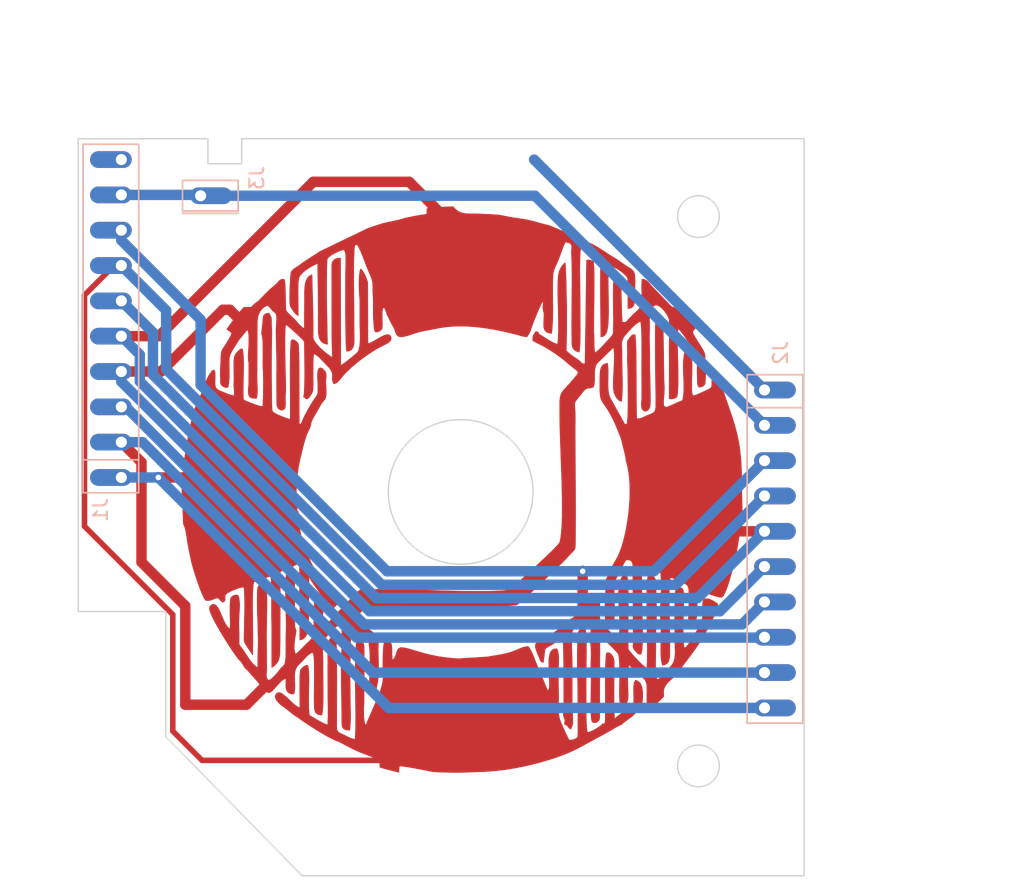
<source format=kicad_pcb>
(kicad_pcb (version 20211014) (generator pcbnew)
  (layers (0 "F.Cu" signal) (31 "B.Cu" signal) (34 "B.Paste" user) (35 "F.Paste" user) (36 "B.SilkS" user "B.Silkscreen") (37 "F.SilkS" user "F.Silkscreen") (38 "B.Mask" user) (39 "F.Mask" user) (44 "Edge.Cuts" user))
  (net 0 "")
  (net 1 "Net-(J1-Pad1)")
  (net 2 "Net-(J1-Pad2)")
  (net 3 "Net-(J1-Pad3)")
  (net 4 "Net-(J1-Pad4)")
  (net 5 "Net-(J1-Pad5)")
  (net 6 "Net-(J1-Pad6)")
  (net 7 "Net-(J1-Pad7)")
  (net 8 "Net-(J1-Pad8)")
  (net 9 "Net-(J1-Pad9)")
  (net 10 "Net-(J1-Pad10)")
  (footprint "CheshBits:SIP-10L" (layer "B.Cu") (at 110.55 57.43 90)
    (fp_text reference "J1")
    (fp_text value "Conn_01x10_Female")
  )
  (footprint "CheshBits:SIP-1" (layer "B.Cu") (at 117.7 48.6 -90)
    (fp_text reference "J3")
    (fp_text value "Signal")
  )
  (footprint "CheshBits:SIP-10R" (layer "B.Cu") (at 158.3 74 -90)
    (fp_text reference "J2")
    (fp_text value "Conn_01x10_Female")
  )
  (gr_poly (pts (xy 147.280756 86.635832) (xy 147.30281 86.604113) (xy 147.315047 86.585716) (xy 147.320866 86.576625) (xy 147.322431 86.574315) (xy 147.323668 86.572826) (xy 147.333821 86.565046) (xy 147.339786 86.560136) (xy 147.347973 86.553035) (xy 147.358805 86.543243) (xy 147.372708 86.530257) (xy 147.387889 86.516082) (xy 147.394323 86.510252) (xy 147.40016 86.5051) (xy 147.405533 86.500506) (xy 147.410572 86.496352) (xy 147.415409 86.492516) (xy 147.420174 86.488881) (xy 147.430015 86.481729) (xy 147.441145 86.473938) (xy 147.454613 86.464551) (xy 147.47147 86.452609) (xy 148.009214 86.055518) (xy 148.349434 85.732668) (xy 148.364813 85.720959) (xy 148.379734 85.710293) (xy 148.408267 85.691762) (xy 148.43516 85.676413) (xy 148.460536 85.663579) (xy 148.549385 85.624117) (xy 148.569059 85.613897) (xy 148.587969 85.602206) (xy 148.597176 85.595602) (xy 148.606238 85.588381) (xy 148.615173 85.580459) (xy 148.623994 85.571755) (xy 148.632718 85.562185) (xy 148.641361 85.551666) (xy 148.649937 85.540115) (xy 148.658463 85.527448) (xy 148.666955 85.513583) (xy 148.675427 85.498437) (xy 148.683896 85.481927) (xy 148.692378 85.463969) (xy 148.70913 85.380623) (xy 148.745425 85.161303) (xy 148.764717 85.014332) (xy 148.781473 84.849784) (xy 148.79322 84.673131) (xy 148.797483 84.489844) (xy 148.791789 84.305396) (xy 148.773663 84.125259) (xy 148.759166 84.038517) (xy 148.740632 83.954904) (xy 148.717755 83.875106) (xy 148.690223 83.799805) (xy 148.657728 83.729685) (xy 148.61996 83.665432) (xy 148.576611 83.607728) (xy 148.527371 83.557257) (xy 148.47193 83.514705) (xy 148.409981 83.480754) (xy 148.341212 83.456089) (xy 148.265316 83.441393) (xy 148.243572 83.471525) (xy 148.224169 83.504312) (xy 148.206983 83.539643) (xy 148.191891 83.577405) (xy 148.178771 83.617485) (xy 148.167497 83.659773) (xy 148.149999 83.750519) (xy 148.13841 83.848747) (xy 148.131741 83.953558) (xy 148.129007 84.064055) (xy 148.12922 84.179341) (xy 148.139793 84.670421) (xy 148.13993 84.796188) (xy 148.137091 84.921359) (xy 148.130288 85.045037) (xy 148.118534 85.166323) (xy 146.88741 86.103198) (xy 146.875918 86.117526) (xy 146.866139 86.130361) (xy 146.857956 86.141785) (xy 146.851254 86.15188) (xy 146.845916 86.160727) (xy 146.841824 86.168408) (xy 146.838864 86.175005) (xy 146.836917 86.1806) (xy 146.835868 86.185273) (xy 146.835599 86.189107) (xy 146.835995 86.192184) (xy 146.836939 86.194585) (xy 146.838314 86.196392) (xy 146.840004 86.197686) (xy 146.843861 86.199064) (xy 146.847579 86.199373) (xy 146.850225 86.199265) (xy 146.850866 86.199395) (xy 146.848571 86.200416) (xy 146.831439 86.207746) (xy 146.791372 86.226481) (xy 146.775501 86.162773) (xy 146.762359 86.035233) (xy 146.743428 85.622265) (xy 146.732909 85.054803) (xy 146.729135 84.400066) (xy 146.735148 83.097667) (xy 146.748121 82.252848) (xy 146.748512 82.187665) (xy 146.746212 82.125663) (xy 146.741376 82.066789) (xy 146.734158 82.010989) (xy 146.724712 81.958211) (xy 146.713194 81.9084) (xy 146.699758 81.861503) (xy 146.684559 81.817468) (xy 146.667751 81.77624) (xy 146.649488 81.737766) (xy 146.629926 81.701993) (xy 146.609219 81.668868) (xy 146.587521 81.638336) (xy 146.564987 81.610346) (xy 146.541772 81.584842) (xy 146.51803 81.561773) (xy 146.493916 81.541084) (xy 146.469585 81.522723) (xy 146.44519 81.506635) (xy 146.420887 81.492767) (xy 146.396831 81.481067) (xy 146.373175 81.47148) (xy 146.327684 81.458435) (xy 146.306158 81.454869) (xy 146.285651 81.453203) (xy 146.266318 81.453385) (xy 146.248313 81.455359) (xy 146.231791 81.459074) (xy 146.216906 81.464475) (xy 146.203814 81.47151) (xy 146.192668 81.480124) (xy 146.162819 81.584807) (xy 146.140001 81.76234) (xy 146.111998 82.297675) (xy 146.101747 83.009569) (xy 146.102335 83.821459) (xy 146.10838 85.438982) (xy 146.100012 86.091491) (xy 146.089957 86.345186) (xy 146.074835 86.537749) (xy 146.027813 86.5517) (xy 145.991179 86.560597) (xy 145.963539 86.565388) (xy 145.943501 86.567022) (xy 145.929671 86.566447) (xy 145.920655 86.564611) (xy 145.911494 86.56095) (xy 145.908562 86.561022) (xy 145.904871 86.563627) (xy 145.88964 86.580228) (xy 145.854653 86.61834) (xy 145.826268 86.647833) (xy 145.788765 86.685549) (xy 145.759484 86.712045) (xy 145.720682 86.74319) (xy 145.673512 86.778121) (xy 145.619124 86.815973) (xy 145.558669 86.85588) (xy 145.4933 86.896977) (xy 145.424167 86.938399) (xy 145.352423 86.979282) (xy 145.279217 87.01876) (xy 145.205703 87.055968) (xy 145.13303 87.09004) (xy 145.062351 87.120113) (xy 144.994817 87.145321) (xy 144.931578 87.164799) (xy 144.873788 87.177682) (xy 144.847295 87.181379) (xy 144.822597 87.183104) (xy 144.799386 87.101429) (xy 144.77998 86.96669) (xy 144.75126 86.566052) (xy 144.733794 86.037249) (xy 144.724941 85.436342) (xy 144.722813 83.432883) (xy 144.748397 81.451259) (xy 144.746542 80.87408) (xy 144.731672 80.357898) (xy 144.717839 80.137322) (xy 144.698931 79.949566) (xy 144.674341 79.800486) (xy 144.643462 79.695939) (xy 144.580503 79.691625) (xy 144.522404 79.69306) (xy 144.468973 79.699967) (xy 144.420022 79.712069) (xy 144.375361 79.729091) (xy 144.334801 79.750756) (xy 144.298151 79.776789) (xy 144.265222 79.806912) (xy 144.235825 79.840851) (xy 144.20977 79.878328) (xy 144.186867 79.919067) (xy 144.166926 79.962793) (xy 144.149759 80.009229) (xy 144.135174 80.058098) (xy 144.122984 80.109126) (xy 144.112997 80.162035) (xy 144.105025 80.216549) (xy 144.098878 80.272392) (xy 144.091299 80.386962) (xy 144.088744 80.503534) (xy 144.089696 80.619899) (xy 144.09605 80.84317) (xy 144.098419 80.945657) (xy 144.098226 81.039099) (xy 144.090336 81.528154) (xy 144.088424 81.999414) (xy 144.096693 82.906763) (xy 144.111348 83.797573) (xy 144.120703 84.708274) (xy 144.123042 84.914728) (xy 144.12786 85.104971) (xy 144.139391 85.438261) (xy 144.143335 85.582025) (xy 144.144217 85.711015) (xy 144.140654 85.82559) (xy 144.136772 85.877583) (xy 144.13126 85.926108) (xy 144.13126 86.912703) (xy 144.135904 86.992572) (xy 144.137694 87.07357) (xy 144.13681 87.155326) (xy 144.133432 87.237469) (xy 144.127739 87.319628) (xy 144.119911 87.401432) (xy 144.110127 87.482508) (xy 144.098567 87.562487) (xy 144.038643 87.597448) (xy 143.976763 87.631647) (xy 143.944799 87.648013) (xy 143.911995 87.663652) (xy 143.878235 87.678383) (xy 143.843402 87.692028) (xy 143.807381 87.704408) (xy 143.770053 87.715344) (xy 143.731303 87.724656) (xy 143.691013 87.732166) (xy 143.649066 87.737695) (xy 143.605347 87.741062) (xy 143.559738 87.74209) (xy 143.512123 87.740599) (xy 143.487877 87.705657) (xy 143.45773 87.654607) (xy 143.383162 87.51267) (xy 143.295289 87.331765) (xy 143.200978 87.128871) (xy 143.020519 86.725022) (xy 142.89673 86.436942) (xy 142.860742 86.342897) (xy 142.830051 86.246884) (xy 142.804285 86.148979) (xy 142.783074 86.049259) (xy 142.766048 85.947799) (xy 142.752835 85.844675) (xy 142.743066 85.739962) (xy 142.736369 85.633736) (xy 142.732375 85.526074) (xy 142.730711 85.417051) (xy 142.732895 85.195225) (xy 142.748928 84.738577) (xy 142.725088 82.911486) (xy 142.754887 81.991254) (xy 142.754523 81.868479) (xy 142.750923 81.748695) (xy 142.743387 81.633313) (xy 142.731218 81.523748) (xy 142.713717 81.421412) (xy 142.690186 81.327718) (xy 142.659926 81.244081) (xy 142.642055 81.206476) (xy 142.622239 81.171914) (xy 142.547332 81.172712) (xy 142.478815 81.181255) (xy 142.416423 81.197284) (xy 142.359892 81.22054) (xy 142.308956 81.250765) (xy 142.263351 81.287699) (xy 142.222811 81.331084) (xy 142.187073 81.38066) (xy 142.155871 81.43617) (xy 142.12894 81.497354) (xy 142.106016 81.563953) (xy 142.086833 81.635708) (xy 142.071128 81.712361) (xy 142.058634 81.793653) (xy 142.049087 81.879325) (xy 142.042223 81.969118) (xy 142.035483 82.160031) (xy 142.036293 82.364322) (xy 142.042537 82.579921) (xy 142.052094 82.804756) (xy 142.072676 83.273853) (xy 142.079463 83.513972) (xy 142.081089 83.755046) (xy 142.079344 83.872922) (xy 142.077344 83.978793) (xy 141.970407 84.220587) (xy 141.811802 83.832959) (xy 141.642533 83.425215) (xy 141.468794 83.012874) (xy 141.29678 82.611453) (xy 141.217607 82.419605) (xy 141.135673 82.209514) (xy 140.96218 81.766485) (xy 140.869949 81.549486) (xy 140.822316 81.445602) (xy 140.773616 81.346124) (xy 140.723806 81.252047) (xy 140.672844 81.164369) (xy 140.62069 81.084084) (xy 140.5673 81.01219) (xy 140.539658 81.010246) (xy 140.510503 81.010097) (xy 140.448068 81.014808) (xy 140.380824 81.025567) (xy 140.309597 81.041622) (xy 140.235215 81.062216) (xy 140.158506 81.086595) (xy 140.080298 81.114004) (xy 140.001417 81.143688) (xy 139.445497 81.372502) (xy 139.336061 81.410274) (xy 139.224845 81.445089) (xy 139.112016 81.477198) (xy 138.99774 81.506852) (xy 138.765518 81.559804) (xy 138.529518 81.605955) (xy 138.291074 81.647316) (xy 138.051526 81.685901) (xy 137.57446 81.762782) (xy 135.58014 81.887766) (xy 135.176924 81.864359) (xy 134.798142 81.829717) (xy 134.442814 81.785488) (xy 134.10996 81.733322) (xy 133.798598 81.674867) (xy 133.507749 81.611769) (xy 132.983669 81.478244) (xy 132.138533 81.228019) (xy 131.801791 81.137692) (xy 131.651446 81.106993) (xy 131.511811 81.088135) (xy 131.463342 81.085732) (xy 131.418865 81.087624) (xy 131.378152 81.093574) (xy 131.340975 81.103345) (xy 131.307104 81.116701) (xy 131.276313 81.133405) (xy 131.248372 81.15322) (xy 131.223054 81.175909) (xy 131.20013 81.201235) (xy 131.179371 81.228963) (xy 131.16055 81.258854) (xy 131.143438 81.290672) (xy 131.127807 81.324181) (xy 131.113429 81.359144) (xy 131.087517 81.432482) (xy 131.040678 81.586185) (xy 131.016099 81.662761) (xy 130.988312 81.736627) (xy 130.972645 81.771953) (xy 130.955491 81.80589) (xy 130.936621 81.838204) (xy 130.915808 81.868656) (xy 130.892823 81.89701) (xy 130.867438 81.923029) (xy 130.839425 81.946477) (xy 130.808555 81.967116) (xy 130.794781 81.919349) (xy 130.7839 81.86908) (xy 130.769547 81.762147) (xy 130.762963 81.648547) (xy 130.761616 81.53051) (xy 130.764501 81.290046) (xy 130.763667 81.172078) (xy 130.757939 81.058593) (xy 130.744784 80.951821) (xy 130.73463 80.901648) (xy 130.721669 80.853991) (xy 130.705585 80.809126) (xy 130.686061 80.767334) (xy 130.662781 80.728892) (xy 130.635428 80.694079) (xy 130.603686 80.663174) (xy 130.567237 80.636457) (xy 130.525766 80.614205) (xy 130.478955 80.596697) (xy 130.426489 80.584212) (xy 130.36805 80.577029) (xy 130.303322 80.575427) (xy 130.231988 80.579684) (xy 130.205441 80.663723) (xy 130.182607 80.77465) (xy 130.163256 80.908911) (xy 130.147156 81.062951) (xy 130.123788 81.416153) (xy 130.110662 81.80582) (xy 130.105933 82.203516) (xy 130.107757 82.580807) (xy 130.11429 82.909256) (xy 130.123689 83.16043) (xy 130.124971 83.246547) (xy 130.120596 83.337329) (xy 130.096105 83.531634) (xy 130.052685 83.740841) (xy 129.992802 83.96245) (xy 129.918925 84.193958) (xy 129.833522 84.432864) (xy 129.638008 84.922861) (xy 129.217252 85.881548) (xy 129.031496 86.310209) (xy 128.953411 86.503113) (xy 128.888478 86.678397) (xy 128.86842 86.651854) (xy 128.850027 86.620698) (xy 128.833235 86.585229) (xy 128.81798 86.545744) (xy 128.791819 86.45592) (xy 128.771028 86.353615) (xy 128.75509 86.241215) (xy 128.743488 86.121106) (xy 128.735705 85.995677) (xy 128.731225 85.867314) (xy 128.730105 85.611335) (xy 128.735993 85.372266) (xy 128.752253 85.021239) (xy 128.770305 81.683432) (xy 128.769516 81.47878) (xy 128.771592 81.273564) (xy 128.7704 81.173533) (xy 128.765958 81.076706) (xy 128.756945 80.984198) (xy 128.742038 80.897125) (xy 128.731961 80.855974) (xy 128.719915 80.8166) (xy 128.705735 80.779142) (xy 128.689255 80.74374) (xy 128.67031 80.710532) (xy 128.648735 80.679658) (xy 128.624365 80.651258) (xy 128.597034 80.625471) (xy 128.566577 80.602436) (xy 128.532829 80.582293) (xy 128.495625 80.56518) (xy 128.454799 80.551238) (xy 128.410186 80.540606) (xy 128.361621 80.533423) (xy 128.308938 80.529828) (xy 128.251973 80.529961) (xy 128.207471 80.698044) (xy 128.173743 80.963341) (xy 128.149501 81.313004) (xy 128.133459 81.734184) (xy 128.120823 82.739709) (xy 128.125541 83.877134) (xy 128.145847 86.136555) (xy 128.140842 87.052987) (xy 128.112004 87.690192) (xy 128.058652 87.680882) (xy 128.005646 87.669302) (xy 127.953026 87.655649) (xy 127.900836 87.640119) (xy 127.849116 87.622909) (xy 127.797909 87.604216) (xy 127.747257 87.584235) (xy 127.697202 87.563164) (xy 127.599049 87.518536) (xy 127.503785 87.471906) (xy 127.323268 87.378924) (xy 127.260231 87.347658) (xy 127.200905 87.320315) (xy 127.093571 87.273069) (xy 127.045658 87.251001) (xy 127.001643 87.228528) (xy 126.961573 87.204567) (xy 126.943032 87.191691) (xy 126.925494 87.178037) (xy 126.908967 87.16347) (xy 126.893455 87.147855) (xy 126.878964 87.131056) (xy 126.865501 87.112939) (xy 126.853071 87.093368) (xy 126.84168 87.072207) (xy 126.831334 87.049322) (xy 126.822038 87.024578) (xy 126.8138 86.997838) (xy 126.806623 86.968969) (xy 126.800515 86.937833) (xy 126.795481 86.904297) (xy 126.791527 86.868226) (xy 126.788659 86.829482) (xy 126.786883 86.787933) (xy 126.786204 86.743441) (xy 126.798848 83.256723) (xy 126.784145 81.2968) (xy 126.761858 80.625676) (xy 126.74577 80.412695) (xy 126.725924 80.29872) (xy 126.666012 80.29221) (xy 126.610307 80.291561) (xy 126.558657 80.296455) (xy 126.510909 80.306576) (xy 126.46691 80.321606) (xy 126.426508 80.341228) (xy 126.389551 80.365125) (xy 126.355885 80.392981) (xy 126.325357 80.424476) (xy 126.297816 80.459296) (xy 126.273109 80.497122) (xy 126.251083 80.537637) (xy 126.231584 80.580524) (xy 126.214462 80.625466) (xy 126.199562 80.672146) (xy 126.186732 80.720246) (xy 126.166674 80.819441) (xy 126.153065 80.920512) (xy 126.144684 81.020922) (xy 126.14031 81.118135) (xy 126.138459 81.424265) (xy 126.153443 84.824397) (xy 126.160957 85.234322) (xy 126.164001 85.766209) (xy 126.161652 86.034507) (xy 126.155552 86.281238) (xy 126.144821 86.48905) (xy 126.137445 86.572938) (xy 126.128583 86.640589) (xy 126.075856 86.629399) (xy 126.012633 86.608726) (xy 125.940359 86.579717) (xy 125.860478 86.543522) (xy 125.774435 86.501288) (xy 125.683675 86.454165) (xy 125.493781 86.349841) (xy 124.834456 85.966624) (xy 124.80689 85.797904) (xy 124.78806 85.599492) (xy 124.776643 85.376127) (xy 124.77132 85.13255) (xy 124.773664 84.603726) (xy 124.784522 84.050943) (xy 124.793319 83.512129) (xy 124.789486 83.025209) (xy 124.779529 82.813061) (xy 124.762449 82.628108) (xy 124.736925 82.475091) (xy 124.701636 82.358752) (xy 124.682073 82.357943) (xy 124.662297 82.35848) (xy 124.642352 82.360309) (xy 124.622278 82.363374) (xy 124.602118 82.367621) (xy 124.581913 82.372996) (xy 124.561705 82.379443) (xy 124.541536 82.386908) (xy 124.501479 82.404674) (xy 124.462078 82.425855) (xy 124.423666 82.450015) (xy 124.386576 82.476715) (xy 124.351142 82.505519) (xy 124.317698 82.535988) (xy 124.286578 82.567685) (xy 124.258116 82.600173) (xy 124.232645 82.633014) (xy 124.210498 82.66577) (xy 124.192011 82.698005) (xy 124.177516 82.729281) (xy 124.161785 82.793701) (xy 124.14914 82.897259) (xy 124.131987 83.200027) (xy 124.123805 83.594059) (xy 124.122344 84.035831) (xy 124.13869 85.409815) (xy 124.089038 85.396605) (xy 124.037928 85.376871) (xy 123.985488 85.351144) (xy 123.931843 85.31996) (xy 123.87712 85.28385) (xy 123.821447 85.243349) (xy 123.707754 85.151304) (xy 123.591779 85.04809) (xy 123.474535 84.937974) (xy 123.240293 84.714097) (xy 123.125324 84.608867) (xy 123.01314 84.513797) (xy 122.904755 84.433154) (xy 122.852305 84.399575) (xy 122.801184 84.371203) (xy 122.75152 84.34857) (xy 122.703439 84.332209) (xy 122.657069 84.322655) (xy 122.612535 84.320439) (xy 122.569965 84.326096) (xy 122.529485 84.340158) (xy 122.491222 84.363159) (xy 122.455302 84.395632) (xy 122.42556 84.431453) (xy 122.401972 84.467917) (xy 122.384246 84.504944) (xy 122.372088 84.54245) (xy 122.365206 84.580353) (xy 122.363308 84.618572) (xy 122.366099 84.657023) (xy 122.373287 84.695625) (xy 122.384579 84.734295) (xy 122.399682 84.772952) (xy 122.418304 84.811512) (xy 122.440152 84.849894) (xy 122.464932 84.888015) (xy 122.492352 84.925794) (xy 122.522118 84.963147) (xy 122.553938 84.999993) (xy 122.622569 85.071834) (xy 122.695901 85.140658) (xy 122.77159 85.205807) (xy 122.847294 85.266624) (xy 122.989371 85.372628) (xy 123.103389 85.453406) (xy 123.6333 85.875701) (xy 124.391477 86.399924) (xy 124.815585 86.68405) (xy 125.253642 86.966931) (xy 125.693598 87.236626) (xy 125.910523 87.362798) (xy 126.123405 87.481195) (xy 126.330737 87.590325) (xy 126.531015 87.688696) (xy 126.72273 87.774815) (xy 126.904378 87.84719) (xy 126.993047 87.888451) (xy 127.149054 87.968609) (xy 127.59465 88.201454) (xy 127.85002 88.332065) (xy 128.104292 88.457416) (xy 128.340358 88.566469) (xy 128.446217 88.611434) (xy 128.541108 88.648184) (xy 128.725867 88.716683) (xy 128.89942 88.783682) (xy 129.069205 88.851384) (xy 129.242661 88.921992) (xy 129.292552 88.941398) (xy 129.341745 88.958693) (xy 129.437456 88.988917) (xy 129.528626 89.016595) (xy 129.572142 89.030707) (xy 129.614084 89.045657) (xy 129.654307 89.061936) (xy 129.692663 89.080036) (xy 129.729007 89.100447) (xy 129.763192 89.123661) (xy 129.779429 89.136473) (xy 129.795072 89.15017) (xy 129.810102 89.164814) (xy 129.824501 89.180465) (xy 129.838251 89.197186) (xy 129.851333 89.215037) (xy 129.86373 89.234081) (xy 129.875422 89.254378) (xy 129.876619 89.259818) (xy 129.877784 89.268676) (xy 129.880014 89.296292) (xy 129.882109 89.336527) (xy 129.884064 89.388684) (xy 129.885875 89.452064) (xy 129.887539 89.525967) (xy 129.890407 89.702551) (xy 130.22871 89.800424) (xy 130.569313 89.89271) (xy 130.912214 89.979313) (xy 131.257415 90.060137) (xy 131.263209 89.94257) (xy 131.266867 89.885203) (xy 131.27108 89.828898) (xy 131.275883 89.773742) (xy 131.281313 89.719824) (xy 131.287405 89.66723) (xy 131.294196 89.616049) (xy 131.36592 89.615875) (xy 131.46251 89.622607) (xy 131.716852 89.653569) (xy 132.030356 89.702498) (xy 132.376155 89.762957) (xy 133.057169 89.892716) (xy 133.544957 89.991347) (xy 133.637747 90.00678) (xy 133.754952 90.020432) (xy 134.048837 90.042676) (xy 134.399074 90.058647) (xy 134.778125 90.06891) (xy 135.158453 90.074033) (xy 135.512521 90.074582) (xy 135.812791 90.071124) (xy 136.031726 90.064227) (xy 136.619622 90.040196) (xy 137.134245 90.022679) (xy 137.390629 90.011534) (xy 137.660554 89.996223) (xy 137.95464 89.974812) (xy 138.283507 89.945372) (xy 138.978497 89.860756) (xy 139.715391 89.73867) (xy 140.477381 89.581742) (xy 141.247655 89.392604) (xy 142.009406 89.173885) (xy 142.381831 89.054255) (xy 142.745821 88.928216) (xy 143.099276 88.796096) (xy 143.440093 88.658226) (xy 143.766171 88.514932) (xy 144.07541 88.366545) (xy 146.483849 87.056079) (xy 146.661515 86.947691) (xy 146.773256 86.880468) (xy 146.890903 86.811941) (xy 147.007434 86.747644) (xy 147.063085 86.718811) (xy 147.115822 86.693112) (xy 147.164768 86.671239) (xy 147.209045 86.653882) (xy 147.247775 86.641735) (xy 147.280079 86.635489) (xy 147.280756 86.635832)) (layer "F.Cu") (width 0.034055) (fill solid))
  (gr_poly (pts (xy 143.769243 86.159049) (xy 143.747891 85.854543) (xy 143.73399 85.427476) (xy 143.722969 84.359709) (xy 143.729057 82.447989) (xy 143.726707 82.202937) (xy 143.720022 81.951563) (xy 143.701983 81.440705) (xy 143.694795 81.186649) (xy 143.691606 80.937126) (xy 143.6945 80.694852) (xy 143.705559 80.462538) (xy 143.710829 80.372958) (xy 143.714004 80.292616) (xy 143.717185 80.155993) (xy 143.718749 80.097885) (xy 143.721332 80.045359) (xy 143.725715 79.997504) (xy 143.732675 79.953403) (xy 143.742992 79.912145) (xy 143.749652 79.892295) (xy 143.757444 79.872813) (xy 143.766463 79.853585) (xy 143.776809 79.834496) (xy 143.788578 79.815432) (xy 143.801867 79.796278) (xy 143.833397 79.757247) (xy 143.872176 79.716487) (xy 143.918985 79.673085) (xy 143.974601 79.626128) (xy 144.052013 79.563759) (xy 144.132806 79.500664) (xy 144.215858 79.438958) (xy 144.257881 79.409286) (xy 144.300048 79.380755) (xy 144.342218 79.353629) (xy 144.384253 79.328172) (xy 144.426011 79.304648) (xy 144.467353 79.283323) (xy 144.508138 79.26446) (xy 144.548226 79.248324) (xy 144.587477 79.235178) (xy 144.625751 79.225289) (xy 144.678648 79.248719) (xy 144.703865 79.26131) (xy 144.728254 79.2745) (xy 144.751812 79.2883) (xy 144.774533 79.302723) (xy 144.796413 79.317779) (xy 144.817449 79.33348) (xy 144.837634 79.349838) (xy 144.856966 79.366863) (xy 144.875439 79.384568) (xy 144.89305 79.402964) (xy 144.909793 79.422063) (xy 144.925664 79.441875) (xy 144.940659 79.462413) (xy 144.954774 79.483687) (xy 144.968004 79.50571) (xy 144.980344 79.528493) (xy 144.991791 79.552046) (xy 145.002339 79.576383) (xy 145.011984 79.601514) (xy 145.020723 79.62745) (xy 145.02855 79.654204) (xy 145.03546 79.681786) (xy 145.041451 79.710208) (xy 145.046516 79.739482) (xy 145.050653 79.769618) (xy 145.053855 79.80063) (xy 145.05612 79.832527) (xy 145.057442 79.865322) (xy 145.057817 79.899026) (xy 145.05724 79.93365) (xy 145.054171 80.007412) (xy 145.049734 80.072567) (xy 145.044189 80.129966) (xy 145.037797 80.180459) (xy 145.030818 80.224898) (xy 145.023513 80.264134) (xy 145.008966 80.330401) (xy 144.996239 80.386067) (xy 144.991209 80.412053) (xy 144.987415 80.437942) (xy 144.985117 80.464586) (xy 144.984577 80.492835) (xy 144.986054 80.52354) (xy 144.989809 80.557553) (xy 144.990107 80.559582) (xy 144.990483 80.561703) (xy 144.991432 80.566168) (xy 144.992581 80.570848) (xy 144.993853 80.575645) (xy 144.996466 80.585186) (xy 144.997655 80.589731) (xy 144.998664 80.593993) (xy 145.030456 80.778534) (xy 145.05361 80.962377) (xy 145.069182 81.144859) (xy 145.078222 81.325315) (xy 145.081785 81.503078) (xy 145.080923 81.677484) (xy 145.070139 82.013567) (xy 145.041814 82.61619) (xy 145.039468 82.748478) (xy 145.041123 82.87209) (xy 145.047831 82.986361) (xy 145.060646 83.090624) (xy 145.064909 83.11859) (xy 145.06854 83.146329) (xy 145.074114 83.201348) (xy 145.077797 83.256111) (xy 145.080016 83.31105) (xy 145.081196 83.366595) (xy 145.081766 83.423178) (xy 145.082783 83.541182) (xy 145.057496 85.087143) (xy 145.060852 85.566602) (xy 145.077898 85.987164) (xy 145.093088 86.160345) (xy 145.113541 86.300786) (xy 145.139871 86.402481) (xy 145.155432 86.436923) (xy 145.172691 86.459426) (xy 145.26328 86.486331) (xy 145.28366 86.489564) (xy 145.302832 86.491763) (xy 145.3269 86.493305) (xy 145.355048 86.493409) (xy 145.386456 86.491292) (xy 145.403127 86.489155) (xy 145.420306 86.48617) (xy 145.437892 86.482238) (xy 145.455781 86.477262) (xy 145.473872 86.471143) (xy 145.492062 86.463784) (xy 145.510249 86.455087) (xy 145.528331 86.444954) (xy 145.546205 86.433287) (xy 145.56377 86.419988) (xy 145.580922 86.404961) (xy 145.59756 86.388105) (xy 145.613582 86.369325) (xy 145.628885 86.348522) (xy 145.643366 86.325598) (xy 145.656924 86.300455) (xy 145.669457 86.272996) (xy 145.680861 86.243123) (xy 145.691036 86.210737) (xy 145.699878 86.175742) (xy 145.717586 80.284428) (xy 145.766796 80.314868) (xy 145.831355 80.36282) (xy 145.908876 80.425872) (xy 145.996974 80.501614) (xy 146.19535 80.681522) (xy 146.407391 80.883257) (xy 146.614005 81.08753) (xy 146.796098 81.275052) (xy 146.934578 81.426537) (xy 146.981496 81.482738) (xy 147.010352 81.522696) (xy 147.033228 81.570072) (xy 147.053131 81.631721) (xy 147.08476 81.793862) (xy 147.106725 82.001176) (xy 147.120512 82.245717) (xy 147.129493 82.814705) (xy 147.123588 83.437271) (xy 147.114681 84.04986) (xy 147.114659 84.588916) (xy 147.121693 84.811009) (xy 147.135405 84.990885) (xy 147.15728 85.1206) (xy 147.171743 85.164165) (xy 147.188805 85.19221) (xy 147.193398 85.19466) (xy 147.197084 85.19697) (xy 147.199951 85.199145) (xy 147.202088 85.20119) (xy 147.203582 85.20311) (xy 147.204523 85.20491) (xy 147.204999 85.206596) (xy 147.205098 85.208174) (xy 147.20452 85.211022) (xy 147.203495 85.213497) (xy 147.202732 85.215641) (xy 147.20267 85.216602) (xy 147.202938 85.217496) (xy 147.203625 85.218328) (xy 147.20482 85.219103) (xy 147.206611 85.219827) (xy 147.209086 85.220505) (xy 147.216442 85.221743) (xy 147.227597 85.222859) (xy 147.243258 85.223896) (xy 147.264132 85.224895) (xy 147.324348 85.226946) (xy 147.374805 85.225691) (xy 147.42124 85.219123) (xy 147.463813 85.207542) (xy 147.502681 85.191245) (xy 147.538003 85.170532) (xy 147.569939 85.145701) (xy 147.598647 85.117051) (xy 147.624286 85.08488) (xy 147.647014 85.049488) (xy 147.666991 85.011173) (xy 147.684375 84.970234) (xy 147.699325 84.926969) (xy 147.711999 84.881677) (xy 147.722557 84.834657) (xy 147.731157 84.786207) (xy 147.737958 84.736627) (xy 147.746798 84.635268) (xy 147.750347 84.532971) (xy 147.749876 84.432125) (xy 147.746653 84.335119) (xy 147.737036 84.162186) (xy 147.731658 84.03329) (xy 147.72606 83.632054) (xy 147.722654 83.40881) (xy 147.722378 83.17964) (xy 147.72788 82.951411) (xy 147.733626 82.839797) (xy 147.741811 82.730993) (xy 147.752765 82.625859) (xy 147.766821 82.525253) (xy 147.784308 82.430033) (xy 147.805559 82.341059) (xy 147.816681 82.349145) (xy 147.835084 82.364115) (xy 147.889784 82.411085) (xy 148.0431 82.547777) (xy 148.20229 82.693153) (xy 148.264334 82.750979) (xy 148.304139 82.789233) (xy 148.444535 82.926109) (xy 148.56772 83.041089) (xy 148.766731 83.22298) (xy 148.844693 83.298701) (xy 148.878756 83.334682) (xy 148.909718 83.370143) (xy 148.937712 83.405637) (xy 148.962872 83.441713) (xy 148.985332 83.478921) (xy 149.005224 83.517813) (xy 149.022683 83.558939) (xy 149.037843 83.60285) (xy 149.050835 83.650095) (xy 149.061795 83.701226) (xy 149.070855 83.756793) (xy 149.07815 83.817347) (xy 149.083812 83.883438) (xy 149.087975 83.955617) (xy 149.092339 84.120441) (xy 149.092308 84.316223) (xy 149.08334 84.818278) (xy 149.101065 85.080214) (xy 149.119397 85.307701) (xy 149.151112 85.67478) (xy 149.298918 85.548302) (xy 149.445531 85.420458) (xy 149.590939 85.291258) (xy 149.735129 85.160709) (xy 149.878091 85.028818) (xy 150.019811 84.895595) (xy 150.160278 84.761047) (xy 150.29948 84.625182) (xy 150.30561 84.45695) (xy 150.29774 84.385145) (xy 150.294792 84.316245) (xy 150.296529 84.250106) (xy 150.302718 84.186583) (xy 150.313121 84.125533) (xy 150.327505 84.06681) (xy 150.345634 84.010271) (xy 150.367272 83.955771) (xy 150.392185 83.903166) (xy 150.420138 83.852313) (xy 150.450895 83.803066) (xy 150.48422 83.755281) (xy 150.519879 83.708815) (xy 150.557637 83.663523) (xy 150.638507 83.575884) (xy 150.724948 83.49121) (xy 150.815079 83.408347) (xy 150.998883 83.243441) (xy 151.088793 83.159089) (xy 151.174865 83.071933) (xy 151.255218 82.980819) (xy 151.292662 82.933417) (xy 151.32797 82.884593) (xy 151.520978 82.611685) (xy 151.723919 82.336071) (xy 152.145187 81.77727) (xy 152.356305 81.494353) (xy 152.562942 81.209273) (xy 152.761493 80.922165) (xy 152.85661 80.777894) (xy 152.948355 80.633166) (xy 153.104465 80.375569) (xy 153.291708 80.053312) (xy 153.494572 79.687809) (xy 153.697544 79.300476) (xy 153.88511 78.912728) (xy 153.968269 78.725391) (xy 154.041759 78.54598) (xy 154.103642 78.377174) (xy 154.151978 78.221648) (xy 154.184827 78.08208) (xy 154.200253 77.961146) (xy 154.137736 77.914651) (xy 154.06505 77.86363) (xy 153.984383 77.810517) (xy 153.941739 77.783938) (xy 153.89792 77.757748) (xy 153.8532 77.732253) (xy 153.80785 77.707756) (xy 153.762146 77.684563) (xy 153.71636 77.662977) (xy 153.670765 77.643302) (xy 153.625635 77.625844) (xy 153.581243 77.610905) (xy 153.537864 77.598792) (xy 153.488955 77.587898) (xy 153.443668 77.580292) (xy 153.401866 77.575947) (xy 153.363413 77.574834) (xy 153.328174 77.576925) (xy 153.296011 77.582191) (xy 153.26679 77.590605) (xy 153.240374 77.602139) (xy 153.216627 77.616765) (xy 153.195412 77.634453) (xy 153.176595 77.655177) (xy 153.160038 77.678908) (xy 153.145606 77.705618) (xy 153.133162 77.735279) (xy 153.122571 77.767862) (xy 153.113696 77.80334) (xy 153.106402 77.841685) (xy 153.100552 77.882868) (xy 153.096011 77.926861) (xy 153.092642 77.973636) (xy 153.088875 78.07542) (xy 153.088165 78.187996) (xy 153.091559 78.444619) (xy 153.093486 78.588217) (xy 153.094114 78.741706) (xy 153.092687 78.799235) (xy 153.088731 78.856499) (xy 153.073666 78.970201) (xy 153.049783 79.082756) (xy 153.017946 79.19411) (xy 152.979016 79.304209) (xy 152.933858 79.412999) (xy 152.883334 79.520425) (xy 152.828307 79.626433) (xy 152.769641 79.730968) (xy 152.708197 79.833976) (xy 152.580433 80.035193) (xy 152.329557 80.416911) (xy 152.313836 80.442115) (xy 152.299009 80.466824) (xy 152.271439 80.515081) (xy 152.220408 80.609197) (xy 152.194538 80.656341) (xy 152.166823 80.704399) (xy 152.151898 80.728971) (xy 152.13606 80.754013) (xy 152.119158 80.779605) (xy 152.101042 80.805827) (xy 152.031786 80.905631) (xy 152.015603 80.928163) (xy 151.999386 80.949763) (xy 151.982894 80.970449) (xy 151.965882 80.990239) (xy 151.948108 81.00915) (xy 151.929328 81.027202) (xy 151.909301 81.044412) (xy 151.887782 81.060798) (xy 151.864529 81.076377) (xy 151.839299 81.091169) (xy 151.81185 81.10519) (xy 151.781937 81.118458) (xy 151.755351 80.970931) (xy 151.735161 80.798296) (xy 151.720681 80.603766) (xy 151.711228 80.390553) (xy 151.704664 79.920927) (xy 151.709994 79.415116) (xy 151.734429 78.397725) (xy 151.742583 77.937541) (xy 151.740729 77.543961) (xy 151.737366 77.191106) (xy 151.733731 77.119158) (xy 151.726649 77.053575) (xy 151.714953 76.994285) (xy 151.70701 76.966977) (xy 151.697478 76.941216) (xy 151.686209 76.916992) (xy 151.673059 76.894296) (xy 151.657881 76.873121) (xy 151.64053 76.853456) (xy 151.62086 76.835293) (xy 151.598726 76.818623) (xy 151.573982 76.803437) (xy 151.546482 76.789726) (xy 151.516081 76.777481) (xy 151.482633 76.766693) (xy 151.445991 76.757354) (xy 151.406012 76.749454) (xy 151.362548 76.742984) (xy 151.315455 76.737936) (xy 151.264586 76.734301) (xy 151.209796 76.73207) (xy 151.174409 76.869195) (xy 151.145845 77.042609) (xy 151.123458 77.247462) (xy 151.106601 77.478903) (xy 151.086889 78.00215) (xy 151.081533 78.573552) (xy 151.100136 80.564709) (xy 151.102691 80.793886) (xy 151.111768 81.035526) (xy 151.11952 81.282841) (xy 151.120447 81.406506) (xy 151.1181 81.529043) (xy 151.1115 81.649605) (xy 151.099664 81.767342) (xy 151.081612 81.881407) (xy 151.056363 81.990951) (xy 151.022937 82.095125) (xy 151.002851 82.144933) (xy 150.980353 82.19308) (xy 150.95532 82.239461) (xy 150.92763 82.283969) (xy 150.89716 82.326498) (xy 150.863787 82.366942) (xy 150.394155 82.899233) (xy 150.362268 82.935793) (xy 150.330608 82.973533) (xy 150.267307 83.050797) (xy 150.202938 83.127511) (xy 150.16994 83.164563) (xy 150.136181 83.200159) (xy 150.101496 83.233859) (xy 150.065721 83.265223) (xy 150.028691 83.293813) (xy 150.009653 83.30693) (xy 149.990241 83.319189) (xy 149.970432 83.330534) (xy 149.950206 83.340911) (xy 149.929543 83.350265) (xy 149.908422 83.35854) (xy 149.886823 83.365682) (xy 149.864725 83.371636) (xy 149.842108 83.376347) (xy 149.81895 83.379759) (xy 149.795525 83.315572) (xy 149.775884 83.233361) (xy 149.759728 83.13544) (xy 149.746762 83.024122) (xy 149.736689 82.901721) (xy 149.729214 82.770551) (xy 149.720869 82.49116) (xy 149.719356 82.204456) (xy 149.722305 81.928951) (xy 149.732107 81.485575) (xy 149.736337 81.222445) (xy 149.737657 80.958058) (xy 149.736917 80.427762) (xy 149.740584 79.899189) (xy 149.747411 79.636956) (xy 149.759352 79.376843) (xy 149.778028 79.041745) (xy 149.790183 78.781106) (xy 149.796288 78.570569) (xy 149.796814 78.385777) (xy 149.792231 78.202374) (xy 149.78301 77.996003) (xy 149.752541 77.416932) (xy 149.748842 77.279014) (xy 149.75019 77.139819) (xy 149.759916 76.863631) (xy 149.765507 76.600438) (xy 149.761686 76.477486) (xy 149.750753 76.362308) (xy 149.73068 76.256413) (xy 149.716583 76.207418) (xy 149.699441 76.16131) (xy 149.679002 76.118276) (xy 149.655011 76.078506) (xy 149.627215 76.042189) (xy 149.595362 76.009511) (xy 149.559197 75.980664) (xy 149.518468 75.955834) (xy 149.472921 75.93521) (xy 149.422303 75.918982) (xy 149.36636 75.907337) (xy 149.30484 75.900464) (xy 149.237489 75.898552) (xy 149.164053 75.901789) (xy 149.125366 76.197487) (xy 149.097986 76.535393) (xy 149.071325 77.315382) (xy 149.072425 78.196869) (xy 149.089641 79.134963) (xy 149.125836 81.001412) (xy 149.121525 81.839989) (xy 149.108672 82.215975) (xy 149.086746 82.555613) (xy 149.063363 82.547205) (xy 149.037582 82.534968) (xy 149.009575 82.519132) (xy 148.979516 82.49993) (xy 148.913938 82.452343) (xy 148.842235 82.394049) (xy 148.765794 82.326891) (xy 148.686004 82.252713) (xy 148.604253 82.173356) (xy 148.521927 82.090664) (xy 148.361107 81.922646) (xy 148.214646 81.763399) (xy 148.093648 81.627667) (xy 148.009214 81.530192) (xy 147.837013 81.33286) (xy 147.811744 81.301616) (xy 147.792129 81.273784) (xy 147.784215 81.26055) (xy 147.77744 81.247453) (xy 147.771715 81.234252) (xy 147.766949 81.22071) (xy 147.763049 81.206588) (xy 147.759925 81.191645) (xy 147.757486 81.175644) (xy 147.75564 81.158346) (xy 147.753366 81.118901) (xy 147.752374 81.071397) (xy 147.751318 80.944572) (xy 147.749797 80.861426) (xy 147.746643 80.762576) (xy 147.740938 80.283159) (xy 147.747489 79.622675) (xy 147.766182 78.037515) (xy 147.762736 77.252347) (xy 147.740369 76.565124) (xy 147.719654 76.280039) (xy 147.691287 76.045599) (xy 147.654291 75.870521) (xy 147.632254 75.807968) (xy 147.607695 75.763526) (xy 147.579573 75.767732) (xy 147.552293 75.774946) (xy 147.525848 75.785011) (xy 147.500234 75.79777) (xy 147.475444 75.813066) (xy 147.451474 75.830742) (xy 147.428318 75.850641) (xy 147.405971 75.872606) (xy 147.384428 75.89648) (xy 147.363683 75.922106) (xy 147.343731 75.949328) (xy 147.324567 75.977988) (xy 147.306185 76.007929) (xy 147.288581 76.038995) (xy 147.255683 76.103871) (xy 147.225829 76.171362) (xy 147.198979 76.240211) (xy 147.175088 76.309163) (xy 147.154116 76.376962) (xy 147.136019 76.442352) (xy 147.120755 76.504078) (xy 147.108282 76.560885) (xy 147.098556 76.611516) (xy 147.067798 76.829682) (xy 147.049797 77.059192) (xy 147.042563 77.298365) (xy 147.044104 77.545517) (xy 147.065542 78.057032) (xy 147.098174 78.580281) (xy 147.126064 79.101806) (xy 147.133252 79.357716) (xy 147.133278 79.608149) (xy 147.124151 79.851422) (xy 147.103879 80.085854) (xy 147.070469 80.309761) (xy 147.021931 80.521462) (xy 145.820094 79.334277) (xy 145.792753 79.286668) (xy 145.769361 79.234301) (xy 145.749651 79.177527) (xy 145.733356 79.116696) (xy 145.709944 78.984267) (xy 145.696987 78.839819) (xy 145.69235 78.686155) (xy 145.693895 78.526081) (xy 145.706986 78.19792) (xy 145.719167 77.877773) (xy 145.719574 77.727716) (xy 145.713345 77.588076) (xy 145.698341 77.461658) (xy 145.686881 77.404284) (xy 145.672426 77.351267) (xy 145.654709 77.302958) (xy 145.633464 77.259707) (xy 145.608423 77.221864) (xy 145.579318 77.189782) (xy 145.564319 77.194577) (xy 145.548054 77.201777) (xy 145.530616 77.211237) (xy 145.5121 77.222813) (xy 145.472202 77.251732) (xy 145.429105 77.287373) (xy 145.383556 77.328577) (xy 145.336301 77.374186) (xy 145.288084 77.423039) (xy 145.239653 77.473978) (xy 145.145128 77.577473) (xy 145.058693 77.675397) (xy 144.933957 77.817431) (xy 144.648578 78.121645) (xy 144.466551 78.309379) (xy 144.273101 78.502293) (xy 144.079331 78.686459) (xy 143.985797 78.770908) (xy 143.896346 78.847948) (xy 143.812366 78.915837) (xy 143.735246 78.972833) (xy 143.666373 79.017196) (xy 143.635463 79.034096) (xy 143.607136 79.047185) (xy 143.586892 79.055918) (xy 143.567958 79.064902) (xy 143.550197 79.074173) (xy 143.533472 79.083769) (xy 143.517646 79.093726) (xy 143.502583 79.104082) (xy 143.488145 79.114872) (xy 143.474195 79.126136) (xy 143.460598 79.137908) (xy 143.447215 79.150227) (xy 143.420546 79.176652) (xy 143.393094 79.205706) (xy 143.363763 79.237684) (xy 143.33146 79.272884) (xy 143.295088 79.311599) (xy 143.253553 79.354127) (xy 143.205759 79.400764) (xy 143.179174 79.425715) (xy 143.150613 79.451804) (xy 143.11994 79.479068) (xy 143.087018 79.507544) (xy 143.05171 79.537269) (xy 143.013879 79.568279) (xy 142.973389 79.600613) (xy 142.930102 79.634307) (xy 142.60576 79.872756) (xy 142.313971 80.068317) (xy 142.054214 80.22729) (xy 141.825965 80.35598) (xy 141.461901 80.547718) (xy 141.325041 80.623372) (xy 141.217598 80.693952) (xy 141.174744 80.729309) (xy 141.139049 80.765761) (xy 141.110446 80.804096) (xy 141.088871 80.845102) (xy 141.074259 80.889567) (xy 141.066543 80.938278) (xy 141.065659 80.992023) (xy 141.07154 81.051591) (xy 141.084123 81.117768) (xy 141.103341 81.191343) (xy 141.161422 81.363838) (xy 141.24526 81.575378) (xy 141.354333 81.832266) (xy 141.368115 81.865837) (xy 141.380062 81.897819) (xy 141.40059 81.956895) (xy 141.410242 81.983925) (xy 141.420201 82.009242) (xy 141.431 82.032814) (xy 141.443176 82.054609) (xy 141.449947 82.064831) (xy 141.457263 82.074596) (xy 141.465191 82.083902) (xy 141.473798 82.092744) (xy 141.48315 82.101119) (xy 141.493314 82.109022) (xy 141.504358 82.116449) (xy 141.516348 82.123397) (xy 141.529352 82.129861) (xy 141.543435 82.135838) (xy 141.558666 82.141324) (xy 141.57511 82.146314) (xy 141.592836 82.150806) (xy 141.611909 82.154794) (xy 141.632396 82.158275) (xy 141.654366 82.161246) (xy 141.769943 81.208449) (xy 141.781418 81.189191) (xy 141.795967 81.171052) (xy 141.836003 81.135713) (xy 141.893483 81.097605) (xy 141.971837 81.051899) (xy 142.204898 80.918373) (xy 142.366467 80.820897) (xy 142.562639 80.696505) (xy 142.590198 80.678125) (xy 142.617969 80.6588) (xy 142.674188 80.618417) (xy 142.73139 80.577563) (xy 142.760387 80.557649) (xy 142.789665 80.538444) (xy 142.819234 80.520226) (xy 142.849105 80.503269) (xy 142.879291 80.48785) (xy 142.909803 80.474244) (xy 142.940652 80.462727) (xy 142.956206 80.457838) (xy 142.971849 80.453575) (xy 142.987582 80.449972) (xy 143.003407 80.447064) (xy 143.019325 80.444886) (xy 143.035336 80.443471) (xy 143.053377 80.556663) (xy 143.068121 80.733568) (xy 143.088996 81.244191) (xy 143.105237 82.652457) (xy 143.107194 85.095152) (xy 143.10757 85.144571) (xy 143.106785 85.194667) (xy 143.102517 85.2964) (xy 143.088676 85.502629) (xy 143.082241 85.605177) (xy 143.07822 85.706048) (xy 143.077605 85.755551) (xy 143.078182 85.80427) (xy 143.080147 85.852082) (xy 143.083695 85.898867) (xy 143.087487 85.934427) (xy 143.091738 85.966926) (xy 143.101389 86.023607) (xy 143.112199 86.070648) (xy 143.123716 86.109783) (xy 143.135491 86.142751) (xy 143.147073 86.171288) (xy 143.167856 86.222013) (xy 143.176156 86.247674) (xy 143.182461 86.27585) (xy 143.184725 86.291424) (xy 143.186321 86.308278) (xy 143.187193 86.326629) (xy 143.187284 86.346694) (xy 143.184902 86.392834) (xy 143.178722 86.448435) (xy 143.168295 86.515233) (xy 143.153171 86.594966) (xy 143.156116 86.597198) (xy 143.159634 86.599419) (xy 143.163604 86.601618) (xy 143.167905 86.603782) (xy 143.177014 86.607961) (xy 143.185992 86.611864) (xy 143.193868 86.615401) (xy 143.19709 86.617003) (xy 143.199673 86.618478) (xy 143.201495 86.619816) (xy 143.202083 86.62043) (xy 143.202436 86.621005) (xy 143.202538 86.62154) (xy 143.202375 86.622033) (xy 143.20193 86.622483) (xy 143.201189 86.622889) (xy 143.292119 86.673632) (xy 143.310931 86.685112) (xy 143.328045 86.696257) (xy 143.343573 86.707085) (xy 143.357628 86.717613) (xy 143.370325 86.727861) (xy 143.381775 86.737845) (xy 143.392093 86.747584) (xy 143.401391 86.757096) (xy 143.409783 86.766399) (xy 143.417381 86.775511) (xy 143.430651 86.793235) (xy 143.442106 86.81041) (xy 143.452651 86.827182) (xy 143.463192 86.843694) (xy 143.474635 86.860091) (xy 143.480977 86.868292) (xy 143.487885 86.876518) (xy 143.49547 86.884787) (xy 143.503847 86.893117) (xy 143.513128 86.901526) (xy 143.523427 86.910033) (xy 143.534856 86.918656) (xy 143.54753 86.927412) (xy 143.56156 86.936319) (xy 143.577062 86.945395) (xy 143.594146 86.954659) (xy 143.612927 86.964129) (xy 143.627134 86.941642) (xy 143.640427 86.91866) (xy 143.652874 86.89524) (xy 143.664543 86.871438) (xy 143.675502 86.847311) (xy 143.685817 86.822916) (xy 143.695559 86.798308) (xy 143.704793 86.773543) (xy 143.722013 86.723772) (xy 143.738019 86.674053) (xy 143.768563 86.576575) (xy 143.768563 86.158709) (xy 143.769243 86.159049)) (layer "F.Cu") (width 0.034055) (fill solid))
  (gr_poly (pts (xy 120.712657 63.163213) (xy 121.014735 63.184328) (xy 121.041 63.098155) (xy 121.060989 63.003913) (xy 121.075378 62.902623) (xy 121.084842 62.795309) (xy 121.090058 62.682993) (xy 121.091702 62.566696) (xy 121.086976 62.326249) (xy 121.064397 61.842566) (xy 121.057361 61.615684) (xy 121.057272 61.509561) (xy 121.06037 61.409679) (xy 121.083865 57.745956) (xy 121.084755 57.647267) (xy 121.090171 57.549749) (xy 121.100401 57.453728) (xy 121.11573 57.359529) (xy 121.136447 57.267477) (xy 121.162839 57.177898) (xy 121.195194 57.091115) (xy 121.233798 57.007456) (xy 121.27894 56.927245) (xy 121.330906 56.850808) (xy 121.359538 56.814105) (xy 121.389984 56.778469) (xy 121.42228 56.743938) (xy 121.456461 56.710554) (xy 121.492564 56.678357) (xy 121.530625 56.647388) (xy 121.570679 56.617687) (xy 121.612762 56.589296) (xy 121.656911 56.562255) (xy 121.703161 56.536605) (xy 121.751548 56.512385) (xy 121.802108 56.489638) (xy 121.838256 56.515947) (xy 121.869446 56.539135) (xy 121.896266 56.559688) (xy 121.919304 56.578092) (xy 121.939149 56.594834) (xy 121.95639 56.610401) (xy 121.971616 56.625278) (xy 121.985415 56.639951) (xy 121.998376 56.654909) (xy 122.011087 56.670636) (xy 122.038116 56.706344) (xy 122.071211 56.750969) (xy 122.115081 56.8084) (xy 122.127742 56.824187) (xy 122.139882 56.838656) (xy 122.151529 56.85189) (xy 122.162712 56.863973) (xy 122.173457 56.87499) (xy 122.183793 56.885025) (xy 122.193749 56.894162) (xy 122.20335 56.902485) (xy 122.221606 56.917025) (xy 122.238785 56.929319) (xy 122.255109 56.940039) (xy 122.270803 56.949859) (xy 122.28609 56.959452) (xy 122.301193 56.96949) (xy 122.316335 56.980647) (xy 122.331742 56.993595) (xy 122.339613 57.000951) (xy 122.347635 57.009007) (xy 122.355834 57.017847) (xy 122.364238 57.027557) (xy 122.372876 57.038218) (xy 122.381775 57.049917) (xy 122.390964 57.062736) (xy 122.40047 57.07676) (xy 122.411301 57.095398) (xy 122.420908 57.116418) (xy 122.429348 57.13968) (xy 122.436679 57.165044) (xy 122.448237 57.221516) (xy 122.456041 57.284713) (xy 122.460546 57.353513) (xy 122.462209 57.426795) (xy 122.461487 57.503437) (xy 122.458835 57.582318) (xy 122.449569 57.742311) (xy 122.438065 57.897802) (xy 122.427973 58.039821) (xy 122.422946 58.159394) (xy 122.423125 58.512771) (xy 122.429418 58.913751) (xy 122.450448 59.791603) (xy 122.466241 60.659111) (xy 122.465988 61.047161) (xy 122.457004 61.382435) (xy 122.465857 63.528631) (xy 122.47036 63.58475) (xy 122.47756 63.63713) (xy 122.487284 63.685837) (xy 122.499358 63.730938) (xy 122.513611 63.772501) (xy 122.52987 63.810593) (xy 122.547961 63.845281) (xy 122.567712 63.876634) (xy 122.58895 63.904717) (xy 122.611503 63.929598) (xy 122.635197 63.951345) (xy 122.659859 63.970024) (xy 122.685318 63.985704) (xy 122.7114 63.998451) (xy 122.737932 64.008333) (xy 122.764742 64.015416) (xy 122.791656 64.019769) (xy 122.818503 64.021459) (xy 122.845109 64.020552) (xy 122.871301 64.017116) (xy 122.896906 64.011219) (xy 122.921753 64.002927) (xy 122.945667 63.992308) (xy 122.968477 63.979429) (xy 122.990009 63.964358) (xy 123.01009 63.947162) (xy 123.028549 63.927907) (xy 123.045211 63.906662) (xy 123.059905 63.883494) (xy 123.072457 63.858469) (xy 123.082695 63.831656) (xy 123.090445 63.803121) (xy 123.092944 63.790717) (xy 123.095096 63.777932) (xy 123.09693 63.764813) (xy 123.098474 63.751409) (xy 123.100807 63.723945) (xy 123.102321 63.69593) (xy 123.103245 63.667756) (xy 123.103806 63.639813) (xy 123.104747 63.586185) (xy 123.106015 63.495788) (xy 123.105942 63.404242) (xy 123.104845 63.312824) (xy 123.103045 63.222809) (xy 123.102307 63.118375) (xy 123.104158 63.016559) (xy 123.112454 62.817716) (xy 123.121581 62.620149) (xy 123.124469 62.519929) (xy 123.125182 62.41773) (xy 123.074652 60.001215) (xy 123.066779 59.314555) (xy 123.069294 58.697368) (xy 123.08644 58.200898) (xy 123.101825 58.013946) (xy 123.122458 57.876389) (xy 123.137721 57.881279) (xy 123.157764 57.89122) (xy 123.210961 57.925082) (xy 123.279595 57.975633) (xy 123.361212 58.040527) (xy 123.553574 58.203975) (xy 123.768414 58.396677) (xy 123.986096 58.599882) (xy 124.186984 58.794842) (xy 124.351443 58.962808) (xy 124.413876 59.030808) (xy 124.459838 59.085029) (xy 124.47942 61.23361) (xy 124.476333 61.883039) (xy 124.463285 62.448604) (xy 124.436891 62.865913) (xy 124.417632 62.998851) (xy 124.393767 63.070579) (xy 124.447514 63.093319) (xy 124.486887 63.1125) (xy 124.501827 63.120876) (xy 124.513947 63.128505) (xy 124.523503 63.135437) (xy 124.530754 63.141718) (xy 124.535957 63.147397) (xy 124.53937 63.152523) (xy 124.54125 63.157142) (xy 124.541855 63.161302) (xy 124.541443 63.165053) (xy 124.540271 63.168441) (xy 124.536677 63.174321) (xy 124.533135 63.179328) (xy 124.531706 63.183844) (xy 124.532428 63.186039) (xy 124.534451 63.188254) (xy 124.543429 63.19294) (xy 124.560703 63.198287) (xy 124.588333 63.204679) (xy 124.62838 63.212497) (xy 124.682904 63.222128) (xy 124.763843 63.139235) (xy 124.833642 63.061716) (xy 124.864615 63.024565) (xy 124.893106 62.988271) (xy 124.919216 62.95267) (xy 124.943045 62.9176) (xy 124.964694 62.882898) (xy 124.984265 62.848403) (xy 125.001858 62.813952) (xy 125.017575 62.779382) (xy 125.031516 62.74453) (xy 125.043782 62.709236) (xy 125.054474 62.673335) (xy 125.063693 62.636666) (xy 125.071541 62.599066) (xy 125.078118 62.560373) (xy 125.087862 62.479056) (xy 125.093734 62.391417) (xy 125.096541 62.296156) (xy 125.097092 62.191973) (xy 125.096193 62.077569) (xy 125.093278 61.812898) (xy 125.090293 61.373207) (xy 125.091874 60.871512) (xy 125.09692 60.619942) (xy 125.106161 60.379905) (xy 125.120614 60.160414) (xy 125.141297 59.97048) (xy 125.159752 59.976177) (xy 125.178204 59.982709) (xy 125.215071 59.998141) (xy 125.251842 60.016496) (xy 125.288462 60.037495) (xy 125.324874 60.060862) (xy 125.361022 60.086316) (xy 125.396851 60.113581) (xy 125.432306 60.142377) (xy 125.467329 60.172426) (xy 125.501865 60.20345) (xy 125.569253 60.267308) (xy 125.634024 60.331726) (xy 125.695729 60.394475) (xy 125.749614 60.450107) (xy 125.803889 60.507295) (xy 125.913007 60.624011) (xy 126.021869 60.739961) (xy 126.075825 60.796191) (xy 126.129262 60.850483) (xy 126.1856 60.908685) (xy 126.235694 60.964296) (xy 126.279897 61.017458) (xy 126.318561 61.068311) (xy 126.352038 61.116997) (xy 126.380679 61.163657) (xy 126.404836 61.208432) (xy 126.424862 61.251463) (xy 126.441107 61.292891) (xy 126.453925 61.332857) (xy 126.463666 61.371503) (xy 126.470683 61.408969) (xy 126.475328 61.445397) (xy 126.477953 61.480927) (xy 126.478548 61.549861) (xy 126.470975 61.68317) (xy 126.468437 61.749804) (xy 126.470486 61.817928) (xy 126.47411 61.852903) (xy 126.479936 61.888673) (xy 126.488316 61.925381) (xy 126.499602 61.963166) (xy 126.514146 62.002172) (xy 126.5323 62.042538) (xy 126.554415 62.084405) (xy 126.580844 62.127916) (xy 126.606239 62.124476) (xy 126.631341 62.119195) (xy 126.656153 62.112157) (xy 126.680677 62.10345) (xy 126.704917 62.093159) (xy 126.728874 62.08137) (xy 126.752552 62.068169) (xy 126.775953 62.053642) (xy 126.799079 62.037875) (xy 126.821934 62.020954) (xy 126.866838 61.983992) (xy 126.910687 61.943444) (xy 126.953501 61.899998) (xy 126.995302 61.85434) (xy 127.03611 61.80716) (xy 127.114831 61.710977) (xy 127.189832 61.61695) (xy 127.22599 61.572463) (xy 127.261281 61.530577) (xy 127.392357 61.385005) (xy 127.536591 61.236288) (xy 127.692509 61.085409) (xy 127.858639 60.93335) (xy 128.033507 60.781094) (xy 128.21564 60.629622) (xy 128.403564 60.479918) (xy 128.595808 60.332962) (xy 128.790897 60.189738) (xy 128.987358 60.051228) (xy 129.183718 59.918414) (xy 129.378505 59.792279) (xy 129.570244 59.673803) (xy 129.757464 59.563971) (xy 129.938689 59.463763) (xy 130.112449 59.374163) (xy 130.304567 59.283862) (xy 130.359895 59.255697) (xy 130.415433 59.224971) (xy 130.469825 59.191521) (xy 130.521717 59.155184) (xy 130.569753 59.115799) (xy 130.591902 59.094912) (xy 130.612579 59.073202) (xy 130.631615 59.050648) (xy 130.64884 59.02723) (xy 130.664085 59.002928) (xy 130.677181 58.977722) (xy 130.687958 58.951591) (xy 130.696247 58.924514) (xy 130.701879 58.896472) (xy 130.704684 58.867444) (xy 130.704492 58.83741) (xy 130.701135 58.806349) (xy 130.694443 58.774241) (xy 130.684247 58.741067) (xy 130.663494 58.694547) (xy 130.637768 58.656773) (xy 130.607366 58.627268) (xy 130.572589 58.605554) (xy 130.533734 58.591154) (xy 130.491101 58.583592) (xy 130.444987 58.58239) (xy 130.395692 58.587071) (xy 130.343513 58.597157) (xy 130.288751 58.612172) (xy 130.231702 58.631638) (xy 130.172667 58.655078) (xy 130.04983 58.711973) (xy 129.922628 58.779039) (xy 129.417955 59.072663) (xy 129.304767 59.133324) (xy 129.201548 59.181251) (xy 129.154423 59.199247) (xy 129.110688 59.212628) (xy 129.070639 59.220917) (xy 129.034575 59.223637) (xy 129.023335 54.876415) (xy 129.015485 54.823632) (xy 129.001653 54.762893) (xy 128.982433 54.695593) (xy 128.958423 54.62313) (xy 128.930215 54.546902) (xy 128.898406 54.468306) (xy 128.863591 54.388739) (xy 128.826365 54.309598) (xy 128.787323 54.232282) (xy 128.747061 54.158187) (xy 128.706172 54.08871) (xy 128.665254 54.025249) (xy 128.6249 53.969201) (xy 128.585706 53.921963) (xy 128.548267 53.884933) (xy 128.530392 53.870683) (xy 128.513179 53.859509) (xy 128.502681 53.876545) (xy 128.492821 53.896433) (xy 128.474931 53.944027) (xy 128.459343 54.000809) (xy 128.445891 54.065301) (xy 128.434408 54.136023) (xy 128.424729 54.211495) (xy 128.410116 54.370771) (xy 128.400724 54.531293) (xy 128.395223 54.681222) (xy 128.390578 54.901957) (xy 128.389799 55.009778) (xy 128.391302 55.12764) (xy 128.394721 55.252495) (xy 128.399688 55.381292) (xy 128.4128 55.63852) (xy 128.427699 55.874931) (xy 128.440132 56.114535) (xy 128.446957 56.365701) (xy 128.449453 56.887537) (xy 128.446521 57.410076) (xy 128.446562 57.66212) (xy 128.449496 57.902954) (xy 128.465358 58.367267) (xy 128.471327 58.652944) (xy 128.468609 58.949872) (xy 128.462262 59.096828) (xy 128.451667 59.239727) (xy 128.436132 59.376277) (xy 128.414965 59.504188) (xy 128.387475 59.62117) (xy 128.35297 59.724933) (xy 128.33287 59.771141) (xy 128.310757 59.813186) (xy 128.286544 59.850781) (xy 128.260144 59.883639) (xy 128.187384 59.951234) (xy 128.05053 60.067769) (xy 127.870956 60.215362) (xy 127.670039 60.376128) (xy 127.469154 60.532186) (xy 127.289677 60.66565) (xy 127.214645 60.718322) (xy 127.152982 60.758639) (xy 127.107358 60.784367) (xy 127.091396 60.791061) (xy 127.080445 60.793269) (xy 127.06512 53.088485) (xy 126.997646 53.084496) (xy 126.933571 53.085039) (xy 126.902826 53.087007) (xy 126.872951 53.090104) (xy 126.843954 53.094329) (xy 126.81584 53.099681) (xy 126.788617 53.106158) (xy 126.762293 53.113759) (xy 126.736873 53.122483) (xy 126.712364 53.132329) (xy 126.688774 53.143295) (xy 126.66611 53.155381) (xy 126.644377 53.168584) (xy 126.623584 53.182905) (xy 126.603736 53.19834) (xy 126.584841 53.21489) (xy 126.566905 53.232553) (xy 126.549936 53.251327) (xy 126.533941 53.271212) (xy 126.518925 53.292207) (xy 126.504896 53.314309) (xy 126.491862 53.337518) (xy 126.479828 53.361832) (xy 126.468801 53.387251) (xy 126.458789 53.413773) (xy 126.449798 53.441396) (xy 126.441836 53.47012) (xy 126.434908 53.499943) (xy 126.429023 53.530864) (xy 126.424186 53.562882) (xy 126.429911 55.226817) (xy 126.426058 56.902053) (xy 126.434721 58.576013) (xy 126.45065 59.408583) (xy 126.477994 60.236116) (xy 126.353502 60.153595) (xy 126.2245 60.062969) (xy 126.09296 59.965167) (xy 125.960854 59.861119) (xy 125.830152 59.751755) (xy 125.765943 59.69537) (xy 125.702826 59.638005) (xy 125.641045 59.579776) (xy 125.580848 59.520799) (xy 125.522481 59.461191) (xy 125.466189 59.401067) (xy 125.373045 59.295974) (xy 125.332633 59.247584) (xy 125.296083 59.201608) (xy 125.263215 59.157781) (xy 125.233845 59.115833) (xy 125.207791 59.075499) (xy 125.184871 59.036511) (xy 125.164904 58.998601) (xy 125.147705 58.961503) (xy 125.133094 58.924948) (xy 125.120888 58.88867) (xy 125.110905 58.852402) (xy 125.102962 58.815876) (xy 125.096877 58.778825) (xy 125.092468 58.740981) (xy 125.101111 57.809641) (xy 125.057817 55.995786) (xy 125.034781 55.000021) (xy 125.011203 54.277713) (xy 124.959728 54.294779) (xy 124.91155 54.31555) (xy 124.866562 54.339885) (xy 124.824658 54.367641) (xy 124.78573 54.398678) (xy 124.749671 54.432854) (xy 124.716375 54.470026) (xy 124.685733 54.510054) (xy 124.65764 54.552795) (xy 124.631988 54.598107) (xy 124.60867 54.645849) (xy 124.58758 54.695879) (xy 124.56861 54.748056) (xy 124.551652 54.802237) (xy 124.536602 54.858281) (xy 124.52335 54.916047) (xy 124.501816 55.036174) (xy 124.486194 55.161485) (xy 124.475629 55.290845) (xy 124.469265 55.423122) (xy 124.466244 55.55718) (xy 124.465713 55.691886) (xy 124.46869 55.958707) (xy 124.458133 58.14509) (xy 124.437648 58.136245) (xy 124.416945 58.126039) (xy 124.396045 58.114539) (xy 124.374967 58.101812) (xy 124.332358 58.072946) (xy 124.289279 58.03998) (xy 124.245888 58.003452) (xy 124.202345 57.9639) (xy 124.158811 57.921863) (xy 124.115444 57.877879) (xy 124.029851 57.786223) (xy 123.946845 57.693238) (xy 123.867702 57.603231) (xy 123.7937 57.520506) (xy 123.726675 57.45131) (xy 123.640625 57.367176) (xy 123.442626 57.177607) (xy 123.346267 57.08393) (xy 123.26206 56.99883) (xy 123.226949 56.961333) (xy 123.197799 56.928185) (xy 123.175585 56.90012) (xy 123.161281 56.877874) (xy 123.145686 56.828007) (xy 123.133873 56.748346) (xy 123.125233 56.64265) (xy 123.119157 56.514679) (xy 123.112263 56.206957) (xy 123.108323 55.855263) (xy 123.102467 55.489681) (xy 123.089826 55.140293) (xy 123.07944 54.981074) (xy 123.065532 54.837185) (xy 123.047493 54.712386) (xy 123.024714 54.610438) (xy 122.991979 54.60612) (xy 122.960775 54.603647) (xy 122.931032 54.60294) (xy 122.90268 54.603918) (xy 122.875651 54.606502) (xy 122.849874 54.610611) (xy 122.825279 54.616166) (xy 122.801798 54.623087) (xy 122.779361 54.631293) (xy 122.757897 54.640705) (xy 122.737338 54.651242) (xy 122.717614 54.662825) (xy 122.698655 54.675374) (xy 122.680392 54.688808) (xy 122.662754 54.703047) (xy 122.645674 54.718012) (xy 122.612903 54.749799) (xy 122.581524 54.783528) (xy 122.52071 54.854252) (xy 122.490163 54.889966) (xy 122.458779 54.925063) (xy 122.426002 54.958902) (xy 122.391276 54.990842) (xy 122.105801 55.232383) (xy 122.036028 55.292628) (xy 121.966958 55.353759) (xy 121.898623 55.416248) (xy 121.831054 55.480564) (xy 121.169688 56.154869) (xy 121.156363 56.165712) (xy 121.145061 56.174659) (xy 121.135501 56.18197) (xy 121.127399 56.187903) (xy 121.120472 56.19272) (xy 121.114438 56.196678) (xy 121.103916 56.203058) (xy 121.09357 56.209119) (xy 121.087755 56.212678) (xy 121.081136 56.216936) (xy 121.073429 56.222151) (xy 121.064351 56.228584) (xy 121.053621 56.236493) (xy 121.040954 56.246139) (xy 120.945628 56.3216) (xy 120.869915 56.386121) (xy 120.81064 56.440571) (xy 120.764628 56.485822) (xy 120.699688 56.552216) (xy 120.674411 56.575101) (xy 120.662181 56.584347) (xy 120.649695 56.592273) (xy 120.636555 56.59899) (xy 120.622365 56.604605) (xy 120.606727 56.609228) (xy 120.589245 56.612967) (xy 120.54716 56.618231) (xy 120.492936 56.621269) (xy 120.091132 56.628585) (xy 119.931227 56.818565) (xy 119.773604 57.010473) (xy 119.618279 57.204288) (xy 119.465269 57.399991) (xy 119.31459 57.597562) (xy 119.166257 57.79698) (xy 119.020287 57.998227) (xy 118.876697 58.201281) (xy 118.912721 58.224864) (xy 118.950729 58.250998) (xy 118.990981 58.279805) (xy 119.033735 58.31141) (xy 119.079251 58.345936) (xy 119.127789 58.383507) (xy 119.234965 58.468279) (xy 119.224856 58.509968) (xy 119.208912 58.557455) (xy 119.187826 58.609879) (xy 119.162293 58.666382) (xy 119.133006 58.726104) (xy 119.10066 58.788184) (xy 119.029564 58.915985) (xy 118.954558 59.042907) (xy 118.881191 59.162075) (xy 118.761584 59.349643) (xy 118.660584 59.505151) (xy 118.620598 59.567583) (xy 118.586825 59.622473) (xy 118.558668 59.671823) (xy 118.535528 59.717637) (xy 118.516807 59.761919) (xy 118.501909 59.806672) (xy 118.490236 59.853899) (xy 118.481189 59.905604) (xy 118.474172 59.96379) (xy 118.468587 60.030461) (xy 118.459322 60.19727) (xy 118.448611 60.42206) (xy 118.432255 60.750789) (xy 118.418899 61.08568) (xy 118.415003 61.250417) (xy 118.413844 61.410673) (xy 118.416085 61.56444) (xy 118.422389 61.70971) (xy 118.424686 61.759619) (xy 118.425487 61.805865) (xy 118.424379 61.888684) (xy 118.422616 61.96079) (xy 118.422599 61.993647) (xy 118.423751 62.024811) (xy 118.426515 62.05461) (xy 118.431335 62.083372) (xy 118.438655 62.111426) (xy 118.44892 62.1391) (xy 118.455296 62.152897) (xy 118.462574 62.166722) (xy 118.47081 62.180616) (xy 118.480059 62.19462) (xy 118.490378 62.208776) (xy 118.501822 62.223123) (xy 118.528304 62.252559) (xy 118.547806 62.27074) (xy 118.571651 62.289549) (xy 118.599183 62.308451) (xy 118.629748 62.326907) (xy 118.662692 62.344382) (xy 118.69736 62.360338) (xy 118.733097 62.374238) (xy 118.769249 62.385547) (xy 118.787277 62.390061) (xy 118.805162 62.393727) (xy 118.822824 62.396475) (xy 118.840181 62.398241) (xy 118.857151 62.398955) (xy 118.873652 62.398552) (xy 118.889602 62.396965) (xy 118.904919 62.394125) (xy 118.919522 62.389966) (xy 118.933329 62.384421) (xy 118.946258 62.377423) (xy 118.958227 62.368905) (xy 118.969154 62.358799) (xy 118.978958 62.347039) (xy 118.987557 62.333557) (xy 118.994868 62.318287) (xy 119.068088 61.680421) (xy 119.069626 61.370862) (xy 119.067413 61.108442) (xy 119.059814 60.700498) (xy 119.058468 60.542711) (xy 119.06145 60.407539) (xy 119.070781 60.288852) (xy 119.08848 60.180519) (xy 119.116568 60.076408) (xy 119.157064 59.970388) (xy 119.211988 59.856328) (xy 119.28336 59.728098) (xy 119.483528 59.404601) (xy 119.773726 58.950849) (xy 120.367328 58.230228) (xy 120.38514 58.269823) (xy 120.400964 58.31311) (xy 120.427021 58.409854) (xy 120.446247 58.518657) (xy 120.459389 58.637711) (xy 120.467193 58.765212) (xy 120.470406 58.899355) (xy 120.469774 59.038333) (xy 120.466045 59.180343) (xy 120.452283 59.466231) (xy 120.435092 59.742577) (xy 120.420448 59.994938) (xy 120.414325 60.208871) (xy 120.414908 60.249155) (xy 120.416438 60.287093) (xy 120.418774 60.323021) (xy 120.421779 60.357274) (xy 120.429236 60.422099) (xy 120.437695 60.484254) (xy 120.446042 60.546425) (xy 120.453164 60.611298) (xy 120.455917 60.645587) (xy 120.457947 60.681559) (xy 120.459113 60.719549) (xy 120.459277 60.759893) (xy 120.457229 62.09454) (xy 120.454935 62.158851) (xy 120.449826 62.22959) (xy 120.435669 62.385126) (xy 120.423779 62.550695) (xy 120.421503 62.633976) (xy 120.423176 62.715845) (xy 120.429925 62.794997) (xy 120.442878 62.870124) (xy 120.452033 62.90577) (xy 120.463162 62.93992) (xy 120.476406 62.972411) (xy 120.491905 63.003079) (xy 120.509801 63.031761) (xy 120.530235 63.058294) (xy 120.553347 63.082514) (xy 120.579278 63.104259) (xy 120.608169 63.123364) (xy 120.640162 63.139666) (xy 120.675397 63.153003) (xy 120.714015 63.16321) (xy 120.712657 63.163213)) (layer "F.Cu") (width 0.034055) (fill solid))
  (gr_poly (pts (xy 148.746186 54.592049) (xy 148.722276 54.786017) (xy 148.710106 54.971902) (xy 148.707066 55.150098) (xy 148.710544 55.320998) (xy 148.72661 55.642484) (xy 148.733976 55.793857) (xy 148.737416 55.93951) (xy 148.734319 56.079834) (xy 148.722074 56.215224) (xy 148.698069 56.346073) (xy 148.680841 56.409918) (xy 148.659694 56.472776) (xy 148.634302 56.534695) (xy 148.604337 56.595724) (xy 148.569475 56.655914) (xy 148.529388 56.715314) (xy 148.483751 56.773971) (xy 148.432236 56.831936) (xy 148.374517 56.889258) (xy 148.310268 56.945986) (xy 148.137605 57.105027) (xy 148.108657 57.13125) (xy 147.752772 57.49701) (xy 147.729108 57.523928) (xy 147.7078 57.54921) (xy 147.67 57.594574) (xy 147.652379 57.614511) (xy 147.634858 57.632523) (xy 147.625959 57.640784) (xy 147.616873 57.648536) (xy 147.60753 57.65577) (xy 147.59786 57.662478) (xy 147.587791 57.66865) (xy 147.577254 57.674277) (xy 147.566178 57.67935) (xy 147.554492 57.68386) (xy 147.542126 57.687799) (xy 147.529009 57.691156) (xy 147.515071 57.693924) (xy 147.500242 57.696092) (xy 147.484449 57.697652) (xy 147.467624 57.698595) (xy 147.449696 57.698912) (xy 147.430594 57.698594) (xy 147.410247 57.697631) (xy 147.388585 57.696015) (xy 147.365538 57.693737) (xy 147.341035 57.690787) (xy 147.327828 57.638906) (xy 147.31609 57.544919) (xy 147.296518 57.252681) (xy 147.281303 56.858179) (xy 147.269433 56.405521) (xy 147.25167 55.50217) (xy 147.235122 54.895487) (xy 147.230488 54.835264) (xy 147.223111 54.777752) (xy 147.21282 54.723212) (xy 147.199443 54.671905) (xy 147.182807 54.624093) (xy 147.173213 54.601578) (xy 147.16274 54.580035) (xy 147.151366 54.559496) (xy 147.139071 54.539993) (xy 147.125831 54.52156) (xy 147.111626 54.504228) (xy 147.096434 54.488031) (xy 147.080235 54.473001) (xy 147.063005 54.45917) (xy 147.044724 54.446572) (xy 147.02537 54.435239) (xy 147.004922 54.425203) (xy 146.983358 54.416497) (xy 146.960657 54.409154) (xy 146.936796 54.403206) (xy 146.911756 54.398687) (xy 146.885513 54.395627) (xy 146.858047 54.394061) (xy 146.829337 54.394021) (xy 146.799359 54.395539) (xy 146.768094 54.398648) (xy 146.735519 54.403381) (xy 146.714057 54.513762) (xy 146.697245 54.658053) (xy 146.675672 55.030657) (xy 146.667006 55.485777) (xy 146.667451 55.987997) (xy 146.680493 56.992079) (xy 146.6855 57.42311) (xy 146.684436 57.75958) (xy 146.678167 58.267788) (xy 146.674672 58.350399) (xy 146.668428 58.420655) (xy 146.658447 58.481267) (xy 146.643739 58.534945) (xy 146.623316 58.584401) (xy 146.596189 58.632346) (xy 146.56137 58.68149) (xy 146.51787 58.734544) (xy 146.237281 59.040078) (xy 146.052527 59.246562) (xy 145.933363 59.37735) (xy 145.80545 59.512432) (xy 145.740349 59.578285) (xy 145.675623 59.641256) (xy 145.612125 59.700024) (xy 145.550711 59.75327) (xy 145.492235 59.799676) (xy 145.43755 59.837922) (xy 145.411896 59.853574) (xy 145.38751 59.866691) (xy 145.364499 59.877108) (xy 145.34297 59.884661) (xy 145.324255 59.679997) (xy 145.312468 59.482548) (xy 145.305567 59.289951) (xy 145.301506 59.099846) (xy 145.293738 58.717655) (xy 145.285942 58.520844) (xy 145.272815 58.317073) (xy 145.286777 56.621776) (xy 145.298745 55.963653) (xy 145.306913 54.894849) (xy 145.304235 54.349326) (xy 145.294201 53.872595) (xy 145.274676 53.521809) (xy 145.260688 53.411506) (xy 145.243526 53.354122) (xy 145.237727 53.345957) (xy 145.231266 53.338003) (xy 145.224174 53.330264) (xy 145.216481 53.322742) (xy 145.208215 53.315442) (xy 145.199408 53.308366) (xy 145.180284 53.294902) (xy 145.159346 53.282378) (xy 145.136831 53.270821) (xy 145.112976 53.26026) (xy 145.088019 53.25072) (xy 145.062195 53.24223) (xy 145.035742 53.234817) (xy 145.008897 53.228508) (xy 144.981897 53.223332) (xy 144.954979 53.219314) (xy 144.928379 53.216484) (xy 144.902335 53.214867) (xy 144.877084 53.214493) (xy 144.861926 53.214697) (xy 144.848636 53.215057) (xy 144.83702 53.215576) (xy 144.826888 53.21626) (xy 144.818047 53.21711) (xy 144.810305 53.218133) (xy 144.80347 53.219331) (xy 144.79735 53.220708) (xy 144.791753 53.222269) (xy 144.786486 53.224018) (xy 144.776177 53.228094) (xy 144.764886 53.232968) (xy 144.751077 53.238673) (xy 144.643459 60.672372) (xy 144.598953 60.676398) (xy 144.578931 60.677519) (xy 144.560292 60.678061) (xy 144.542961 60.678035) (xy 144.526858 60.677451) (xy 144.511907 60.676321) (xy 144.49803 60.674655) (xy 144.48515 60.672465) (xy 144.473189 60.669762) (xy 144.46207 60.666557) (xy 144.451715 60.66286) (xy 144.442047 60.658683) (xy 144.432989 60.654037) (xy 144.424463 60.648933) (xy 144.416391 60.643382) (xy 144.408697 60.637395) (xy 144.401302 60.630983) (xy 144.387102 60.616929) (xy 144.373171 60.601306) (xy 144.35889 60.584205) (xy 144.326799 60.545918) (xy 144.307749 60.524909) (xy 144.285871 60.502774) (xy 144.268812 60.486688) (xy 144.251454 60.471078) (xy 144.233762 60.455878) (xy 144.2157 60.441021) (xy 144.197233 60.426443) (xy 144.178326 60.412075) (xy 144.139048 60.383707) (xy 144.097583 60.355386) (xy 144.053647 60.326583) (xy 143.957231 60.265405) (xy 143.910089 60.235079) (xy 143.863913 60.204066) (xy 143.77433 60.140388) (xy 143.688227 60.075194) (xy 143.605348 60.009305) (xy 143.300973 59.755249) (xy 143.327723 58.181153) (xy 143.326728 56.580269) (xy 143.294891 54.98277) (xy 143.266439 54.194719) (xy 143.229115 53.418827) (xy 143.227835 53.419706) (xy 143.22661 53.420615) (xy 143.2243 53.422515) (xy 143.222141 53.424504) (xy 143.220091 53.426559) (xy 143.216137 53.43077) (xy 143.214146 53.43288) (xy 143.212088 53.434961) (xy 143.209917 53.43699) (xy 143.207591 53.438945) (xy 143.206356 53.439886) (xy 143.205066 53.4408) (xy 143.203714 53.441683) (xy 143.202297 53.442533) (xy 143.200807 53.443346) (xy 143.19924 53.444121) (xy 143.197591 53.444852) (xy 143.195853 53.445539) (xy 143.194021 53.446177) (xy 143.19209 53.446765) (xy 143.190054 53.447298) (xy 143.187908 53.447775) (xy 143.170241 53.451504) (xy 143.155954 53.455055) (xy 143.144692 53.458465) (xy 143.136101 53.461769) (xy 143.132695 53.463394) (xy 143.129823 53.465006) (xy 143.127442 53.466611) (xy 143.125506 53.468212) (xy 143.123971 53.469815) (xy 143.122793 53.471424) (xy 143.121927 53.473044) (xy 143.121329 53.474679) (xy 143.120758 53.478013) (xy 143.120727 53.481465) (xy 143.12086 53.488865) (xy 143.120314 53.492888) (xy 143.119732 53.494996) (xy 143.118885 53.497175) (xy 143.11773 53.49943) (xy 143.11622 53.501764) (xy 143.114312 53.504183) (xy 143.111962 53.506691) (xy 143.060895 53.559839) (xy 143.013963 53.614816) (xy 142.971002 53.671627) (xy 142.931844 53.730273) (xy 142.896324 53.790757) (xy 142.864275 53.853081) (xy 142.835533 53.917247) (xy 142.809929 53.983259) (xy 142.787299 54.051119) (xy 142.767475 54.12083) (xy 142.750293 54.192393) (xy 142.735586 54.265811) (xy 142.723187 54.341087) (xy 142.712932 54.418223) (xy 142.704652 54.497222) (xy 142.698183 54.578086) (xy 142.682199 55.062938) (xy 142.68538 55.662173) (xy 142.717339 57.032616) (xy 142.73017 57.718234) (xy 142.73027 58.347058) (xy 142.709665 58.876293) (xy 142.689106 59.090191) (xy 142.660381 59.263143) (xy 142.632841 59.260167) (xy 142.603552 59.254834) (xy 142.540186 59.237619) (xy 142.471203 59.212529) (xy 142.397522 59.180595) (xy 142.320062 59.142849) (xy 142.23974 59.10032) (xy 142.157478 59.054042) (xy 142.074192 59.005043) (xy 141.908229 58.903014) (xy 141.749202 58.802481) (xy 141.604463 58.711694) (xy 141.481362 58.638901) (xy 141.452892 58.622606) (xy 141.427741 58.607277) (xy 141.405691 58.592865) (xy 141.386526 58.579321) (xy 141.370026 58.566599) (xy 141.355973 58.55465) (xy 141.344149 58.543424) (xy 141.334336 58.532876) (xy 141.326317 58.522955) (xy 141.319872 58.513614) (xy 141.314784 58.504805) (xy 141.310834 58.496479) (xy 141.305477 58.481085) (xy 141.302058 58.467047) (xy 141.29883 58.453978) (xy 141.294048 58.441494) (xy 141.290529 58.43535) (xy 141.285968 58.429208) (xy 141.280145 58.423019) (xy 141.272844 58.416735) (xy 141.263845 58.410308) (xy 141.252932 58.403689) (xy 141.239884 58.396831) (xy 141.224486 58.389685) (xy 141.206517 58.382203) (xy 141.185761 58.374337) (xy 141.135013 58.357259) (xy 141.10107 58.386415) (xy 141.069598 58.416736) (xy 141.040575 58.448329) (xy 141.013981 58.481297) (xy 141.001588 58.49833) (xy 140.989795 58.515747) (xy 140.978599 58.533559) (xy 140.967998 58.551781) (xy 140.957988 58.570426) (xy 140.948568 58.589506) (xy 140.939735 58.609035) (xy 140.931486 58.629025) (xy 140.923818 58.649491) (xy 140.91673 58.670445) (xy 140.90428 58.713868) (xy 140.894117 58.759401) (xy 140.886218 58.807148) (xy 140.880565 58.857214) (xy 140.877136 58.909703) (xy 140.875911 58.96472) (xy 140.876869 59.02237) (xy 141.004232 59.092505) (xy 141.125877 59.156071) (xy 141.357101 59.271317) (xy 141.469227 59.326909) (xy 141.580726 59.383755) (xy 141.692872 59.443809) (xy 141.806938 59.509027) (xy 142.016982 59.636174) (xy 142.227689 59.769208) (xy 142.437869 59.907917) (xy 142.646333 60.052089) (xy 142.851892 60.201514) (xy 143.053355 60.355979) (xy 143.249535 60.515272) (xy 143.439241 60.679184) (xy 143.583883 60.803903) (xy 143.712384 60.907686) (xy 143.919777 61.065361) (xy 143.998074 61.125716) (xy 144.059044 61.178058) (xy 144.082938 61.202234) (xy 144.102388 61.225618) (xy 144.117358 61.248614) (xy 144.127811 61.271627) (xy 144.133709 61.29506) (xy 144.135015 61.319316) (xy 144.131692 61.344801) (xy 144.123704 61.371917) (xy 144.111012 61.401068) (xy 144.09358 61.43266) (xy 144.071371 61.467094) (xy 144.044347 61.504776) (xy 143.975709 61.591498) (xy 143.887367 61.696055) (xy 143.650389 61.971602) (xy 143.537978 62.101071) (xy 143.435468 62.214982) (xy 143.258564 62.405797) (xy 143.183379 62.487536) (xy 143.116509 62.563385) (xy 143.05756 62.63576) (xy 143.006135 62.70708) (xy 142.98312 62.743098) (xy 142.961837 62.77976) (xy 142.942237 62.817366) (xy 142.924271 62.856218) (xy 142.907889 62.896619) (xy 142.893041 62.938871) (xy 142.879678 62.983276) (xy 142.86775 63.030136) (xy 142.857208 63.079753) (xy 142.848003 63.13243) (xy 142.840084 63.188468) (xy 142.833403 63.24817) (xy 142.823554 63.379773) (xy 142.81806 63.529655) (xy 142.819477 64.657002) (xy 142.855389 65.980342) (xy 142.961649 68.891485) (xy 142.997476 70.317528) (xy 142.998754 71.616045) (xy 142.981043 72.192207) (xy 142.948221 72.706157) (xy 142.898132 73.147786) (xy 142.828618 73.506983) (xy 142.811896 73.542596) (xy 142.776544 73.593668) (xy 142.654931 73.737849) (xy 142.473739 73.930848) (xy 142.242929 74.163983) (xy 141.672295 74.715943) (xy 141.022713 75.324286) (xy 139.805435 76.432355) (xy 139.397105 76.793198) (xy 139.228559 76.932656) (xy 138.972449 76.977191) (xy 138.612617 77.009704) (xy 137.635914 77.043575) (xy 136.406705 77.044091) (xy 135.033244 77.021072) (xy 130.261958 76.890086) (xy 130.133626 76.890047) (xy 130.002962 76.892198) (xy 129.737326 76.899834) (xy 129.470412 76.906512) (xy 129.338153 76.907466) (xy 129.207585 76.905751) (xy 129.020199 76.898486) (xy 128.867461 76.890799) (xy 128.801565 76.8885) (xy 128.741304 76.88814) (xy 128.685671 76.8904) (xy 128.633657 76.895961) (xy 128.584252 76.905505) (xy 128.53645 76.919714) (xy 128.512834 76.92878) (xy 128.489239 76.939268) (xy 128.441613 76.964849) (xy 128.392562 76.997139) (xy 128.341078 77.036819) (xy 128.286151 77.084571) (xy 128.226773 77.141076) (xy 126.507627 78.923558) (xy 126.471768 78.963806) (xy 126.435723 79.006237) (xy 126.362399 79.095167) (xy 126.286297 79.185389) (xy 126.246781 79.229436) (xy 126.206061 79.271948) (xy 126.163968 79.312305) (xy 126.120333 79.349887) (xy 126.074986 79.384075) (xy 126.051617 79.399702) (xy 126.027757 79.414248) (xy 126.003384 79.427636) (xy 125.978477 79.439789) (xy 125.953014 79.450628) (xy 125.926976 79.460076) (xy 125.900339 79.468056) (xy 125.873084 79.474491) (xy 125.845189 79.479302) (xy 125.816632 79.482413) (xy 125.807427 79.413777) (xy 125.800576 79.343164) (xy 125.795804 79.270837) (xy 125.79284 79.197062) (xy 125.791243 79.046228) (xy 125.793601 78.892779) (xy 125.80145 78.586517) (xy 125.802575 78.437941) (xy 125.798923 78.295228) (xy 125.796976 78.270706) (xy 125.793467 78.245121) (xy 125.781958 78.191282) (xy 125.76478 78.134761) (xy 125.74232 78.076605) (xy 125.714966 78.017865) (xy 125.683103 77.95959) (xy 125.647119 77.902828) (xy 125.6074 77.848629) (xy 125.564332 77.798041) (xy 125.518303 77.752114) (xy 125.494298 77.731227) (xy 125.469699 77.711898) (xy 125.444551 77.694259) (xy 125.418906 77.67844) (xy 125.392809 77.664574) (xy 125.366311 77.652791) (xy 125.339458 77.643222) (xy 125.312301 77.635999) (xy 125.284886 77.631252) (xy 125.257262 77.629113) (xy 125.229477 77.629713) (xy 125.201581 77.633183) (xy 125.178357 77.841984) (xy 125.160758 78.047345) (xy 125.139934 78.44402) (xy 125.134108 78.815743) (xy 125.138279 79.155052) (xy 125.15661 79.706575) (xy 125.160769 79.903864) (xy 125.154923 80.038886) (xy 125.14969 80.074758) (xy 125.14303 80.109547) (xy 125.135001 80.143295) (xy 125.125658 80.176045) (xy 125.115059 80.207843) (xy 125.10326 80.23873) (xy 125.090317 80.268751) (xy 125.076287 80.297948) (xy 125.061226 80.326366) (xy 125.045191 80.354048) (xy 125.010424 80.407376) (xy 124.972439 80.458281) (xy 124.931687 80.50711) (xy 124.88862 80.55421) (xy 124.843691 80.599931) (xy 124.750051 80.688622) (xy 124.654384 80.775964) (xy 124.560306 80.864739) (xy 124.192329 81.243184) (xy 124.095048 81.337894) (xy 124.046936 81.38223) (xy 123.999499 81.423817) (xy 123.952975 81.462103) (xy 123.907605 81.496538) (xy 123.863631 81.526568) (xy 123.821292 81.551642) (xy 123.794642 81.479089) (xy 123.773673 81.400307) (xy 123.757969 81.316144) (xy 123.747112 81.227452) (xy 123.740684 81.135081) (xy 123.73827 81.03988) (xy 123.739451 80.942699) (xy 123.743812 80.844389) (xy 123.750934 80.745799) (xy 123.760401 80.647781) (xy 123.7847 80.456855) (xy 123.813374 80.278413) (xy 123.843085 80.119256) (xy 123.856008 80.047321) (xy 123.864218 79.987006) (xy 123.868241 79.936691) (xy 123.868601 79.894753) (xy 123.865822 79.859573) (xy 123.860429 79.829527) (xy 123.852945 79.802996) (xy 123.843895 79.778357) (xy 123.823195 79.728273) (xy 123.812594 79.699584) (xy 123.802523 79.666303) (xy 123.793508 79.626808) (xy 123.786074 79.579478) (xy 123.780743 79.522691) (xy 123.779031 79.490245) (xy 123.778041 79.454827) (xy 123.767825 76.366648) (xy 123.767928 76.311282) (xy 123.769316 76.257678) (xy 123.774008 76.155651) (xy 123.778014 76.060361) (xy 123.778544 76.015178) (xy 123.777446 75.971601) (xy 123.774232 75.929604) (xy 123.768417 75.889162) (xy 123.759515 75.850248) (xy 123.74704 75.812837) (xy 123.739311 75.794687) (xy 123.730507 75.776903) (xy 123.720566 75.759481) (xy 123.709428 75.742419) (xy 123.697033 75.725713) (xy 123.68332 75.709361) (xy 123.668227 75.693357) (xy 123.651694 75.677701) (xy 123.634597 75.667913) (xy 123.617417 75.659532) (xy 123.600173 75.652518) (xy 123.582883 75.64683) (xy 123.565567 75.642427) (xy 123.548243 75.639271) (xy 123.530931 75.63732) (xy 123.513649 75.636536) (xy 123.496416 75.636876) (xy 123.47925 75.638302) (xy 123.462171 75.640773) (xy 123.445197 75.644248) (xy 123.428348 75.648689) (xy 123.411642 75.654054) (xy 123.395097 75.660304) (xy 123.378734 75.667398) (xy 123.362569 75.675296) (xy 123.346624 75.683959) (xy 123.315463 75.703415) (xy 123.285401 75.725445) (xy 123.25659 75.749728) (xy 123.229179 75.775942) (xy 123.20332 75.803767) (xy 123.179163 75.832881) (xy 123.156859 75.862963) (xy 123.145148 75.925666) (xy 123.134991 76.014691) (xy 123.119004 76.257271) (xy 123.108238 76.561831) (xy 123.10203 76.899495) (xy 123.100637 77.558639) (xy 123.109523 78.00371) (xy 123.130759 78.525323) (xy 123.145834 79.090899) (xy 123.149335 79.373382) (xy 123.149224 79.646706) (xy 123.144811 79.904154) (xy 123.135406 80.13901) (xy 123.130769 80.344885) (xy 123.131903 80.62009) (xy 123.134468 81.27792) (xy 123.127389 81.61026) (xy 123.119898 81.766285) (xy 123.109064 81.911358) (xy 123.094354 82.042335) (xy 123.075237 82.156073) (xy 123.051181 82.24943) (xy 123.037135 82.287483) (xy 123.021655 82.319262) (xy 123.013836 82.331301) (xy 123.003351 82.344836) (xy 122.990503 82.359711) (xy 122.975596 82.375769) (xy 122.958932 82.392855) (xy 122.940816 82.410813) (xy 122.901439 82.448718) (xy 122.859891 82.488235) (xy 122.818597 82.528115) (xy 122.798805 82.547801) (xy 122.779986 82.567109) (xy 122.762444 82.585884) (xy 122.746482 82.603968) (xy 122.729945 82.623725) (xy 122.714326 82.643075) (xy 122.685198 82.680881) (xy 122.630906 82.755177) (xy 122.603179 82.792959) (xy 122.573357 82.832026) (xy 122.55726 82.852244) (xy 122.540158 82.873025) (xy 122.521893 82.894451) (xy 122.502303 82.916602) (xy 122.36857 83.066032) (xy 122.292061 83.147735) (xy 122.25208 83.188347) (xy 122.21121 83.228042) (xy 122.169645 83.266252) (xy 122.127581 83.30241) (xy 122.085213 83.335947) (xy 122.042738 83.366297) (xy 122.000351 83.392892) (xy 121.979251 83.404603) (xy 121.958247 83.415163) (xy 121.937362 83.4245) (xy 121.916621 83.432543) (xy 121.896049 83.439221) (xy 121.87567 83.444464) (xy 121.856846 83.425173) (xy 121.839663 83.405905) (xy 121.824054 83.386627) (xy 121.809951 83.367303) (xy 121.797288 83.347898) (xy 121.785998 83.328376) (xy 121.776013 83.308702) (xy 121.767267 83.288841) (xy 121.759692 83.268758) (xy 121.753221 83.248416) (xy 121.747788 83.227782) (xy 121.743324 83.206819) (xy 121.739763 83.185493) (xy 121.737039 83.163767) (xy 121.733828 83.118978) (xy 121.733156 83.07217) (xy 121.734485 83.023059) (xy 121.741 82.916804) (xy 121.749081 82.797953) (xy 121.752366 82.733099) (xy 121.754432 82.664248) (xy 121.740809 80.000743) (xy 121.77546 78.15147) (xy 121.774125 77.587753) (xy 121.759868 77.088828) (xy 121.746499 76.880125) (xy 121.728227 76.707373) (xy 121.704492 76.577157) (xy 121.674739 76.496062) (xy 121.626263 76.489669) (xy 121.580696 76.486363) (xy 121.537833 76.486005) (xy 121.497468 76.488458) (xy 121.459399 76.493582) (xy 121.423419 76.50124) (xy 121.389326 76.511293) (xy 121.356913 76.523604) (xy 121.325977 76.538034) (xy 121.296313 76.554445) (xy 121.267717 76.572699) (xy 121.239983 76.592657) (xy 121.212908 76.614182) (xy 121.186288 76.637135) (xy 121.159916 76.661379) (xy 121.13359 76.686774) (xy 121.105641 76.782891) (xy 121.085795 76.941059) (xy 121.073119 77.15297) (xy 121.06668 77.410315) (xy 121.06878 78.028073) (xy 121.084633 78.727865) (xy 121.127746 80.107672) (xy 121.14008 80.654751) (xy 121.136313 81.017989) (xy 121.126918 81.204031) (xy 121.119706 81.39098) (xy 121.110473 81.76726) (xy 121.103278 82.527003) (xy 121.063864 82.506136) (xy 121.024556 82.482094) (xy 120.985372 82.45505) (xy 120.946327 82.425179) (xy 120.907441 82.392655) (xy 120.868728 82.357653) (xy 120.791891 82.280912) (xy 120.715952 82.19635) (xy 120.641045 82.105364) (xy 120.567306 82.009348) (xy 120.494869 81.909698) (xy 120.35444 81.705076) (xy 120.220835 81.502661) (xy 120.095131 81.313616) (xy 120.03558 81.227596) (xy 119.978408 81.149104) (xy 119.854397 80.988191) (xy 119.833623 80.959137) (xy 119.816352 80.932063) (xy 119.808938 80.918879) (xy 119.80229 80.905723) (xy 119.796371 80.892439) (xy 119.791145 80.878872) (xy 119.786574 80.864866) (xy 119.782621 80.850265) (xy 119.779251 80.834914) (xy 119.776426 80.818657) (xy 119.774109 80.801338) (xy 119.772265 80.782802) (xy 119.769844 80.741457) (xy 119.76887 80.693374) (xy 119.769049 80.63731) (xy 119.771689 80.496255) (xy 119.773499 80.301615) (xy 119.771541 80.104549) (xy 119.762581 79.704032) (xy 119.758708 79.501027) (xy 119.757325 79.296491) (xy 119.759996 79.090645) (xy 119.768287 78.883713) (xy 119.792941 78.493529) (xy 119.803506 78.275654) (xy 119.807665 78.054625) (xy 119.806116 77.945749) (xy 119.801495 77.839471) (xy 119.793312 77.736918) (xy 119.781074 77.639219) (xy 119.764293 77.547502) (xy 119.742478 77.462897) (xy 119.715139 77.38653) (xy 119.699244 77.351789) (xy 119.681785 77.319531) (xy 119.632438 77.313267) (xy 119.586972 77.30998) (xy 119.545038 77.30956) (xy 119.506287 77.311895) (xy 119.47037 77.316874) (xy 119.436938 77.324386) (xy 119.40564 77.334319) (xy 119.376129 77.346562) (xy 119.348054 77.361005) (xy 119.321067 77.377535) (xy 119.294818 77.396041) (xy 119.268959 77.416413) (xy 119.243139 77.438539) (xy 119.217011 77.462308) (xy 119.162429 77.514329) (xy 119.143106 77.657256) (xy 119.128674 77.798716) (xy 119.118541 77.93893) (xy 119.112113 78.078122) (xy 119.108002 78.354336) (xy 119.111602 78.629145) (xy 119.122969 79.181701) (xy 119.121253 79.463023) (xy 119.116471 79.605728) (xy 119.108283 79.750092) (xy 119.06671 79.720663) (xy 119.026796 79.687628) (xy 118.988451 79.651204) (xy 118.951586 79.611608) (xy 118.916112 79.569056) (xy 118.881938 79.523766) (xy 118.817135 79.425839) (xy 118.756464 79.319563) (xy 118.699207 79.206674) (xy 118.644651 79.088908) (xy 118.592079 78.968001) (xy 118.490026 78.72371) (xy 118.387327 78.487687) (xy 118.333947 78.377117) (xy 118.278258 78.273822) (xy 118.219546 78.179539) (xy 118.188833 78.136319) (xy 118.157096 78.096003) (xy 118.139232 78.075997) (xy 118.120687 78.058031) (xy 118.101536 78.042059) (xy 118.08186 78.02804) (xy 118.061734 78.015928) (xy 118.041237 78.00568) (xy 118.020448 77.997252) (xy 117.999444 77.990599) (xy 117.978302 77.985679) (xy 117.957101 77.982447) (xy 117.935918 77.980859) (xy 117.914833 77.980872) (xy 117.893921 77.982441) (xy 117.873262 77.985523) (xy 117.852932 77.990073) (xy 117.833011 77.996048) (xy 117.813576 78.003404) (xy 117.794704 78.012097) (xy 117.776474 78.022083) (xy 117.758964 78.033318) (xy 117.742251 78.045759) (xy 117.726414 78.05936) (xy 117.711529 78.07408) (xy 117.697676 78.089872) (xy 117.684932 78.106695) (xy 117.673374 78.124503) (xy 117.663081 78.143253) (xy 117.654131 78.162901) (xy 117.646602 78.183403) (xy 117.640571 78.204715) (xy 117.636116 78.226794) (xy 117.633315 78.249594) (xy 117.633858 78.29942) (xy 117.642709 78.359075) (xy 117.683467 78.505328) (xy 117.751851 78.683264) (xy 117.844121 78.88779) (xy 117.956536 79.113815) (xy 118.085359 79.356247) (xy 118.377266 79.86997) (xy 118.689927 80.388226) (xy 118.993424 80.870285) (xy 119.257842 81.275414) (xy 119.453265 81.562884) (xy 119.739337 81.941241) (xy 119.745065 81.948118) (xy 119.750776 81.954741) (xy 119.756502 81.961165) (xy 119.762272 81.967448) (xy 119.77407 81.979811) (xy 119.786419 81.992282) (xy 119.813759 82.019352) (xy 119.829245 82.034852) (xy 119.846271 82.052264) (xy 119.879778 82.088314) (xy 119.910169 82.123812) (xy 119.937799 82.158781) (xy 119.963025 82.193245) (xy 119.986201 82.227225) (xy 120.007683 82.260745) (xy 120.04699 82.326498) (xy 120.08379 82.390686) (xy 120.120929 82.453494) (xy 120.140515 82.484437) (xy 120.161253 82.515104) (xy 120.183498 82.545518) (xy 120.207606 82.575701) (xy 120.217581 82.58702) (xy 120.227842 82.597587) (xy 120.238397 82.607571) (xy 120.249252 82.617138) (xy 120.260414 82.626456) (xy 120.27189 82.635692) (xy 120.295813 82.654584) (xy 120.308274 82.664575) (xy 120.321077 82.675152) (xy 120.33423 82.686483) (xy 120.347738 82.698734) (xy 120.36161 82.712072) (xy 120.375852 82.726665) (xy 120.390471 82.74268) (xy 120.405475 82.760283) (xy 121.028357 83.467963) (xy 121.07507 83.517886) (xy 121.121337 83.573681) (xy 121.167536 83.634227) (xy 121.214042 83.698404) (xy 121.309485 83.833168) (xy 121.359174 83.901514) (xy 121.410678 83.969009) (xy 121.464373 84.034533) (xy 121.520636 84.096964) (xy 121.579843 84.155184) (xy 121.610669 84.182364) (xy 121.642371 84.20807) (xy 121.674999 84.232163) (xy 121.708597 84.254503) (xy 121.743214 84.27495) (xy 121.778897 84.293363) (xy 121.815693 84.309602) (xy 121.853648 84.323528) (xy 121.89281 84.335) (xy 121.933227 84.343878) (xy 121.956784 84.333747) (xy 121.979707 84.322916) (xy 122.00202 84.31142) (xy 122.023745 84.299293) (xy 122.065521 84.273286) (xy 122.105219 84.24517) (xy 122.143022 84.215222) (xy 122.179111 84.183719) (xy 122.21367 84.150937) (xy 122.24688 84.117152) (xy 122.278926 84.08264) (xy 122.309989 84.047679) (xy 122.369897 83.977512) (xy 122.428065 83.908862) (xy 122.456953 83.875797) (xy 122.485953 83.843939) (xy 122.55976 83.762378) (xy 122.631591 83.681152) (xy 122.703493 83.602544) (xy 122.740111 83.564935) (xy 122.777515 83.528837) (xy 122.81596 83.494535) (xy 122.855703 83.462314) (xy 122.897 83.432459) (xy 122.940105 83.405257) (xy 122.962417 83.392739) (xy 122.985277 83.380991) (xy 123.008717 83.370049) (xy 123.032769 83.359949) (xy 123.057466 83.350725) (xy 123.082839 83.342414) (xy 123.10892 83.335052) (xy 123.135741 83.328673) (xy 123.13486 83.41673) (xy 123.131304 83.518651) (xy 123.127158 83.629369) (xy 123.124504 83.743814) (xy 123.125426 83.856918) (xy 123.127879 83.911383) (xy 123.132008 83.963612) (xy 123.138072 84.012972) (xy 123.146332 84.058829) (xy 123.157048 84.100549) (xy 123.170482 84.137499) (xy 123.184905 84.167645) (xy 123.202442 84.198367) (xy 123.222998 84.229174) (xy 123.246479 84.259574) (xy 123.272789 84.289073) (xy 123.286975 84.303332) (xy 123.301834 84.317181) (xy 123.317352 84.330558) (xy 123.333519 84.343403) (xy 123.350322 84.355654) (xy 123.367749 84.367249) (xy 123.385789 84.378126) (xy 123.40443 84.388225) (xy 123.42366 84.397483) (xy 123.443466 84.405839) (xy 123.463838 84.413231) (xy 123.484764 84.419599) (xy 123.506231 84.42488) (xy 123.528227 84.429012) (xy 123.550742 84.431935) (xy 123.573762 84.433586) (xy 123.597277 84.433905) (xy 123.621273 84.432829) (xy 123.645741 84.430298) (xy 123.670666 84.426249) (xy 123.696039 84.42062) (xy 123.721847 84.413352) (xy 123.740581 84.332809) (xy 123.755567 84.253114) (xy 123.775656 84.096244) (xy 123.784826 83.9427) (xy 123.785792 83.792442) (xy 123.761905 83.223445) (xy 123.762567 83.089) (xy 123.771311 82.957595) (xy 123.790851 82.82919) (xy 123.805518 82.766099) (xy 123.823902 82.703743) (xy 123.846343 82.642116) (xy 123.873179 82.581213) (xy 123.90475 82.521029) (xy 123.941395 82.46156) (xy 123.983454 82.402799) (xy 124.031265 82.344742) (xy 124.085168 82.287384) (xy 124.145503 82.230719) (xy 124.205023 82.17616) (xy 124.261711 82.120736) (xy 124.316087 82.064763) (xy 124.368671 82.008558) (xy 124.470547 81.896715) (xy 124.571501 81.787737) (xy 124.622933 81.735114) (xy 124.675696 81.684156) (xy 124.730309 81.635179) (xy 124.787294 81.588501) (xy 124.84717 81.544436) (xy 124.910458 81.503302) (xy 124.943544 81.483933) (xy 124.977678 81.465414) (xy 125.012925 81.447787) (xy 125.04935 81.43109) (xy 125.111672 81.580252) (xy 125.114576 81.592309) (xy 125.118425 81.610611) (xy 125.127381 81.656836) (xy 125.135378 81.700698) (xy 125.139256 81.723967) (xy 125.153274 81.870538) (xy 125.163678 82.041617) (xy 125.175308 82.443901) (xy 125.17748 82.904031) (xy 125.173526 83.395213) (xy 125.160569 84.363575) (xy 125.158231 84.787171) (xy 125.163096 85.134657) (xy 125.168929 85.30334) (xy 125.17325 85.382578) (xy 125.179614 85.457979) (xy 125.188852 85.529215) (xy 125.201793 85.59596) (xy 125.219268 85.657887) (xy 125.229966 85.686942) (xy 125.242107 85.714669) (xy 125.255798 85.741029) (xy 125.27114 85.76598) (xy 125.288239 85.789482) (xy 125.307197 85.811493) (xy 125.328119 85.831973) (xy 125.351108 85.85088) (xy 125.376268 85.868175) (xy 125.403703 85.883816) (xy 125.433517 85.897763) (xy 125.465813 85.909973) (xy 125.500695 85.920408) (xy 125.538267 85.929025) (xy 125.578633 85.935785) (xy 125.621896 85.940645) (xy 125.668161 85.943566) (xy 125.71753 85.944506) (xy 125.747884 85.827251) (xy 125.771941 85.668779) (xy 125.790341 85.474561) (xy 125.803724 85.250065) (xy 125.817994 84.732121) (xy 125.819868 84.158703) (xy 125.806895 83.020473) (xy 125.802281 82.543172) (xy 125.805736 82.185423) (xy 125.783641 81.192826) (xy 125.787298 81.067073) (xy 125.795708 80.945145) (xy 125.80987 80.828304) (xy 125.830783 80.717807) (xy 125.859443 80.614915) (xy 125.876991 80.566714) (xy 125.896851 80.520887) (xy 125.919147 80.477591) (xy 125.944003 80.436983) (xy 125.971546 80.399221) (xy 126.001899 80.364462) (xy 126.225359 80.1258) (xy 126.363777 79.979293) (xy 126.511206 79.828041) (xy 126.661061 79.682072) (xy 126.734841 79.614204) (xy 126.806758 79.551417) (xy 126.87599 79.494966) (xy 126.941712 79.446104) (xy 127.003102 79.406085) (xy 127.059337 79.376162) (xy 127.077755 79.417723) (xy 127.094064 79.468395) (xy 127.120752 79.594773) (xy 127.140206 79.750688) (xy 127.153229 79.931533) (xy 127.160628 80.132703) (xy 127.163206 80.349589) (xy 127.157119 80.812083) (xy 127.100884 82.369326) (xy 127.15265 86.484969) (xy 127.155653 86.560506) (xy 127.161329 86.62932) (xy 127.170047 86.69168) (xy 127.175661 86.720523) (xy 127.182173 86.747854) (xy 127.189628 86.773705) (xy 127.198074 86.798111) (xy 127.207555 86.821105) (xy 127.218117 86.842721) (xy 127.229808 86.862992) (xy 127.242671 86.881952) (xy 127.256754 86.899635) (xy 127.272101 86.916073) (xy 127.28876 86.931302) (xy 127.306776 86.945354) (xy 127.326194 86.958262) (xy 127.347062 86.970061) (xy 127.369423 86.980785) (xy 127.393326 86.990466) (xy 127.418814 86.999139) (xy 127.445935 87.006837) (xy 127.474735 87.013593) (xy 127.505258 87.019441) (xy 127.57166 87.02855) (xy 127.64551 87.03443) (xy 127.727174 87.037352) (xy 127.741983 86.936266) (xy 127.754349 86.830707) (xy 127.772484 86.608534) (xy 127.783045 86.375544) (xy 127.787495 86.136452) (xy 127.7873 85.89597) (xy 127.783924 85.658813) (xy 127.77349 85.213324) (xy 127.766993 84.759594) (xy 127.764677 84.296797) (xy 127.760127 83.828509) (xy 127.755008 83.593423) (xy 127.746924 83.358306) (xy 127.802777 79.684706) (xy 127.85447 79.702719) (xy 127.894271 79.717671) (xy 127.923774 79.730123) (xy 127.944578 79.740638) (xy 127.952216 79.745345) (xy 127.958277 79.749778) (xy 127.962962 79.754009) (xy 127.966469 79.758106) (xy 127.968999 79.76214) (xy 127.97075 79.766183) (xy 127.972717 79.774572) (xy 127.973964 79.783834) (xy 127.97609 79.794533) (xy 127.980691 79.807231) (xy 127.984418 79.814504) (xy 127.989362 79.822489) (xy 127.995723 79.831254) (xy 128.0037 79.84087) (xy 128.013493 79.851407) (xy 128.025301 79.862936) (xy 128.039325 79.875527) (xy 128.055763 79.889249) (xy 128.074815 79.904175) (xy 128.096681 79.920373) (xy 129.102355 80.58957) (xy 129.101635 80.662391) (xy 129.102422 80.730653) (xy 129.104539 80.794902) (xy 129.107809 80.855688) (xy 129.1171 80.969062) (xy 129.128876 81.075162) (xy 129.154221 81.283078) (xy 129.164955 81.393667) (xy 129.172509 81.514525) (xy 129.175387 81.814106) (xy 129.167433 82.204664) (xy 129.143647 83.119827) (xy 129.140123 83.574991) (xy 129.150384 83.982247) (xy 129.162607 84.15706) (xy 129.180584 84.306875) (xy 129.205084 84.427354) (xy 129.236876 84.514155) (xy 129.303579 84.501465) (xy 129.364945 84.474017) (xy 129.421184 84.432713) (xy 129.47251 84.37845) (xy 129.519133 84.312129) (xy 129.561267 84.23465) (xy 129.599122 84.146911) (xy 129.63291 84.049812) (xy 129.689134 83.831133) (xy 129.731634 83.58581) (xy 129.762105 83.321037) (xy 129.78224 83.044012) (xy 129.793735 82.761931) (xy 129.798284 82.481988) (xy 129.793324 81.957308) (xy 129.774619 81.25025) (xy 129.785698 80.77722) (xy 129.785352 80.685207) (xy 129.781216 80.600962) (xy 129.772017 80.523122) (xy 129.765122 80.486177) (xy 129.756484 80.450322) (xy 129.745945 80.415386) (xy 129.733344 80.381197) (xy 129.718524 80.347587) (xy 129.701325 80.314384) (xy 129.681589 80.281418) (xy 129.659156 80.248518) (xy 129.633867 80.215513) (xy 129.605563 80.182234) (xy 129.574085 80.148509) (xy 129.539275 80.114168) (xy 129.45902 80.042955) (xy 129.363525 79.967232) (xy 129.251519 79.885634) (xy 129.208197 79.8558) (xy 129.166377 79.828132) (xy 129.086641 79.777901) (xy 128.938589 79.688111) (xy 128.867868 79.64298) (xy 128.832809 79.619137) (xy 128.797751 79.593978) (xy 128.762542 79.567155) (xy 128.727034 79.53832) (xy 128.691076 79.507124) (xy 128.654517 79.473219) (xy 128.591444 79.413595) (xy 128.530379 79.357195) (xy 128.410805 79.247173) (xy 128.350565 79.190103) (xy 128.288868 79.129362) (xy 128.224848 79.063225) (xy 128.191696 79.027594) (xy 128.157639 78.989968) (xy 128.187506 78.933809) (xy 128.216448 78.884094) (xy 128.244669 78.840044) (xy 128.272371 78.800877) (xy 128.299756 78.765816) (xy 128.327025 78.734079) (xy 128.354381 78.704888) (xy 128.382026 78.677462) (xy 128.43899 78.624788) (xy 128.499534 78.569819) (xy 128.531654 78.539525) (xy 128.565275 78.506318) (xy 128.600599 78.469418) (xy 128.637828 78.428046) (xy 128.71298 78.343297) (xy 128.748158 78.305679) (xy 128.782545 78.271171) (xy 128.816749 78.239726) (xy 128.851375 78.211297) (xy 128.869037 78.1982) (xy 128.887032 78.185839) (xy 128.905435 78.174209) (xy 128.924324 78.163305) (xy 128.943774 78.153119) (xy 128.96386 78.143648) (xy 128.984658 78.134884) (xy 129.006245 78.126822) (xy 129.028695 78.119456) (xy 129.052086 78.112781) (xy 129.076492 78.10679) (xy 129.10199 78.101478) (xy 129.128655 78.096838) (xy 129.156563 78.092866) (xy 129.18579 78.089556) (xy 129.216412 78.086901) (xy 129.248505 78.084896) (xy 129.282144 78.083534) (xy 129.354365 78.08272) (xy 134.464041 78.118308) (xy 137.93456 78.10724) (xy 139.144955 78.078845) (xy 139.524714 78.056978) (xy 139.718286 78.029252) (xy 139.797599 77.981277) (xy 139.932104 77.875813) (xy 140.334549 77.524704) (xy 140.861353 77.040506) (xy 141.448244 76.487801) (xy 142.545209 75.43519) (xy 143.111283 74.883519) (xy 143.182266 74.811117) (xy 143.247997 74.741644) (xy 143.372322 74.605964) (xy 143.435227 74.536994) (xy 143.501501 74.465431) (xy 143.573298 74.389892) (xy 143.652773 74.308997) (xy 143.754236 74.206864) (xy 143.795099 74.163885) (xy 143.830018 74.124606) (xy 143.845399 74.105959) (xy 143.859472 74.087763) (xy 143.872299 74.069858) (xy 143.883938 74.052086) (xy 143.894449 74.03429) (xy 143.903893 74.01631) (xy 143.912328 73.997988) (xy 143.919814 73.979167) (xy 143.926412 73.959686) (xy 143.93218 73.939389) (xy 143.937179 73.918117) (xy 143.941467 73.895711) (xy 143.945106 73.872013) (xy 143.948153 73.846864) (xy 143.952716 73.791583) (xy 143.955632 73.728598) (xy 143.957379 73.656644) (xy 143.959277 73.480759) (xy 143.967488 71.441913) (xy 143.961873 69.401215) (xy 143.939184 65.316563) (xy 143.94939 64.912028) (xy 143.949937 64.576853) (xy 143.94361 64.303064) (xy 143.933193 64.082685) (xy 143.911228 63.770254) (xy 143.905249 63.662252) (xy 143.90632 63.575759) (xy 143.917225 63.502799) (xy 143.940747 63.435396) (xy 143.979673 63.365577) (xy 144.036786 63.285364) (xy 144.50281 62.701079) (xy 144.528919 62.667987) (xy 144.553983 62.637952) (xy 144.578091 62.610811) (xy 144.601329 62.586404) (xy 144.623785 62.564569) (xy 144.645546 62.545147) (xy 144.666701 62.527976) (xy 144.687335 62.512894) (xy 144.707537 62.499742) (xy 144.727394 62.488358) (xy 144.746993 62.478581) (xy 144.766422 62.470251) (xy 144.785767 62.463205) (xy 144.805117 62.457284) (xy 144.824558 62.452327) (xy 144.844179 62.448172) (xy 144.884306 62.441626) (xy 144.926198 62.436358) (xy 144.970554 62.431081) (xy 145.018072 62.424508) (xy 145.069451 62.415351) (xy 145.096806 62.409401) (xy 145.12539 62.402322) (xy 145.155288 62.393953) (xy 145.186588 62.384134) (xy 145.219378 62.372702) (xy 145.253744 62.359499) (xy 145.274413 62.297407) (xy 145.291325 62.235026) (xy 145.304841 62.172375) (xy 145.315321 62.109476) (xy 145.323128 62.046349) (xy 145.328622 61.983016) (xy 145.332164 61.919497) (xy 145.334116 61.855813) (xy 145.334694 61.728036) (xy 145.333244 61.599852) (xy 145.332656 61.471429) (xy 145.335819 61.342933) (xy 145.342736 61.228959) (xy 145.352381 61.127759) (xy 145.36495 61.037981) (xy 145.38064 60.958273) (xy 145.399649 60.88728) (xy 145.410459 60.85463) (xy 145.422173 60.823651) (xy 145.434815 60.794175) (xy 145.44841 60.766032) (xy 145.478556 60.713071) (xy 145.51281 60.663414) (xy 145.551367 60.615709) (xy 145.594424 60.568602) (xy 145.64218 60.520741) (xy 145.884121 60.294695) (xy 146.676264 59.519246) (xy 146.70895 59.643968) (xy 146.730509 59.797034) (xy 146.742474 59.974557) (xy 146.746377 60.172649) (xy 146.736128 60.614991) (xy 146.712023 61.092964) (xy 146.686321 61.575471) (xy 146.671283 62.031414) (xy 146.671595 62.239707) (xy 146.679169 62.429697) (xy 146.69554 62.597497) (xy 146.722239 62.739221) (xy 146.735956 62.787196) (xy 146.753351 62.837769) (xy 146.774231 62.890175) (xy 146.798402 62.943652) (xy 146.825673 62.997436) (xy 146.85585 63.050764) (xy 146.88874 63.102873) (xy 146.924149 63.152999) (xy 146.961885 63.20038) (xy 147.001755 63.244251) (xy 147.043565 63.283851) (xy 147.065137 63.30181) (xy 147.087123 63.318415) (xy 147.109497 63.33357) (xy 147.132235 63.34718) (xy 147.155314 63.359149) (xy 147.178709 63.369383) (xy 147.202396 63.377785) (xy 147.226351 63.384261) (xy 147.25055 63.388714) (xy 147.274968 63.39105) (xy 147.29839 63.183035) (xy 147.316064 62.972494) (xy 147.336625 62.545258) (xy 147.341567 62.112187) (xy 147.335801 61.676127) (xy 147.311796 60.806421) (xy 147.303384 60.378467) (xy 147.303916 59.958906) (xy 147.304246 59.829376) (xy 147.301595 59.710933) (xy 147.292305 59.502207) (xy 147.285969 59.322519) (xy 147.287009 59.240374) (xy 147.292507 59.16166) (xy 147.303705 59.085101) (xy 147.311829 59.047231) (xy 147.321842 59.009421) (xy 147.333901 58.971512) (xy 147.348159 58.933344) (xy 147.364772 58.894758) (xy 147.383895 58.855594) (xy 147.405683 58.815693) (xy 147.430291 58.774895) (xy 147.457873 58.73304) (xy 147.488586 58.68997) (xy 147.560022 58.599544) (xy 147.645839 58.50234) (xy 147.871369 58.253531) (xy 147.982257 58.133496) (xy 148.038361 58.075126) (xy 148.095335 58.018067) (xy 148.153503 57.962476) (xy 148.213187 57.908512) (xy 148.27471 57.856334) (xy 148.338394 57.806101) (xy 148.404563 57.757971) (xy 148.473538 57.712103) (xy 148.545644 57.668656) (xy 148.621202 57.627787) (xy 148.645289 57.697965) (xy 148.665178 57.817955) (xy 148.681236 57.980677) (xy 148.693832 58.17905) (xy 148.710106 58.65442) (xy 148.716942 59.187415) (xy 148.708726 60.762623) (xy 148.719965 63.151978) (xy 148.714791 63.237622) (xy 148.705901 63.339125) (xy 148.696732 63.450926) (xy 148.69072 63.567459) (xy 148.689971 63.625762) (xy 148.6913 63.683162) (xy 148.695137 63.738964) (xy 148.70191 63.792472) (xy 148.71205 63.842991) (xy 148.725985 63.889825) (xy 148.734511 63.911644) (xy 148.744147 63.93228) (xy 148.754946 63.951647) (xy 148.766962 63.969658) (xy 148.787351 63.99512) (xy 148.808242 64.017601) (xy 148.829569 64.037178) (xy 148.851263 64.053928) (xy 148.873257 64.067929) (xy 148.895483 64.07926) (xy 148.917874 64.087997) (xy 148.940361 64.094217) (xy 148.962877 64.098) (xy 148.985354 64.099421) (xy 149.007725 64.098559) (xy 149.029921 64.095492) (xy 149.051876 64.090296) (xy 149.073521 64.08305) (xy 149.094788 64.073831) (xy 149.115611 64.062716) (xy 149.13592 64.049783) (xy 149.155649 64.03511) (xy 149.17473 64.018775) (xy 149.193095 64.000854) (xy 149.210676 63.981426) (xy 149.227405 63.960567) (xy 149.243216 63.938357) (xy 149.258039 63.914871) (xy 149.271808 63.890188) (xy 149.284455 63.864386) (xy 149.295911 63.837541) (xy 149.30611 63.809732) (xy 149.314983 63.781036) (xy 149.322463 63.75153) (xy 149.328482 63.721292) (xy 149.332973 63.690401) (xy 149.342289 63.578919) (xy 149.348168 63.435111) (xy 149.351278 63.067956) (xy 149.33459 62.137541) (xy 149.309602 61.178135) (xy 149.302336 60.774743) (xy 149.303003 60.468721) (xy 149.305675 60.201507) (xy 149.302854 59.92974) (xy 149.289296 59.379489) (xy 149.282836 59.104477) (xy 149.279441 58.831856) (xy 149.28125 58.563361) (xy 149.290403 58.300729) (xy 149.290966 58.10122) (xy 149.284816 57.833537) (xy 149.284333 57.527685) (xy 149.290085 57.369822) (xy 149.301897 57.213668) (xy 149.321315 57.062974) (xy 149.349888 56.921489) (xy 149.36809 56.855373) (xy 149.389162 56.792966) (xy 149.413296 56.734736) (xy 149.440686 56.681153) (xy 149.471524 56.632685) (xy 149.506006 56.589801) (xy 149.544323 56.55297) (xy 149.58667 56.522661) (xy 149.63324 56.499343) (xy 149.684226 56.483484) (xy 149.739822 56.475553) (xy 149.800221 56.476019) (xy 149.83084 56.480376) (xy 149.862704 56.48871) (xy 149.895673 56.500809) (xy 149.929602 56.516465) (xy 149.96435 56.535466) (xy 149.999774 56.557603) (xy 150.035731 56.582666) (xy 150.072078 56.610444) (xy 150.145374 56.673306) (xy 150.218521 56.744508) (xy 150.290378 56.822369) (xy 150.359803 56.905207) (xy 150.425657 56.991343) (xy 150.486798 57.079093) (xy 150.542086 57.166778) (xy 150.590378 57.252715) (xy 150.630536 57.335224) (xy 150.661416 57.412624) (xy 150.673022 57.448883) (xy 150.68188 57.483234) (xy 150.687848 57.515467) (xy 150.690785 57.545372) (xy 150.699652 57.777292) (xy 150.704317 58.010303) (xy 150.705589 58.244502) (xy 150.70428 58.47999) (xy 150.689423 59.43683) (xy 150.687954 59.66129) (xy 150.688656 59.897691) (xy 150.69351 60.380516) (xy 150.692147 63.201698) (xy 150.746917 63.206851) (xy 150.796539 63.21039) (xy 150.841578 63.212249) (xy 150.8826 63.212362) (xy 150.920172 63.210663) (xy 150.954861 63.207086) (xy 150.987231 63.201566) (xy 151.01785 63.194036) (xy 151.047284 63.184431) (xy 151.076099 63.172684) (xy 151.10486 63.158731) (xy 151.134136 63.142505) (xy 151.16449 63.12394) (xy 151.196491 63.102971) (xy 151.267693 63.053555) (xy 151.285634 62.938375) (xy 151.30065 62.809277) (xy 151.322795 62.516841) (xy 151.335897 62.191273) (xy 151.341723 61.847597) (xy 151.342041 61.500841) (xy 151.33862 61.166029) (xy 151.327632 60.592343) (xy 151.292511 59.358161) (xy 151.290326 58.996736) (xy 151.296838 58.663103) (xy 151.304301 58.514357) (xy 151.315074 58.381736) (xy 151.329536 58.268299) (xy 151.348065 58.177106) (xy 151.36761 58.189647) (xy 151.390592 58.208563) (xy 151.445966 58.264007) (xy 151.512386 58.340402) (xy 151.588054 58.434717) (xy 151.75993 58.664971) (xy 151.947196 58.930505) (xy 152.135451 59.207054) (xy 152.310296 59.470353) (xy 152.562162 59.860142) (xy 152.578047 59.887289) (xy 152.592782 59.916483) (xy 152.618962 59.980551) (xy 152.641025 60.051419) (xy 152.659296 60.128162) (xy 152.674098 60.209853) (xy 152.685757 60.295567) (xy 152.694596 60.384378) (xy 152.70094 60.47536) (xy 152.705112 60.567588) (xy 152.707438 60.660134) (xy 152.707847 60.842482) (xy 152.700769 61.170269) (xy 152.714733 61.7264) (xy 152.718862 61.784245) (xy 152.721205 61.836858) (xy 152.72221 61.884841) (xy 152.722326 61.928798) (xy 152.721683 62.007041) (xy 152.721821 62.042533) (xy 152.722863 62.076408) (xy 152.725259 62.10927) (xy 152.729456 62.141721) (xy 152.735903 62.174363) (xy 152.745048 62.2078) (xy 152.75734 62.242633) (xy 152.773227 62.279466) (xy 152.793158 62.318901) (xy 152.817582 62.36154) (xy 152.858376 62.361762) (xy 152.896814 62.36058) (xy 152.933033 62.35791) (xy 152.967167 62.353665) (xy 152.999352 62.34776) (xy 153.029722 62.340109) (xy 153.058413 62.330627) (xy 153.08556 62.319226) (xy 153.111298 62.305822) (xy 153.135762 62.290329) (xy 153.159088 62.272661) (xy 153.181411 62.252732) (xy 153.202866 62.230457) (xy 153.223588 62.205748) (xy 153.243713 62.178522) (xy 153.263375 62.148692) (xy 153.28037 62.084499) (xy 153.294188 61.992722) (xy 153.305009 61.877248) (xy 153.313016 61.741964) (xy 153.321317 61.42752) (xy 153.320546 61.080489) (xy 153.31216 60.731974) (xy 153.297617 60.413075) (xy 153.278372 60.154895) (xy 153.267442 60.058292) (xy 153.255882 59.988533) (xy 153.245599 59.948747) (xy 153.231293 59.905799) (xy 153.191792 59.8114) (xy 153.139744 59.707313) (xy 153.077509 59.595512) (xy 152.931928 59.356677) (xy 152.773947 59.110701) (xy 152.622464 58.873394) (xy 152.555064 58.762931) (xy 152.496375 58.660563) (xy 152.448759 58.568267) (xy 152.414577 58.488017) (xy 152.403263 58.453027) (xy 152.396193 58.42179) (xy 152.393663 58.394553) (xy 152.395968 58.371563) (xy 152.431447 58.318454) (xy 152.464985 58.271012) (xy 152.481219 58.249302) (xy 152.497199 58.228871) (xy 152.513001 58.209673) (xy 152.528702 58.191662) (xy 152.544379 58.174793) (xy 152.560109 58.159019) (xy 152.575969 58.144295) (xy 152.592035 58.130575) (xy 152.608385 58.117812) (xy 152.625095 58.105962) (xy 152.642242 58.094977) (xy 152.659902 58.084813) (xy 152.525382 57.897128) (xy 152.388758 57.711072) (xy 152.250067 57.526644) (xy 152.109345 57.343844) (xy 151.966627 57.162672) (xy 151.821949 56.983129) (xy 151.675348 56.805214) (xy 151.52686 56.628927) (xy 151.431884 56.629527) (xy 151.347939 56.631333) (xy 151.208362 56.635531) (xy 151.150335 56.636408) (xy 151.098556 56.635459) (xy 151.051827 56.631927) (xy 151.008953 56.625054) (xy 150.988587 56.620128) (xy 150.968736 56.614082) (xy 150.949251 56.606823) (xy 150.929982 56.598254) (xy 150.910778 56.588282) (xy 150.891492 56.576812) (xy 150.871973 56.563749) (xy 150.852072 56.548998) (xy 150.810524 56.514054) (xy 150.765653 56.471222) (xy 150.716263 56.419745) (xy 150.661156 56.358865) (xy 149.461023 55.119234) (xy 149.425252 55.079898) (xy 149.390425 55.038766) (xy 149.321766 54.953382) (xy 149.251367 54.867615) (xy 149.214365 54.826004) (xy 149.175549 54.785998) (xy 149.134457 54.748163) (xy 149.112915 54.730236) (xy 149.090631 54.713065) (xy 149.067549 54.69672) (xy 149.04361 54.681272) (xy 149.018758 54.666792) (xy 148.992934 54.65335) (xy 148.966082 54.641018) (xy 148.938144 54.629867) (xy 148.909062 54.619966) (xy 148.878779 54.611387) (xy 148.847237 54.604201) (xy 148.814379 54.598479) (xy 148.780148 54.594292) (xy 148.744485 54.591709) (xy 148.746186 54.592049)) (layer "F.Cu") (width 0.034055) (fill solid))
  (gr_poly (pts (xy 153.861736 61.107605) (xy 153.853087 61.117851) (xy 153.845802 61.126101) (xy 153.834645 61.138085) (xy 153.830435 61.142552) (xy 153.826913 61.146492) (xy 153.823908 61.150273) (xy 153.821251 61.154261) (xy 153.818775 61.158824) (xy 153.816309 61.164329) (xy 153.813684 61.171143) (xy 153.810731 61.179633) (xy 153.803166 61.20311) (xy 153.792261 61.237698) (xy 153.776198 61.300145) (xy 153.764947 61.368224) (xy 153.757791 61.441006) (xy 153.754012 61.517562) (xy 153.752891 61.596964) (xy 153.753709 61.678283) (xy 153.75829 61.842955) (xy 153.76201 62.004146) (xy 153.76175 62.081115) (xy 153.75912 62.154427) (xy 153.753401 62.223153) (xy 153.743875 62.286365) (xy 153.729823 62.343134) (xy 153.720875 62.368811) (xy 153.710527 62.39253) (xy 153.703775 62.401535) (xy 153.691488 62.412613) (xy 153.651761 62.440377) (xy 153.594254 62.474605) (xy 153.521873 62.514077) (xy 153.344117 62.603885) (xy 153.141749 62.700054) (xy 152.938025 62.792839) (xy 152.756198 62.872493) (xy 152.619525 62.929272) (xy 152.551261 62.953429) (xy 152.464385 62.967668) (xy 152.434372 62.972026) (xy 152.411983 62.974687) (xy 152.396222 62.975758) (xy 152.386096 62.975345) (xy 152.382835 62.974616) (xy 152.380609 62.973557) (xy 152.379295 62.97218) (xy 152.378767 62.9705) (xy 152.379575 62.966281) (xy 152.382039 62.961009) (xy 152.385162 62.954789) (xy 152.387952 62.94773) (xy 152.389412 62.939939) (xy 152.389333 62.935802) (xy 152.388549 62.931523) (xy 152.386935 62.927114) (xy 152.384367 62.922589) (xy 152.380721 62.917961) (xy 152.375873 62.913244) (xy 152.366514 62.893116) (xy 152.358141 62.866767) (xy 152.344167 62.796944) (xy 152.33359 62.706848) (xy 152.32605 62.599552) (xy 152.318636 62.345658) (xy 152.319042 62.059848) (xy 152.341135 61.089215) (xy 152.342993 60.869459) (xy 152.342949 60.753512) (xy 152.340156 60.63738) (xy 152.337236 60.580151) (xy 152.333037 60.523962) (xy 152.327363 60.469176) (xy 152.320015 60.416156) (xy 152.310798 60.365262) (xy 152.299515 60.316858) (xy 152.285967 60.271305) (xy 152.269958 60.228965) (xy 152.232071 60.145114) (xy 152.210805 60.101721) (xy 152.188113 60.057883) (xy 152.164085 60.013998) (xy 152.138815 59.970468) (xy 152.112391 59.92769) (xy 152.084907 59.886066) (xy 152.056453 59.845994) (xy 152.02712 59.807874) (xy 151.997 59.772105) (xy 151.966185 59.739088) (xy 151.934764 59.709222) (xy 151.90283 59.682906) (xy 151.870475 59.66054) (xy 151.854167 59.650964) (xy 151.837788 59.642524) (xy 151.76559 60.007602) (xy 151.764452 60.029988) (xy 151.762743 60.052962) (xy 151.75789 60.100692) (xy 151.751575 60.150832) (xy 151.744347 60.203423) (xy 151.729336 60.316116) (xy 151.722647 60.376298) (xy 151.71723 60.43909) (xy 151.708543 60.606377) (xy 151.704736 60.779992) (xy 151.708142 61.142177) (xy 151.733662 61.898168) (xy 151.741282 62.275858) (xy 151.740636 62.461101) (xy 151.735812 62.642601) (xy 151.725903 62.819349) (xy 151.710004 62.990339) (xy 151.687208 63.154563) (xy 151.65661 63.311015) (xy 150.717006 63.723771) (xy 150.64982 63.75468) (xy 150.589719 63.777174) (xy 150.536349 63.791545) (xy 150.489358 63.798086) (xy 150.448391 63.797093) (xy 150.413094 63.788859) (xy 150.383115 63.773676) (xy 150.358099 63.751841) (xy 150.337692 63.723645) (xy 150.321541 63.689382) (xy 150.309292 63.649348) (xy 150.300592 63.603834) (xy 150.295086 63.553136) (xy 150.292422 63.497546) (xy 150.294201 63.372869) (xy 150.3031 63.232152) (xy 150.316289 63.077745) (xy 150.344221 62.737265) (xy 150.353303 62.555892) (xy 150.355358 62.370229) (xy 150.352866 62.276524) (xy 150.347555 62.182629) (xy 150.339073 62.088836) (xy 150.327065 61.995439) (xy 150.278706 58.468621) (xy 150.29459 58.022022) (xy 150.296125 57.910536) (xy 150.293786 57.801284) (xy 150.286121 57.695348) (xy 150.271682 57.593813) (xy 150.249017 57.49776) (xy 150.234147 57.452129) (xy 150.216677 57.408275) (xy 150.196425 57.366334) (xy 150.173211 57.32644) (xy 150.146852 57.28873) (xy 150.117169 57.25334) (xy 150.083979 57.220403) (xy 150.047101 57.190057) (xy 150.006354 57.162435) (xy 149.961556 57.137675) (xy 149.912527 57.11591) (xy 149.859085 57.097278) (xy 149.801049 57.081912) (xy 149.738237 57.069949) (xy 149.713896 57.495863) (xy 149.699121 58.028114) (xy 149.690686 59.271103) (xy 149.705203 61.487327) (xy 149.711104 62.042783) (xy 149.720996 62.610275) (xy 149.728526 63.17285) (xy 149.727339 63.713555) (xy 149.726149 63.75871) (xy 149.723982 63.801149) (xy 149.720834 63.840984) (xy 149.716701 63.878326) (xy 149.711581 63.913288) (xy 149.705469 63.945982) (xy 149.698361 63.976518) (xy 149.690255 64.005009) (xy 149.681147 64.031566) (xy 149.671033 64.056301) (xy 149.65991 64.079326) (xy 149.647774 64.100753) (xy 149.634621 64.120694) (xy 149.620449 64.139259) (xy 149.605252 64.156561) (xy 149.589029 64.172712) (xy 149.571775 64.187823) (xy 149.553487 64.202007) (xy 149.534161 64.215374) (xy 149.513794 64.228037) (xy 149.469921 64.251696) (xy 149.421841 64.273879) (xy 149.369524 64.295479) (xy 149.312942 64.317391) (xy 149.186871 64.365723) (xy 148.772154 64.556946) (xy 148.718364 64.577663) (xy 148.664703 64.595513) (xy 148.611339 64.609849) (xy 148.558442 64.620024) (xy 148.53222 64.623348) (xy 148.506178 64.62539) (xy 148.480337 64.626067) (xy 148.454718 64.625299) (xy 148.429342 64.623005) (xy 148.40423 64.619104) (xy 148.379403 64.613515) (xy 148.354882 64.606157) (xy 148.340717 63.156572) (xy 148.337855 61.5379) (xy 148.319922 59.949623) (xy 148.297063 59.22922) (xy 148.260548 58.591222) (xy 148.117076 58.593638) (xy 148.09466 58.594873) (xy 148.075987 58.597029) (xy 148.060237 58.60044) (xy 148.053202 58.602721) (xy 148.046591 58.605441) (xy 148.040301 58.608641) (xy 148.03423 58.612365) (xy 148.022335 58.621547) (xy 148.010087 58.633321) (xy 147.996667 58.648021) (xy 147.963033 58.687538) (xy 147.941181 58.713023) (xy 147.91488 58.742771) (xy 147.876258 58.790725) (xy 147.806412 58.87993) (xy 147.738353 58.969008) (xy 147.715311 59.000568) (xy 147.708342 59.01084) (xy 147.705095 59.016579) (xy 147.696944 59.048901) (xy 147.691064 59.095502) (xy 147.687158 59.154582) (xy 147.684927 59.224346) (xy 147.684298 59.388734) (xy 147.686789 59.574286) (xy 147.691589 59.951363) (xy 147.689124 60.114131) (xy 147.685631 60.182781) (xy 147.680234 60.240545) (xy 147.719398 61.486988) (xy 147.729673 62.261943) (xy 147.735957 63.373636) (xy 147.73017 63.933428) (xy 147.714465 64.430606) (xy 147.685869 64.816238) (xy 147.665808 64.951933) (xy 147.641409 65.041391) (xy 147.605005 65.034624) (xy 147.57568 65.030501) (xy 147.552578 65.028383) (xy 147.534846 65.027636) (xy 147.512067 65.0277) (xy 147.505311 65.027239) (xy 147.502717 65.026606) (xy 147.500503 65.025598) (xy 147.429581 64.89359) (xy 146.513816 63.247332) (xy 146.479052 63.190275) (xy 146.448116 63.12934) (xy 146.4208 63.06476) (xy 146.396893 62.996763) (xy 146.358465 62.851442) (xy 146.331153 62.695218) (xy 146.313278 62.529933) (xy 146.30316 62.357428) (xy 146.299119 62.179544) (xy 146.299476 61.998123) (xy 146.311284 61.273888) (xy 146.308433 61.102399) (xy 146.299901 60.938421) (xy 146.284009 60.783794) (xy 146.259077 60.640359) (xy 146.210813 60.648285) (xy 146.165507 60.658181) (xy 146.123063 60.670013) (xy 146.083389 60.683748) (xy 146.046387 60.699349) (xy 146.011963 60.716783) (xy 145.980023 60.736016) (xy 145.950471 60.757012) (xy 145.923212 60.779737) (xy 145.898152 60.804156) (xy 145.875195 60.830236) (xy 145.854246 60.857941) (xy 145.835211 60.887237) (xy 145.817994 60.918089) (xy 145.802501 60.950463) (xy 145.788636 60.984324) (xy 145.776304 61.019638) (xy 145.765412 61.056369) (xy 145.755862 61.094485) (xy 145.747562 61.13395) (xy 145.740415 61.174729) (xy 145.734326 61.216788) (xy 145.724946 61.304608) (xy 145.71866 61.397133) (xy 145.71471 61.494087) (xy 145.710775 61.700176) (xy 145.706239 62.394565) (xy 145.710802 62.646658) (xy 145.721609 62.848617) (xy 145.739928 63.010394) (xy 145.767024 63.14194) (xy 145.804165 63.253204) (xy 145.852619 63.354139) (xy 145.913652 63.454694) (xy 145.988531 63.564821) (xy 146.184899 63.853594) (xy 146.308921 64.052141) (xy 146.451858 64.300063) (xy 146.614977 64.607311) (xy 146.799545 64.983836) (xy 147.161901 65.864518) (xy 147.174422 65.901963) (xy 147.167308 65.881588) (xy 147.16394 65.871319) (xy 147.163626 65.869944) (xy 147.164727 65.872515) (xy 147.190849 65.943867) (xy 147.194382 65.95343) (xy 147.198171 65.963407) (xy 147.205493 65.982691) (xy 147.207113 65.987279) (xy 147.208877 65.992063) (xy 147.212645 66.001976) (xy 147.216412 66.011953) (xy 147.218177 66.016816) (xy 147.219797 66.021515) (xy 147.231995 66.057801) (xy 147.242093 66.089904) (xy 147.250579 66.119166) (xy 147.257939 66.146927) (xy 147.264662 66.174528) (xy 147.271232 66.203311) (xy 147.285866 66.269784) (xy 147.516766 67.190312) (xy 147.527282 67.233047) (xy 147.53613 67.274253) (xy 147.543551 67.314076) (xy 147.549784 67.352663) (xy 147.559646 67.426714) (xy 147.567636 67.497581) (xy 147.575675 67.566436) (xy 147.585681 67.634453) (xy 147.592022 67.668513) (xy 147.599574 67.702805) (xy 147.608578 67.737473) (xy 147.619274 67.772666) (xy 147.714966 68.1279) (xy 147.786504 68.528088) (xy 147.834902 68.966113) (xy 147.861173 69.434855) (xy 147.866329 69.927195) (xy 147.851385 70.436014) (xy 147.817353 70.954194) (xy 147.765246 71.474616) (xy 147.696079 71.990162) (xy 147.610863 72.493711) (xy 147.510612 72.978146) (xy 147.39634 73.436348) (xy 147.26906 73.861197) (xy 147.129784 74.245576) (xy 146.979526 74.582365) (xy 146.8193 74.864445) (xy 146.780986 74.925054) (xy 146.74423 74.986958) (xy 146.708883 75.04996) (xy 146.674795 75.113861) (xy 146.609799 75.243574) (xy 146.548043 75.374516) (xy 146.429465 75.633765) (xy 146.370247 75.758912) (xy 146.309481 75.878966) (xy 146.263441 75.969548) (xy 146.224566 76.053996) (xy 146.192302 76.133342) (xy 146.166095 76.208621) (xy 146.145392 76.280864) (xy 146.129638 76.351105) (xy 146.11828 76.420378) (xy 146.110765 76.489714) (xy 146.106538 76.560149) (xy 146.105046 76.632714) (xy 146.105735 76.708442) (xy 146.108051 76.788368) (xy 146.122514 77.170703) (xy 146.122282 77.265216) (xy 146.118045 77.376547) (xy 146.10158 77.639341) (xy 146.081172 77.938454) (xy 146.064874 78.25325) (xy 146.060784 78.410083) (xy 146.060741 78.563099) (xy 146.065753 78.709719) (xy 146.076826 78.847365) (xy 146.094967 78.973457) (xy 146.121182 79.085417) (xy 146.137633 79.135291) (xy 146.156479 79.180664) (xy 146.177848 79.221215) (xy 146.201864 79.256621) (xy 146.247531 79.314798) (xy 146.270564 79.342827) (xy 146.294028 79.369755) (xy 146.318147 79.395288) (xy 146.343143 79.419132) (xy 146.369242 79.440992) (xy 146.382773 79.451085) (xy 146.396665 79.460572) (xy 146.410943 79.469415) (xy 146.425636 79.477578) (xy 146.440772 79.485023) (xy 146.45638 79.491715) (xy 146.472486 79.497615) (xy 146.489119 79.502688) (xy 146.506306 79.506896) (xy 146.524077 79.510203) (xy 146.542458 79.512571) (xy 146.561477 79.513964) (xy 146.581163 79.514345) (xy 146.601543 79.513677) (xy 146.622646 79.511924) (xy 146.644499 79.509047) (xy 146.66713 79.505011) (xy 146.690568 79.499779) (xy 146.713342 79.393143) (xy 146.731499 79.264644) (xy 146.745457 79.117307) (xy 146.755636 78.954157) (xy 146.766332 78.592514) (xy 146.766939 78.203912) (xy 146.751294 77.442622) (xy 146.735522 76.86386) (xy 146.735575 76.759542) (xy 146.739217 76.665234) (xy 146.74631 76.579794) (xy 146.756717 76.50208) (xy 146.770298 76.430952) (xy 146.786915 76.365266) (xy 146.806431 76.303883) (xy 146.828707 76.245661) (xy 146.853606 76.189458) (xy 146.880988 76.134134) (xy 146.942651 76.021553) (xy 147.012591 75.898787) (xy 147.05032 75.830731) (xy 147.089704 75.756705) (xy 147.145712 75.645267) (xy 147.207899 75.51716) (xy 147.342569 75.239014) (xy 147.410934 75.103017) (xy 147.47724 74.978429) (xy 147.508976 74.922608) (xy 147.539426 74.872271) (xy 147.568332 74.828297) (xy 147.595435 74.791564) (xy 147.659307 74.788473) (xy 147.689185 74.788311) (xy 147.717725 74.78908) (xy 147.74495 74.790791) (xy 147.770886 74.79345) (xy 147.795556 74.797066) (xy 147.818986 74.801647) (xy 147.841201 74.807201) (xy 147.862224 74.813737) (xy 147.882081 74.821263) (xy 147.900796 74.829786) (xy 147.918394 74.839316) (xy 147.934899 74.849859) (xy 147.950336 74.861425) (xy 147.96473 74.874021) (xy 147.978106 74.887656) (xy 147.990487 74.902337) (xy 148.001899 74.918074) (xy 148.012366 74.934874) (xy 148.021912 74.952745) (xy 148.030564 74.971695) (xy 148.038344 74.991734) (xy 148.045278 75.012868) (xy 148.051391 75.035106) (xy 148.056706 75.058456) (xy 148.065045 75.108525) (xy 148.070491 75.163141) (xy 148.073241 75.222369) (xy 148.106616 80.671298) (xy 148.10496 80.750218) (xy 148.101975 80.818274) (xy 148.094712 80.927158) (xy 148.091783 80.970666) (xy 148.090219 81.008672) (xy 148.090696 81.042516) (xy 148.093887 81.07354) (xy 148.096711 81.088413) (xy 148.100467 81.103083) (xy 148.105238 81.117718) (xy 148.111109 81.132485) (xy 148.118164 81.147553) (xy 148.126487 81.163088) (xy 148.147275 81.196232) (xy 148.174148 81.233256) (xy 148.207778 81.275503) (xy 148.248841 81.324311) (xy 148.29801 81.381022) (xy 148.341939 81.431975) (xy 148.360976 81.453987) (xy 148.378696 81.473845) (xy 148.395577 81.491668) (xy 148.412093 81.507573) (xy 148.420364 81.514844) (xy 148.428722 81.521679) (xy 148.437228 81.528093) (xy 148.445941 81.534102) (xy 148.45492 81.53972) (xy 148.464225 81.544961) (xy 148.473915 81.54984) (xy 148.484051 81.554373) (xy 148.494691 81.558573) (xy 148.505896 81.562456) (xy 148.517724 81.566036) (xy 148.530235 81.569328) (xy 148.543489 81.572347) (xy 148.557545 81.575107) (xy 148.588304 81.579909) (xy 148.622986 81.583854) (xy 148.662069 81.587058) (xy 148.689363 81.520399) (xy 148.712782 81.431846) (xy 148.748932 81.194406) (xy 148.772388 80.885434) (xy 148.785022 80.515626) (xy 148.785305 79.636286) (xy 148.764748 78.641956) (xy 148.720975 76.650601) (xy 148.727692 75.824715) (xy 148.744749 75.491656) (xy 148.773432 75.226115) (xy 150.070965 75.713795) (xy 150.083059 75.802636) (xy 150.093017 75.897037) (xy 150.107219 76.099626) (xy 150.114948 76.315785) (xy 150.11758 76.539734) (xy 150.116492 76.765694) (xy 150.113062 76.987887) (xy 150.104681 77.397854) (xy 150.099727 77.627343) (xy 150.095049 77.740353) (xy 150.087525 77.851946) (xy 150.076123 77.961927) (xy 150.068643 78.016251) (xy 150.059807 78.0701) (xy 150.049484 78.123447) (xy 150.037545 78.176269) (xy 150.023861 78.228542) (xy 150.008303 78.28024) (xy 150.00166 78.302359) (xy 149.996009 78.32423) (xy 149.987504 78.36736) (xy 149.982442 78.409887) (xy 149.980478 78.452067) (xy 149.981265 78.494157) (xy 149.984459 78.536414) (xy 149.989712 78.579095) (xy 149.996681 78.622457) (xy 150.014379 78.712252) (xy 150.034786 78.807854) (xy 150.055138 78.911318) (xy 150.064429 78.96664) (xy 150.072669 79.024699) (xy 150.090492 79.203456) (xy 150.101468 79.400073) (xy 150.107672 79.834923) (xy 150.090633 80.787383) (xy 150.086563 81.257158) (xy 150.089835 81.479968) (xy 150.098242 81.69074) (xy 150.112983 81.886484) (xy 150.135256 82.06421) (xy 150.166258 82.220929) (xy 150.20719 82.353652) (xy 150.264999 82.3507) (xy 150.318552 82.343326) (xy 150.368009 82.331737) (xy 150.413532 82.316142) (xy 150.455281 82.29675) (xy 150.493418 82.273769) (xy 150.528103 82.247408) (xy 150.559499 82.217875) (xy 150.587765 82.185379) (xy 150.613064 82.150128) (xy 150.635557 82.112331) (xy 150.655404 82.072196) (xy 150.672766 82.029933) (xy 150.687805 81.985748) (xy 150.700683 81.939852) (xy 150.711559 81.892451) (xy 150.720595 81.843756) (xy 150.727953 81.793974) (xy 150.738277 81.691985) (xy 150.743819 81.588153) (xy 150.74587 81.484144) (xy 150.744933 81.099719) (xy 150.74793 80.613357) (xy 150.739984 79.962936) (xy 150.713772 78.416717) (xy 150.70676 77.644318) (xy 150.711314 76.954659) (xy 150.73306 76.409439) (xy 150.75214 76.210274) (xy 150.777627 76.070357) (xy 150.828665 76.076029) (xy 150.88185 76.086214) (xy 150.936904 76.100437) (xy 150.993548 76.118222) (xy 151.051502 76.139094) (xy 151.110489 76.162578) (xy 151.17023 76.188198) (xy 151.230444 76.215479) (xy 151.351181 76.27312) (xy 151.47047 76.331699) (xy 151.586078 76.387413) (xy 151.695776 76.436457) (xy 151.732886 76.452444) (xy 151.767643 76.468329) (xy 151.800127 76.484182) (xy 151.830416 76.50007) (xy 151.858591 76.516064) (xy 151.88473 76.532231) (xy 151.908913 76.54864) (xy 151.93122 76.56536) (xy 151.951731 76.582458) (xy 151.970523 76.600005) (xy 151.987678 76.618067) (xy 152.003274 76.636715) (xy 152.017391 76.656016) (xy 152.030108 76.676039) (xy 152.041505 76.696853) (xy 152.051661 76.718526) (xy 152.060656 76.741127) (xy 152.068569 76.764724) (xy 152.07548 76.789387) (xy 152.081467 76.815183) (xy 152.086611 76.842182) (xy 152.090991 76.870451) (xy 152.097775 76.931076) (xy 152.102457 76.997608) (xy 152.105671 77.070596) (xy 152.110238 77.238131) (xy 152.1125 77.382815) (xy 152.112696 77.536694) (xy 152.108705 77.858372) (xy 152.095934 78.461754) (xy 152.090947 78.600223) (xy 152.083366 78.746674) (xy 152.077364 78.897659) (xy 152.076261 78.973773) (xy 152.077118 79.049728) (xy 152.080458 79.125093) (xy 152.086802 79.199436) (xy 152.096671 79.272326) (xy 152.110589 79.343332) (xy 152.129076 79.412024) (xy 152.152655 79.47797) (xy 152.166516 79.509778) (xy 152.181847 79.540739) (xy 152.198711 79.570797) (xy 152.217174 79.5999) (xy 152.247493 79.590633) (xy 152.27249 79.583542) (xy 152.309204 79.573697) (xy 152.322266 79.56985) (xy 152.332693 79.565992) (xy 152.337129 79.563887) (xy 152.341158 79.561574) (xy 152.344864 79.558985) (xy 152.348332 79.556051) (xy 152.351645 79.552705) (xy 152.354887 79.548876) (xy 152.361496 79.539502) (xy 152.36883 79.527383) (xy 152.377561 79.511971) (xy 152.401904 79.469082) (xy 152.418859 79.440512) (xy 152.4399 79.406462) (xy 152.473795 79.351419) (xy 152.505501 79.29735) (xy 152.53502 79.243992) (xy 152.562358 79.19108) (xy 152.587518 79.138352) (xy 152.610506 79.085545) (xy 152.631326 79.032394) (xy 152.649983 78.978636) (xy 152.66648 78.924009) (xy 152.680823 78.868248) (xy 152.693015 78.81109) (xy 152.703062 78.752272) (xy 152.710968 78.69153) (xy 152.716737 78.628602) (xy 152.720374 78.563222) (xy 152.721883 78.495129) (xy 152.708474 77.716869) (xy 152.709322 77.508236) (xy 152.716567 77.305422) (xy 152.723326 77.207985) (xy 152.732569 77.11415) (xy 152.744591 77.02463) (xy 152.759685 76.940142) (xy 152.817296 76.951131) (xy 152.872109 76.963371) (xy 152.924492 76.976803) (xy 152.974808 76.99137) (xy 153.023421 77.007011) (xy 153.070697 77.02367) (xy 153.117 77.041288) (xy 153.162695 77.059806) (xy 153.550125 77.233363) (xy 153.631703 77.265275) (xy 153.742483 77.304055) (xy 153.872331 77.34626) (xy 154.011115 77.388444) (xy 154.148702 77.427164) (xy 154.274959 77.458976) (xy 154.330672 77.471215) (xy 154.379752 77.480436) (xy 154.420934 77.486207) (xy 154.452949 77.488099) (xy 154.493631 77.466546) (xy 154.535505 77.429337) (xy 154.578429 77.377417) (xy 154.622258 77.311733) (xy 154.712056 77.142855) (xy 154.803747 76.93027) (xy 154.896181 76.681546) (xy 154.988206 76.404249) (xy 155.07867 76.105946) (xy 155.166422 75.794206) (xy 155.329186 75.160681) (xy 155.467286 74.564212) (xy 155.57151 74.065336) (xy 155.632649 73.724593) (xy 155.680891 73.402728) (xy 155.712304 73.209016) (xy 155.748609 73.009123) (xy 155.789832 72.8148) (xy 155.801764 72.697677) (xy 155.833534 72.563539) (xy 155.865304 72.408221) (xy 155.902368 72.222898) (xy 155.912958 71.984626) (xy 155.923548 71.749884) (xy 155.938992 71.404342) (xy 155.954876 71.074732) (xy 155.942963 70.796748) (xy 155.93502 70.542591) (xy 155.931049 70.264607) (xy 155.919136 70.070018) (xy 155.923107 69.827775) (xy 155.929554 69.576216) (xy 155.923004 69.424938) (xy 155.918495 69.246739) (xy 155.909656 68.793919) (xy 155.902349 68.511468) (xy 155.891134 68.186438) (xy 155.882262 67.995151) (xy 155.870093 67.790714) (xy 155.854844 67.577857) (xy 155.836729 67.361307) (xy 155.815964 67.145796) (xy 155.792765 66.936052) (xy 155.767347 66.736803) (xy 155.739925 66.552781) (xy 155.67129 66.173098) (xy 155.59051 65.799776) (xy 155.499457 65.433175) (xy 155.400004 65.073653) (xy 155.294021 64.721571) (xy 155.183381 64.377286) (xy 154.955616 63.713549) (xy 154.71948 63.031242) (xy 154.60213 62.69625) (xy 154.47747 62.357108) (xy 154.44509 62.276279) (xy 154.410512 62.196859) (xy 154.337712 62.039835) (xy 154.300967 61.961026) (xy 154.264976 61.881215) (xy 154.230478 61.7998) (xy 154.214019 61.758302) (xy 154.19821 61.716178) (xy 154.18283 61.671966) (xy 154.16838 61.627144) (xy 154.140847 61.5369) (xy 154.112772 61.44791) (xy 154.097643 61.404655) (xy 154.081313 61.362636) (xy 154.063426 61.322162) (xy 154.043628 61.283539) (xy 154.021563 61.247077) (xy 153.996876 61.213083) (xy 153.983438 61.197108) (xy 153.969211 61.181865) (xy 153.954151 61.167392) (xy 153.938214 61.15373) (xy 153.921355 61.140915) (xy 153.903529 61.128986) (xy 153.884693 61.117982) (xy 153.864802 61.107941) (xy 153.861736 61.107605)) (layer "F.Cu") (width 0.034055) (fill solid))
  (gr_poly (pts (xy 124.287513 64.859532) (xy 124.276165 64.881204) (xy 124.266489 64.900702) (xy 124.251632 64.93362) (xy 124.241889 64.959172) (xy 124.236212 64.978243) (xy 124.23355 64.991722) (xy 124.232853 65.000493) (xy 124.233153 65.007462) (xy 124.232051 65.007432) (xy 124.228712 65.006241) (xy 124.222088 65.004776) (xy 124.211129 65.003923) (xy 124.194783 65.004569) (xy 124.172002 65.0076) (xy 124.15787 65.010286) (xy 124.141735 65.013902) (xy 124.123465 65.018557) (xy 124.102931 65.024362) (xy 124.091065 63.89554) (xy 124.092033 61.990501) (xy 124.079465 60.159023) (xy 124.059863 59.536424) (xy 124.045291 59.344883) (xy 124.026988 59.250883) (xy 124.017657 59.233076) (xy 124.007267 59.215264) (xy 123.995884 59.197511) (xy 123.983572 59.179879) (xy 123.95642 59.145232) (xy 123.926331 59.111828) (xy 123.893823 59.080173) (xy 123.859416 59.05077) (xy 123.823628 59.024125) (xy 123.805379 59.011994) (xy 123.786978 59.000743) (xy 123.768492 58.990433) (xy 123.749985 58.981128) (xy 123.731522 58.972891) (xy 123.713167 58.965785) (xy 123.694987 58.959874) (xy 123.677044 58.95522) (xy 123.659405 58.951886) (xy 123.642134 58.949936) (xy 123.625297 58.949433) (xy 123.608957 58.950439) (xy 123.59318 58.953019) (xy 123.57803 58.957234) (xy 123.563573 58.963149) (xy 123.549873 58.970826) (xy 123.536995 58.980328) (xy 123.525004 58.991719) (xy 123.497326 59.079833) (xy 123.475669 59.268709) (xy 123.447813 59.892872) (xy 123.436224 60.75246) (xy 123.435691 61.735722) (xy 123.44694 63.626271) (xy 123.448299 64.310059) (xy 123.439864 64.670523) (xy 123.37891 64.65571) (xy 123.305843 64.635059) (xy 123.131588 64.578754) (xy 122.93354 64.506629) (xy 122.728136 64.423704) (xy 122.627813 64.379761) (xy 122.531816 64.335) (xy 122.442199 64.290051) (xy 122.361017 64.245539) (xy 122.290326 64.202092) (xy 122.23218 64.160339) (xy 122.188634 64.120907) (xy 122.172978 64.102257) (xy 122.161742 64.084423) (xy 122.14686 64.000645) (xy 122.134301 63.820735) (xy 122.115585 63.225578) (xy 122.099759 61.465362) (xy 122.105134 59.652784) (xy 122.122577 58.636857) (xy 122.125195 58.582943) (xy 122.126517 58.529416) (xy 122.125931 58.423029) (xy 122.122136 58.316705) (xy 122.116449 58.209456) (xy 122.104668 57.988221) (xy 122.101207 57.872256) (xy 122.101123 57.751406) (xy 122.102367 57.599413) (xy 122.101485 57.53845) (xy 122.099393 57.485813) (xy 122.095934 57.440233) (xy 122.090951 57.400437) (xy 122.08429 57.365155) (xy 122.075793 57.333115) (xy 122.065305 57.303048) (xy 122.052669 57.27368) (xy 122.03773 57.243742) (xy 122.02033 57.211962) (xy 121.977527 57.137792) (xy 121.923011 57.041002) (xy 121.885566 57.043662) (xy 121.850321 57.047127) (xy 121.817205 57.051423) (xy 121.786148 57.056577) (xy 121.757077 57.062614) (xy 121.729923 57.069561) (xy 121.704614 57.077444) (xy 121.68108 57.086291) (xy 121.65925 57.096127) (xy 121.639052 57.106978) (xy 121.620416 57.118872) (xy 121.603271 57.131833) (xy 121.587546 57.14589) (xy 121.57317 57.161067) (xy 121.560072 57.177393) (xy 121.548182 57.194892) (xy 121.537428 57.213591) (xy 121.527739 57.233517) (xy 121.519045 57.254696) (xy 121.511275 57.277154) (xy 121.504358 57.300919) (xy 121.498223 57.326015) (xy 121.492799 57.35247) (xy 121.488014 57.380309) (xy 121.480083 57.440249) (xy 121.473861 57.506045) (xy 121.468782 57.577908) (xy 121.464278 57.656049) (xy 121.455533 57.777008) (xy 121.4433 57.89776) (xy 121.414214 58.134107) (xy 121.400282 58.247436) (xy 121.388704 58.356023) (xy 121.380942 58.458736) (xy 121.378948 58.507535) (xy 121.378455 58.554441) (xy 121.394183 58.590698) (xy 121.408283 58.634534) (xy 121.431937 58.743044) (xy 121.450091 58.876184) (xy 121.463418 59.030163) (xy 121.478289 59.385487) (xy 121.481942 59.778704) (xy 121.477159 60.557576) (xy 121.479506 60.882609) (xy 121.484224 61.015763) (xy 121.492202 61.124291) (xy 121.505536 61.341668) (xy 121.513119 61.656136) (xy 121.515362 62.03513) (xy 121.512677 62.446082) (xy 121.505473 62.856428) (xy 121.494164 63.233601) (xy 121.479158 63.545036) (xy 121.460868 63.758167) (xy 121.411337 63.754535) (xy 121.347051 63.743095) (xy 121.270144 63.724756) (xy 121.182752 63.700426) (xy 120.98505 63.637428) (xy 120.77102 63.561367) (xy 120.557741 63.479512) (xy 120.362289 63.399129) (xy 120.201742 63.327486) (xy 120.139894 63.297213) (xy 120.093177 63.27185) (xy 120.079352 63.11943) (xy 120.071623 62.928173) (xy 120.070035 62.45359) (xy 120.091432 61.307213) (xy 120.096752 60.733173) (xy 120.086711 60.223733) (xy 120.07317 60.008513) (xy 120.052477 59.827772) (xy 120.023527 59.687619) (xy 120.005611 59.634673) (xy 119.985217 59.594164) (xy 119.969082 59.596607) (xy 119.952263 59.600693) (xy 119.934825 59.606347) (xy 119.916833 59.613492) (xy 119.898351 59.622056) (xy 119.879445 59.631961) (xy 119.840615 59.655497) (xy 119.800861 59.683499) (xy 119.7607 59.715365) (xy 119.72065 59.750493) (xy 119.681228 59.788282) (xy 119.642952 59.828131) (xy 119.606338 59.869438) (xy 119.571904 59.9116) (xy 119.540167 59.954017) (xy 119.511645 59.996087) (xy 119.486856 60.037208) (xy 119.466315 60.076778) (xy 119.450541 60.114196) (xy 119.427315 60.192825) (xy 119.409469 60.284589) (xy 119.396406 60.387858) (xy 119.387529 60.501001) (xy 119.382239 60.622387) (xy 119.379939 60.750386) (xy 119.38192 61.019698) (xy 119.395467 61.565915) (xy 119.397472 61.816729) (xy 119.39519 61.930854) (xy 119.389922 62.035284) (xy 119.385492 62.113777) (xy 119.383571 62.184479) (xy 119.383778 62.248492) (xy 119.385733 62.306916) (xy 119.389055 62.360852) (xy 119.393363 62.411402) (xy 119.403416 62.506744) (xy 119.412846 62.601751) (xy 119.416376 62.651881) (xy 119.418608 62.705231) (xy 119.419162 62.7629) (xy 119.417657 62.825991) (xy 119.413712 62.895604) (xy 119.406947 62.97284) (xy 119.371535 62.97055) (xy 119.332244 62.965187) (xy 119.289691 62.957091) (xy 119.24449 62.946606) (xy 119.197258 62.934074) (xy 119.148611 62.919837) (xy 119.04953 62.887615) (xy 118.952174 62.85268) (xy 118.861466 62.817769) (xy 118.782333 62.78562) (xy 118.719699 62.75897) (xy 118.387993 62.62513) (xy 118.348868 62.606892) (xy 118.311093 62.58768) (xy 118.274918 62.567302) (xy 118.240594 62.545568) (xy 118.208368 62.522285) (xy 118.178491 62.497262) (xy 118.151212 62.470307) (xy 118.12678 62.441229) (xy 118.108447 62.411254) (xy 118.092669 62.379328) (xy 118.079278 62.345573) (xy 118.068105 62.310115) (xy 118.058983 62.273077) (xy 118.051743 62.234582) (xy 118.042236 62.153719) (xy 118.038236 62.068515) (xy 118.038396 61.979961) (xy 118.045811 61.796766) (xy 118.053705 61.612054) (xy 118.054464 61.521605) (xy 118.051303 61.433747) (xy 118.042873 61.349472) (xy 118.036262 61.308986) (xy 118.027828 61.269768) (xy 118.017404 61.23194) (xy 118.004822 61.195627) (xy 117.989912 61.160951) (xy 117.972506 61.128038) (xy 117.942418 61.133366) (xy 117.916688 61.138626) (xy 117.894808 61.144011) (xy 117.876266 61.149717) (xy 117.868089 61.152751) (xy 117.860555 61.155937) (xy 117.853601 61.159301) (xy 117.847163 61.162867) (xy 117.841178 61.166659) (xy 117.835581 61.170701) (xy 117.83031 61.175017) (xy 117.825299 61.179633) (xy 117.815807 61.189858) (xy 117.806596 61.201571) (xy 117.797155 61.214966) (xy 117.786975 61.230237) (xy 117.762357 61.267189) (xy 117.7469 61.289258) (xy 117.728663 61.313983) (xy 117.654311 61.419126) (xy 117.58573 61.529837) (xy 117.522265 61.645344) (xy 117.463262 61.764876) (xy 117.408066 61.887662) (xy 117.356024 62.012933) (xy 117.258778 62.267842) (xy 117.073322 62.773555) (xy 117.025022 62.894631) (xy 116.974639 63.012026) (xy 116.921518 63.124968) (xy 116.865005 63.232686) (xy 116.761153 63.444962) (xy 116.658598 63.703359) (xy 116.558012 64.001697) (xy 116.460069 64.3338) (xy 116.365442 64.69349) (xy 116.274805 65.07459) (xy 116.108196 65.876309) (xy 115.965627 66.689539) (xy 115.852488 67.464858) (xy 115.774166 68.152849) (xy 115.736049 68.704091) (xy 115.722554 69.007856) (xy 115.714406 69.120875) (xy 115.704649 69.212384) (xy 115.692774 69.285682) (xy 115.678275 69.344069) (xy 115.660644 69.390845) (xy 115.639374 69.429309) (xy 115.762954 72.215243) (xy 115.799237 72.29176) (xy 115.831914 72.372891) (xy 115.861281 72.458031) (xy 115.887636 72.546574) (xy 115.911274 72.637914) (xy 115.932494 72.731447) (xy 115.968863 72.922666) (xy 116.076949 73.654101) (xy 116.306487 74.777602) (xy 116.359631 75.015609) (xy 116.464401 75.391414) (xy 116.606622 75.854381) (xy 116.772118 76.353873) (xy 116.946714 76.839253) (xy 117.116233 77.259885) (xy 117.194658 77.430096) (xy 117.266499 77.565131) (xy 117.329983 77.658661) (xy 117.358037 77.687883) (xy 117.383338 77.704356) (xy 117.418612 77.70908) (xy 117.452522 77.712441) (xy 117.485147 77.714509) (xy 117.516567 77.715352) (xy 117.54686 77.715039) (xy 117.576106 77.713638) (xy 117.63177 77.707847) (xy 117.684191 77.698528) (xy 117.734002 77.686229) (xy 117.781834 77.6715) (xy 117.82832 77.65489) (xy 118.013441 77.580606) (xy 118.062676 77.562818) (xy 118.114357 77.546441) (xy 118.169115 77.532024) (xy 118.227584 77.520115) (xy 118.246803 77.532758) (xy 118.265403 77.546278) (xy 118.300883 77.575476) (xy 118.334294 77.606762) (xy 118.365905 77.639189) (xy 118.424813 77.703676) (xy 118.45265 77.733841) (xy 118.47977 77.761358) (xy 118.506442 77.785279) (xy 118.519695 77.795595) (xy 118.532938 77.804657) (xy 118.546204 77.812347) (xy 118.559528 77.818545) (xy 118.572942 77.823133) (xy 118.586482 77.825994) (xy 118.60018 77.827009) (xy 118.61407 77.826059) (xy 118.628186 77.823025) (xy 118.642563 77.817791) (xy 118.657233 77.810236) (xy 118.672231 77.800243) (xy 118.687591 77.787692) (xy 118.703345 77.772467) (xy 118.720072 77.753541) (xy 118.734062 77.734625) (xy 118.745532 77.715718) (xy 118.754701 77.696814) (xy 118.761784 77.677913) (xy 118.766999 77.65901) (xy 118.770563 77.640101) (xy 118.772692 77.621186) (xy 118.773604 77.602259) (xy 118.773516 77.583318) (xy 118.771208 77.545381) (xy 118.764136 77.469201) (xy 118.762845 77.430908) (xy 118.76352 77.4117) (xy 118.765365 77.392447) (xy 118.768597 77.373145) (xy 118.773433 77.353792) (xy 118.780089 77.334384) (xy 118.788784 77.314918) (xy 118.799733 77.295391) (xy 118.813154 77.275801) (xy 118.829265 77.256143) (xy 118.848281 77.236415) (xy 118.870419 77.216614) (xy 118.895898 77.196736) (xy 118.924934 77.176779) (xy 118.957744 77.156739) (xy 119.061427 77.10042) (xy 119.199679 77.03185) (xy 119.361192 76.958315) (xy 119.447136 76.921963) (xy 119.534653 76.887102) (xy 119.62233 76.854645) (xy 119.708753 76.8255) (xy 119.792508 76.80058) (xy 119.872181 76.780795) (xy 119.946359 76.767057) (xy 120.013627 76.760275) (xy 120.044228 76.759778) (xy 120.072572 76.761362) (xy 120.098481 76.76514) (xy 120.121779 76.771227) (xy 120.145648 77.177743) (xy 120.158203 77.618908) (xy 120.161666 78.084193) (xy 120.158262 78.563072) (xy 120.120418 80.403958) (xy 120.120057 80.441221) (xy 120.120312 80.476171) (xy 120.121272 80.509067) (xy 120.123024 80.540166) (xy 120.125659 80.569727) (xy 120.129264 80.598007) (xy 120.133929 80.625265) (xy 120.139743 80.651757) (xy 120.146794 80.677743) (xy 120.15517 80.70348) (xy 120.164962 80.729226) (xy 120.176257 80.755238) (xy 120.189144 80.781776) (xy 120.203713 80.809096) (xy 120.220052 80.837456) (xy 120.23825 80.867116) (xy 120.346105 81.032026) (xy 120.497541 81.259481) (xy 120.645849 81.483425) (xy 120.704233 81.573438) (xy 120.744319 81.637801) (xy 120.759986 80.834082) (xy 120.762668 80.367708) (xy 120.756547 79.789453) (xy 120.738614 78.470185) (xy 120.737163 77.815615) (xy 120.747629 77.222051) (xy 120.775193 76.732712) (xy 120.797005 76.540635) (xy 120.825034 76.390822) (xy 120.838241 76.383473) (xy 120.849916 76.377331) (xy 120.855848 76.374447) (xy 120.862199 76.371545) (xy 120.87723 76.365264) (xy 120.897147 76.357636) (xy 120.92409 76.34781) (xy 121.007616 76.318155) (xy 121.144924 76.269488) (xy 121.239095 76.235896) (xy 121.35313 76.194996) (xy 121.489169 76.145936) (xy 121.649352 76.087865) (xy 121.835819 76.019932) (xy 122.050708 75.941285) (xy 122.07738 76.342708) (xy 122.092255 76.754868) (xy 122.098383 77.175376) (xy 122.098812 77.601846) (xy 122.094768 78.463128) (xy 122.096395 78.893166) (xy 122.104518 79.319621) (xy 122.112408 79.631955) (xy 122.112221 79.945311) (xy 122.110309 80.747921) (xy 122.110693 81.485269) (xy 122.113028 82.528018) (xy 122.170271 82.494428) (xy 122.223698 82.459836) (xy 122.273445 82.424275) (xy 122.319642 82.387782) (xy 122.362424 82.35039) (xy 122.401922 82.312135) (xy 122.43827 82.273052) (xy 122.471601 82.233175) (xy 122.502046 82.192539) (xy 122.529739 82.151179) (xy 122.554813 82.10913) (xy 122.5774 82.066427) (xy 122.597633 82.023105) (xy 122.615645 81.979198) (xy 122.631568 81.934741) (xy 122.645536 81.88977) (xy 122.668137 81.798423) (xy 122.684508 81.705434) (xy 122.695711 81.611084) (xy 122.70281 81.515651) (xy 122.706865 81.419414) (xy 122.70894 81.322651) (xy 122.711394 81.128665) (xy 122.717199 80.737795) (xy 122.719014 80.171739) (xy 122.722553 78.712804) (xy 122.733531 75.643296) (xy 122.757766 75.626767) (xy 122.779269 75.613139) (xy 122.789719 75.607026) (xy 122.800352 75.601175) (xy 122.811459 75.595432) (xy 122.823328 75.589642) (xy 122.850507 75.577305) (xy 122.884204 75.562929) (xy 122.980395 75.523122) (xy 123.047515 75.495221) (xy 123.130401 75.460343) (xy 123.231364 75.417252) (xy 123.352718 75.364715) (xy 123.496774 75.301495) (xy 123.665845 75.22636) (xy 123.862242 75.138073) (xy 124.088279 75.035401) (xy 124.105925 75.368224) (xy 124.114252 75.712037) (xy 124.114204 76.420281) (xy 124.110645 77.135421) (xy 124.114582 77.487854) (xy 124.126082 77.832745) (xy 124.134485 78.01295) (xy 124.138395 78.132021) (xy 124.138808 78.243063) (xy 124.136723 78.399179) (xy 124.133138 78.65347) (xy 124.12905 79.059042) (xy 124.125456 79.668996) (xy 124.123355 80.536437) (xy 124.158461 80.537627) (xy 124.192821 80.53566) (xy 124.226414 80.53066) (xy 124.259219 80.52275) (xy 124.291215 80.512055) (xy 124.32238 80.498698) (xy 124.352693 80.482803) (xy 124.382133 80.464493) (xy 124.410678 80.443893) (xy 124.438308 80.421125) (xy 124.465001 80.396315) (xy 124.490735 80.369584) (xy 124.51549 80.341058) (xy 124.539244 80.310859) (xy 124.561977 80.279112) (xy 124.583665 80.24594) (xy 124.60429 80.211467) (xy 124.623828 80.175817) (xy 124.642259 80.139114) (xy 124.659562 80.10148) (xy 124.675715 80.06304) (xy 124.690698 80.023918) (xy 124.704488 79.984237) (xy 124.717065 79.944121) (xy 124.738493 79.863078) (xy 124.754812 79.781781) (xy 124.761003 79.741345) (xy 124.765852 79.701217) (xy 124.76934 79.66152) (xy 124.771443 79.622378) (xy 124.791196 75.983515) (xy 124.833948 76.069234) (xy 124.887788 76.165149) (xy 124.951241 76.269809) (xy 125.02283 76.381766) (xy 125.184514 76.62177) (xy 125.361037 76.873564) (xy 125.711378 77.366128) (xy 125.861585 77.583703) (xy 125.979409 77.766677) (xy 125.988413 77.781777) (xy 125.996854 77.797959) (xy 126.012121 77.833566) (xy 126.025355 77.873484) (xy 126.036703 77.917703) (xy 126.046308 77.966213) (xy 126.054316 78.019002) (xy 126.060873 78.076059) (xy 126.066123 78.137374) (xy 126.070212 78.202935) (xy 126.073285 78.272731) (xy 126.076963 78.424986) (xy 126.078318 78.594051) (xy 126.078511 78.779837) (xy 126.116869 78.738724) (xy 126.153066 78.697868) (xy 126.222345 78.615316) (xy 126.293076 78.528949) (xy 126.371989 78.435533) (xy 126.416616 78.385172) (xy 126.465812 78.331837) (xy 126.520418 78.275124) (xy 126.581274 78.214628) (xy 126.649222 78.149946) (xy 126.725103 78.080673) (xy 126.809758 78.006405) (xy 126.904029 77.926739) (xy 126.849525 77.864344) (xy 126.787909 77.791804) (xy 126.716858 77.706381) (xy 126.634051 77.605337) (xy 126.423872 77.345438) (xy 126.138791 76.990204) (xy 126.047984 76.871132) (xy 125.948302 76.729968) (xy 125.728895 76.392674) (xy 125.493732 76.000945) (xy 125.255975 75.5774) (xy 125.028786 75.14466) (xy 124.825326 74.725346) (xy 124.736609 74.527792) (xy 124.658759 74.342077) (xy 124.593424 74.171029) (xy 124.542247 74.017476) (xy 124.499885 73.882357) (xy 124.452132 73.736686) (xy 124.350555 73.431631) (xy 124.301783 73.281218) (xy 124.257725 73.138197) (xy 124.220907 73.007053) (xy 124.193854 72.892272) (xy 124.077452 72.25162) (xy 123.985926 71.59291) (xy 123.95055 71.258553) (xy 123.922664 70.921804) (xy 123.90269 70.583373) (xy 123.891054 70.243966) (xy 123.888177 69.904292) (xy 123.894484 69.565058) (xy 123.910398 69.226972) (xy 123.936343 68.890743) (xy 123.972743 68.557078) (xy 124.02002 68.226685) (xy 124.078598 67.900272) (xy 124.148902 67.578547) (xy 124.253358 67.137471) (xy 124.373586 66.648058) (xy 124.438637 66.402046) (xy 124.506457 66.164136) (xy 124.576656 65.941056) (xy 124.648843 65.739535) (xy 124.663042 65.704208) (xy 124.677625 65.670144) (xy 124.707653 65.605147) (xy 124.738351 65.543223) (xy 124.769145 65.483051) (xy 124.79946 65.423311) (xy 124.828722 65.36268) (xy 124.842778 65.331619) (xy 124.856355 65.299839) (xy 124.869382 65.267176) (xy 124.881785 65.233466) (xy 124.897982 65.185078) (xy 124.910835 65.141918) (xy 124.920951 65.103162) (xy 124.928938 65.067986) (xy 124.951729 64.946631) (xy 124.958174 64.917012) (xy 124.966132 64.886036) (xy 124.97621 64.852879) (xy 124.989015 64.816718) (xy 125.005155 64.77673) (xy 125.025236 64.732091) (xy 125.049866 64.681978) (xy 125.079652 64.625569) (xy 125.631024 63.652595) (xy 125.656497 63.609209) (xy 125.680632 63.570533) (xy 125.703544 63.536059) (xy 125.725348 63.505277) (xy 125.746158 63.477678) (xy 125.766089 63.452752) (xy 125.785255 63.42999) (xy 125.803773 63.408883) (xy 125.839318 63.369596) (xy 125.873641 63.330816) (xy 125.890632 63.310342) (xy 125.907661 63.288467) (xy 125.924845 63.264682) (xy 125.942296 63.238476) (xy 125.958559 63.210335) (xy 125.972989 63.179954) (xy 125.98568 63.147463) (xy 125.996723 63.11299) (xy 126.014231 63.038617) (xy 126.02625 62.957867) (xy 126.033513 62.871773) (xy 126.036756 62.781369) (xy 126.036713 62.687686) (xy 126.03412 62.591757) (xy 126.012936 62.206234) (xy 126.006145 62.026847) (xy 126.006272 61.94411) (xy 126.009726 61.867389) (xy 126.018274 61.770447) (xy 126.027404 61.679375) (xy 126.03457 61.593435) (xy 126.036621 61.552159) (xy 126.037227 61.511889) (xy 126.036068 61.472534) (xy 126.032827 61.433999) (xy 126.027186 61.396194) (xy 126.018826 61.359027) (xy 126.007428 61.322403) (xy 125.992676 61.286233) (xy 125.974249 61.250422) (xy 125.951831 61.21488) (xy 125.94804 61.210305) (xy 125.940821 61.202513) (xy 125.918031 61.179164) (xy 125.887322 61.148599) (xy 125.852558 61.114586) (xy 125.817603 61.080892) (xy 125.786319 61.051285) (xy 125.762571 61.029532) (xy 125.754729 61.022778) (xy 125.75022 61.0194) (xy 125.70485 60.996356) (xy 125.663391 60.981831) (xy 125.625679 60.975365) (xy 125.591551 60.976498) (xy 125.560843 60.98477) (xy 125.533392 60.99972) (xy 125.509034 61.020889) (xy 125.487605 61.047815) (xy 125.468942 61.08004) (xy 125.452882 61.117103) (xy 125.439259 61.158543) (xy 125.427912 61.2039) (xy 125.411386 61.304526) (xy 125.401997 61.415299) (xy 125.398435 61.532537) (xy 125.39939 61.652558) (xy 125.409617 61.886226) (xy 125.422208 62.08685) (xy 125.426116 62.165565) (xy 125.426688 62.224975) (xy 125.42471 62.325068) (xy 125.425086 62.411951) (xy 125.429386 62.553012) (xy 125.43256 62.66201) (xy 125.431529 62.708814) (xy 125.427581 62.752797) (xy 125.419838 62.795691) (xy 125.407421 62.839227) (xy 125.389451 62.885136) (xy 125.365051 62.935151) (xy 125.333341 62.991002) (xy 125.293444 63.054421) (xy 125.24448 63.127141) (xy 125.185571 63.210891) (xy 125.084337 63.361212) (xy 124.96227 63.556334) (xy 124.828231 63.781835) (xy 124.691078 64.023292) (xy 124.559673 64.266282) (xy 124.442874 64.49638) (xy 124.39272 64.602088) (xy 124.349541 64.699165) (xy 124.314444 64.785808) (xy 124.288535 64.860213) (xy 124.287513 64.859532)) (layer "F.Cu") (width 0.034055) (fill solid))
  (gr_poly (pts (xy 133.273528 49.523524) (xy 133.274983 49.569564) (xy 133.275528 49.616758) (xy 133.27518 49.665108) (xy 133.273953 49.71462) (xy 133.271865 49.765297) (xy 133.26893 49.817144) (xy 133.265165 49.870164) (xy 133.260587 49.924361) (xy 132.818242 49.992835) (xy 132.585799 50.031972) (xy 132.351121 50.074462) (xy 132.118167 50.120368) (xy 131.890897 50.169755) (xy 131.673268 50.222685) (xy 131.469241 50.279223) (xy 131.360944 50.310148) (xy 131.253896 50.33824) (xy 131.042605 50.387834) (xy 130.624653 50.474064) (xy 130.414224 50.518355) (xy 130.200316 50.568532) (xy 130.091468 50.597024) (xy 129.981043 50.628423) (xy 129.868807 50.663207) (xy 129.754523 50.701855) (xy 129.563395 50.766407) (xy 129.355473 50.83463) (xy 129.250343 50.869989) (xy 129.147168 50.90611) (xy 129.048 50.942942) (xy 128.95489 50.980432) (xy 125.611613 52.592974) (xy 124.612071 53.23799) (xy 124.532609 53.288668) (xy 124.451838 53.343744) (xy 124.370173 53.401838) (xy 124.288029 53.461567) (xy 124.123965 53.580411) (xy 124.042875 53.636764) (xy 123.962966 53.68923) (xy 123.866049 53.750106) (xy 123.820013 53.779575) (xy 123.775864 53.80901) (xy 123.733804 53.838873) (xy 123.694037 53.869623) (xy 123.656765 53.90172) (xy 123.622191 53.935624) (xy 123.60598 53.953397) (xy 123.590519 53.971794) (xy 123.575835 53.990873) (xy 123.561951 54.010691) (xy 123.548895 54.031306) (xy 123.536691 54.052775) (xy 123.525365 54.075156) (xy 123.514942 54.098506) (xy 123.505447 54.122883) (xy 123.496905 54.148343) (xy 123.489343 54.174946) (xy 123.482786 54.202747) (xy 123.477258 54.231806) (xy 123.472786 54.262178) (xy 123.469394 54.293922) (xy 123.467109 54.327095) (xy 123.438507 54.812853) (xy 123.407639 55.420925) (xy 123.398667 55.729792) (xy 123.397906 56.019993) (xy 123.401517 56.152965) (xy 123.408278 56.275114) (xy 123.418555 56.38439) (xy 123.432712 56.478741) (xy 123.442536 56.514253) (xy 123.459727 56.55756) (xy 123.483486 56.607303) (xy 123.513014 56.662121) (xy 123.547513 56.720654) (xy 123.586185 56.781543) (xy 123.628229 56.843428) (xy 123.672849 56.904949) (xy 123.719244 56.964746) (xy 123.766617 57.021458) (xy 123.814168 57.073727) (xy 123.861099 57.120192) (xy 123.906611 57.159494) (xy 123.928586 57.176033) (xy 123.949906 57.190271) (xy 123.970472 57.202039) (xy 123.990185 57.211166) (xy 124.008943 57.217482) (xy 124.026648 57.220817) (xy 124.02922 56.857686) (xy 124.024424 56.455924) (xy 124.011153 55.622578) (xy 124.011888 55.234034) (xy 124.023678 54.892933) (xy 124.035158 54.746899) (xy 124.051129 54.620795) (xy 124.072166 54.517312) (xy 124.098845 54.439139) (xy 124.107391 54.422346) (xy 124.122056 54.397335) (xy 124.143631 54.364613) (xy 124.172903 54.324685) (xy 124.210662 54.278059) (xy 124.257697 54.22524) (xy 124.314796 54.166736) (xy 124.347365 54.135509) (xy 124.382747 54.103051) (xy 124.421039 54.069425) (xy 124.46234 54.034693) (xy 124.506748 53.99892) (xy 124.554363 53.962169) (xy 124.605282 53.924502) (xy 124.659605 53.885983) (xy 124.71743 53.846676) (xy 124.778855 53.806643) (xy 124.843979 53.765949) (xy 124.912901 53.724656) (xy 124.985719 53.682827) (xy 125.062533 53.640526) (xy 125.143439 53.597817) (xy 125.228538 53.554762) (xy 125.317927 53.511424) (xy 125.411706 53.467868) (xy 125.435609 54.591103) (xy 125.447124 55.65425) (xy 125.454957 57.728248) (xy 125.453712 58.243033) (xy 125.458223 58.370994) (xy 125.467469 58.495952) (xy 125.482856 58.616555) (xy 125.505786 58.731447) (xy 125.537664 58.839275) (xy 125.557397 58.890117) (xy 125.579893 58.938686) (xy 125.605329 58.984811) (xy 125.633878 59.028325) (xy 125.665718 59.069056) (xy 125.701022 59.106838) (xy 125.739968 59.141499) (xy 125.782729 59.172871) (xy 125.829482 59.200785) (xy 125.880403 59.225071) (xy 125.935666 59.245561) (xy 125.995447 59.262084) (xy 126.059922 59.274472) (xy 126.129266 59.282555) (xy 126.062856 56.094592) (xy 126.062558 54.696176) (xy 126.073152 53.893619) (xy 126.083552 53.527935) (xy 126.098273 53.209385) (xy 126.103568 53.181727) (xy 126.113952 53.153414) (xy 126.129129 53.124545) (xy 126.148801 53.095216) (xy 126.172671 53.065526) (xy 126.20044 53.035572) (xy 126.231812 53.005451) (xy 126.266489 52.975261) (xy 126.344566 52.915067) (xy 126.432291 52.855769) (xy 126.527283 52.79815) (xy 126.627163 52.74299) (xy 126.729548 52.691071) (xy 126.83206 52.643174) (xy 126.932317 52.600079) (xy 127.027938 52.562569) (xy 127.116543 52.531424) (xy 127.195752 52.507427) (xy 127.263183 52.491357) (xy 127.316457 52.483996) (xy 127.358005 52.569476) (xy 127.371674 52.60302) (xy 127.378922 52.619511) (xy 127.380715 52.622987) (xy 127.381596 52.62415) (xy 127.381767 52.624066) (xy 127.381796 52.623649) (xy 127.381545 52.622135) (xy 127.380656 52.618947) (xy 127.391038 52.651551) (xy 127.402748 52.691789) (xy 127.412226 52.732757) (xy 127.41969 52.774371) (xy 127.425359 52.816546) (xy 127.429453 52.859197) (xy 127.432188 52.902242) (xy 127.433784 52.945595) (xy 127.434458 52.989171) (xy 127.43392 53.07666) (xy 127.432319 53.164032) (xy 127.431405 53.250614) (xy 127.432925 53.335732) (xy 127.435367 53.444125) (xy 127.435028 53.557818) (xy 127.429052 53.796507) (xy 127.421096 54.042603) (xy 127.418282 54.165555) (xy 127.417258 54.28691) (xy 127.414066 57.152663) (xy 127.43608 58.83842) (xy 127.46091 59.449077) (xy 127.47777 59.65942) (xy 127.497972 59.79237) (xy 127.563493 59.788886) (xy 127.623743 59.78024) (xy 127.678933 59.766652) (xy 127.729277 59.748342) (xy 127.774989 59.72553) (xy 127.816281 59.698436) (xy 127.853367 59.66728) (xy 127.886459 59.632281) (xy 127.915772 59.593661) (xy 127.941518 59.551638) (xy 127.963911 59.506433) (xy 127.983163 59.458265) (xy 127.999488 59.407355) (xy 128.0131 59.353922) (xy 128.02421 59.298187) (xy 128.033033 59.240368) (xy 128.039782 59.180688) (xy 128.04467 59.119364) (xy 128.049715 58.992668) (xy 128.049874 58.86204) (xy 128.046853 58.729239) (xy 128.038092 58.464157) (xy 128.035764 58.335396) (xy 128.037078 58.2115) (xy 128.033955 56.869893) (xy 128.011834 54.899829) (xy 128.009704 53.916984) (xy 128.022088 53.062455) (xy 128.055409 52.431385) (xy 128.081927 52.22938) (xy 128.116088 52.118918) (xy 128.151028 52.122649) (xy 128.18133 52.126705) (xy 128.207472 52.131298) (xy 128.219132 52.133863) (xy 128.229931 52.136643) (xy 128.239928 52.139663) (xy 128.249185 52.142951) (xy 128.257759 52.146533) (xy 128.265712 52.150436) (xy 128.273102 52.154686) (xy 128.27999 52.159311) (xy 128.286436 52.164336) (xy 128.292498 52.169789) (xy 128.298237 52.175695) (xy 128.303712 52.182082) (xy 128.308984 52.188976) (xy 128.314111 52.196405) (xy 128.324173 52.212969) (xy 128.334376 52.231988) (xy 128.386151 52.336875) (xy 128.438403 52.442531) (xy 128.488094 52.548865) (xy 128.581085 52.763301) (xy 128.667699 52.979661) (xy 128.750509 53.197422) (xy 128.915016 53.635055) (xy 129.00186 53.853882) (xy 129.095199 54.072018) (xy 129.161194 54.222464) (xy 129.215733 54.353731) (xy 129.259925 54.468646) (xy 129.294878 54.570036) (xy 129.321699 54.660729) (xy 129.341497 54.743551) (xy 129.355379 54.82133) (xy 129.364453 54.896892) (xy 129.369828 54.973065) (xy 129.372611 55.052675) (xy 129.374835 55.233518) (xy 129.379988 55.462035) (xy 129.386432 55.60124) (xy 129.396934 55.760845) (xy 129.407405 56.012868) (xy 129.411168 56.343816) (xy 129.416558 57.128441) (xy 129.427182 57.525095) (xy 129.449088 57.886629) (xy 129.465677 58.045316) (xy 129.486774 58.184532) (xy 129.51294 58.300712) (xy 129.544738 58.390293) (xy 129.565468 58.394151) (xy 129.585651 58.397125) (xy 129.605306 58.399244) (xy 129.624448 58.400539) (xy 129.643095 58.401038) (xy 129.661263 58.400772) (xy 129.678968 58.39977) (xy 129.696229 58.398062) (xy 129.713061 58.395677) (xy 129.729481 58.392646) (xy 129.761153 58.384762) (xy 129.791379 58.374646) (xy 129.820294 58.362537) (xy 129.848031 58.348673) (xy 129.874726 58.333289) (xy 129.900511 58.316625) (xy 129.925521 58.298917) (xy 129.949891 58.280403) (xy 129.973755 58.26132) (xy 130.020499 58.222398) (xy 130.03257 58.197828) (xy 130.04299 58.170033) (xy 130.059272 58.105575) (xy 130.070145 58.030626) (xy 130.076409 57.946791) (xy 130.078864 57.855672) (xy 130.078309 57.758873) (xy 130.07137 57.554649) (xy 130.061988 57.346945) (xy 130.056561 57.148587) (xy 130.05733 57.056921) (xy 130.061487 56.972402) (xy 130.069832 56.896634) (xy 130.083163 56.831218) (xy 130.092807 56.794304) (xy 130.100049 56.76484) (xy 130.108997 56.724762) (xy 130.113339 56.703984) (xy 130.114825 56.698645) (xy 130.116409 56.695506) (xy 130.118508 56.693692) (xy 130.121538 56.692328) (xy 130.125916 56.690539) (xy 130.132058 56.68745) (xy 130.140382 56.682186) (xy 130.151303 56.673871) (xy 130.165239 56.661632) (xy 130.182605 56.644593) (xy 130.193057 56.654498) (xy 130.203221 56.665587) (xy 130.213113 56.677797) (xy 130.222745 56.691063) (xy 130.241291 56.720506) (xy 130.258971 56.753401) (xy 130.275898 56.789234) (xy 130.292187 56.827489) (xy 130.307949 56.867651) (xy 130.323299 56.909206) (xy 130.382839 57.07906) (xy 130.397824 57.119857) (xy 130.413077 57.158958) (xy 130.42871 57.195848) (xy 130.444837 57.230012) (xy 130.510724 57.363734) (xy 130.579103 57.504928) (xy 130.652206 57.652123) (xy 130.691229 57.727513) (xy 130.73227 57.803853) (xy 130.766539 57.865642) (xy 130.802851 57.930114) (xy 130.838779 57.992926) (xy 130.871898 58.049736) (xy 130.901783 58.106073) (xy 130.927456 58.165136) (xy 130.950072 58.225978) (xy 130.970783 58.287653) (xy 131.0111 58.409714) (xy 131.033012 58.468208) (xy 131.057631 58.52375) (xy 131.071315 58.550118) (xy 131.086109 58.575392) (xy 131.102155 58.599455) (xy 131.119599 58.622189) (xy 131.138584 58.643475) (xy 131.159254 58.663194) (xy 131.181753 58.681229) (xy 131.206226 58.697461) (xy 131.232817 58.711772) (xy 131.26167 58.724043) (xy 131.292928 58.734157) (xy 131.326737 58.741995) (xy 131.36324 58.747438) (xy 131.402581 58.750369) (xy 131.444904 58.750669) (xy 131.490354 58.74822) (xy 131.553686 58.740732) (xy 131.623336 58.728483) (xy 131.698467 58.712042) (xy 131.778244 58.69198) (xy 131.948398 58.643273) (xy 132.127116 58.586923) (xy 132.483522 58.469542) (xy 132.647849 58.417634) (xy 132.794017 58.37633) (xy 134.222665 58.099115) (xy 134.55738 58.048489) (xy 134.895655 58.012295) (xy 135.236934 57.989734) (xy 135.580658 57.98001) (xy 135.92627 57.982325) (xy 136.273212 57.99588) (xy 136.620926 58.019879) (xy 136.968855 58.053523) (xy 137.316441 58.096015) (xy 137.663125 58.146557) (xy 138.351561 58.268602) (xy 139.029699 58.413275) (xy 139.69308 58.574195) (xy 139.798418 58.602757) (xy 139.892829 58.630737) (xy 139.980679 58.657393) (xy 140.066333 58.681981) (xy 140.109702 58.693267) (xy 140.154159 58.703759) (xy 140.200251 58.713363) (xy 140.248522 58.721985) (xy 140.29952 58.729535) (xy 140.353788 58.735918) (xy 140.411875 58.741042) (xy 140.474324 58.744814) (xy 140.506818 58.694596) (xy 140.535158 58.651919) (xy 140.581377 58.584198) (xy 140.61698 58.531675) (xy 140.63205 58.507995) (xy 140.645966 58.484373) (xy 140.659227 58.459561) (xy 140.672334 58.432313) (xy 140.685786 58.401381) (xy 140.700083 58.365518) (xy 140.715725 58.323477) (xy 140.733212 58.274012) (xy 140.77572 58.147816) (xy 140.833987 57.976021) (xy 140.89449 57.807386) (xy 140.925878 57.723965) (xy 140.958185 57.640986) (xy 140.99153 57.558335) (xy 141.026031 57.475896) (xy 141.059843 57.394425) (xy 141.091802 57.313832) (xy 141.153231 57.154323) (xy 141.184232 57.074928) (xy 141.216447 56.995453) (xy 141.250641 56.915658) (xy 141.287581 56.835305) (xy 141.442493 56.498196) (xy 141.486 56.405687) (xy 141.527564 56.320717) (xy 141.565256 56.248702) (xy 141.582048 56.219244) (xy 141.59715 56.195057) (xy 141.605302 56.210432) (xy 141.612248 56.225919) (xy 141.618062 56.241534) (xy 141.62282 56.257291) (xy 141.626597 56.273207) (xy 141.629467 56.289297) (xy 141.631505 56.305577) (xy 141.632786 56.322063) (xy 141.633378 56.355716) (xy 141.631841 56.39038) (xy 141.628774 56.426181) (xy 141.624777 56.463246) (xy 141.616389 56.541667) (xy 141.613196 56.583275) (xy 141.611469 56.62665) (xy 141.611807 56.671916) (xy 141.612938 56.695297) (xy 141.61481 56.719199) (xy 141.617498 56.743636) (xy 141.621076 56.768625) (xy 141.625621 56.794182) (xy 141.631206 56.820321) (xy 141.657163 56.935004) (xy 141.667028 56.981596) (xy 141.67501 57.022618) (xy 141.681252 57.059267) (xy 141.685898 57.092743) (xy 141.68909 57.124242) (xy 141.690974 57.154962) (xy 141.691692 57.186101) (xy 141.691389 57.218857) (xy 141.688292 57.294011) (xy 141.67616 57.516422) (xy 141.667213 57.72864) (xy 141.665432 57.825394) (xy 141.666651 57.915875) (xy 141.671775 58.000059) (xy 141.681709 58.07792) (xy 141.697357 58.14943) (xy 141.707607 58.182797) (xy 141.719624 58.214566) (xy 141.733522 58.244734) (xy 141.749413 58.273299) (xy 141.767412 58.300258) (xy 141.78763 58.325606) (xy 141.810181 58.349341) (xy 141.835179 58.371459) (xy 141.862735 58.391958) (xy 141.892963 58.410833) (xy 141.925977 58.428082) (xy 141.961889 58.443702) (xy 142.000812 58.457689) (xy 142.04286 58.47004) (xy 142.088145 58.480751) (xy 142.13678 58.48982) (xy 142.188879 58.497244) (xy 142.244554 58.503018) (xy 142.269825 58.296486) (xy 142.289918 58.082262) (xy 142.316668 57.634707) (xy 142.328987 57.16829) (xy 142.331057 56.690951) (xy 142.321181 55.735255) (xy 142.317599 55.272774) (xy 142.320499 54.831121) (xy 142.327772 54.55679) (xy 142.333256 54.443681) (xy 142.340428 54.343564) (xy 142.349629 54.254157) (xy 142.361201 54.173177) (xy 142.375487 54.098339) (xy 142.392826 54.027362) (xy 142.413562 53.95796) (xy 142.438036 53.887852) (xy 142.46659 53.814753) (xy 142.499565 53.736381) (xy 142.682515 53.324492) (xy 142.750561 53.159482) (xy 142.817058 52.983173) (xy 142.948662 52.614812) (xy 143.015399 52.431835) (xy 143.083843 52.25571) (xy 143.118961 52.171635) (xy 143.15481 52.090975) (xy 143.191494 52.014297) (xy 143.229114 51.942168) (xy 143.275845 51.9476) (xy 143.31937 51.953704) (xy 143.359796 51.960519) (xy 143.397227 51.968082) (xy 143.43177 51.976431) (xy 143.463533 51.985605) (xy 143.492619 51.99564) (xy 143.519137 52.006576) (xy 143.543192 52.018449) (xy 143.56489 52.031298) (xy 143.584338 52.045161) (xy 143.601641 52.060075) (xy 143.616906 52.076079) (xy 143.63024 52.09321) (xy 143.641747 52.111507) (xy 143.651535 52.131007) (xy 143.65971 52.151748) (xy 143.666377 52.173768) (xy 143.671644 52.197105) (xy 143.675616 52.221798) (xy 143.678399 52.247882) (xy 143.6801 52.275398) (xy 143.68068 52.334873) (xy 143.678204 52.400527) (xy 143.673523 52.472661) (xy 143.660943 52.637587) (xy 143.697383 53.689911) (xy 143.705383 54.390035) (xy 143.704492 55.081862) (xy 143.689125 56.450346) (xy 143.677461 57.814808) (xy 143.681199 58.501606) (xy 143.695681 59.19469) (xy 143.699582 59.267499) (xy 143.706781 59.335106) (xy 143.717413 59.397716) (xy 143.724059 59.42721) (xy 143.731615 59.455532) (xy 143.740096 59.482705) (xy 143.749522 59.508755) (xy 143.759907 59.533709) (xy 143.771271 59.557591) (xy 143.783628 59.580426) (xy 143.796997 59.60224) (xy 143.811395 59.623059) (xy 143.826838 59.642908) (xy 143.843344 59.661812) (xy 143.86093 59.679796) (xy 143.879612 59.696886) (xy 143.899408 59.713107) (xy 143.920334 59.728486) (xy 143.942408 59.743046) (xy 143.965647 59.756813) (xy 143.990068 59.769814) (xy 144.015688 59.782072) (xy 144.042523 59.793615) (xy 144.099909 59.814651) (xy 144.162362 59.833126) (xy 144.23002 59.849244) (xy 144.264965 59.580088) (xy 144.28919 59.228768) (xy 144.31144 58.327715) (xy 144.292895 56.068539) (xy 144.269817 53.841034) (xy 144.2864 52.979571) (xy 144.306941 52.653985) (xy 144.337636 52.414522) (xy 144.361074 52.41667) (xy 144.388726 52.422034) (xy 144.455477 52.441673) (xy 144.535503 52.471964) (xy 144.62642 52.511432) (xy 144.725842 52.558602) (xy 144.831383 52.612) (xy 145.05128 52.731581) (xy 145.267025 52.858378) (xy 145.459536 52.980593) (xy 145.541114 53.036296) (xy 145.609727 53.086429) (xy 145.662988 53.129519) (xy 145.698513 53.16409) (xy 145.717558 53.210184) (xy 145.725246 53.231391) (xy 145.731814 53.252934) (xy 145.737341 53.275986) (xy 145.741905 53.301719) (xy 145.745583 53.331306) (xy 145.748453 53.365919) (xy 145.750594 53.40673) (xy 145.752082 53.454912) (xy 145.752997 53.511637) (xy 145.753415 53.578078) (xy 145.753074 53.744795) (xy 145.751683 53.964444) (xy 145.749866 54.246403) (xy 145.748244 54.600051) (xy 145.747441 55.034768) (xy 145.748081 55.559932) (xy 145.750786 56.184923) (xy 145.756179 56.919119) (xy 145.760079 57.330101) (xy 145.764884 57.771901) (xy 145.770673 58.245692) (xy 145.777524 58.752647) (xy 145.844241 58.747005) (xy 145.905646 58.733505) (xy 145.961947 58.711926) (xy 146.013351 58.682045) (xy 146.060067 58.64364) (xy 146.1023 58.596487) (xy 146.14026 58.540364) (xy 146.174153 58.47505) (xy 146.204188 58.400321) (xy 146.230572 58.315955) (xy 146.253512 58.221729) (xy 146.273216 58.117421) (xy 146.289891 58.002809) (xy 146.303746 57.87767) (xy 146.314988 57.741781) (xy 146.323824 57.59492) (xy 146.33511 57.267392) (xy 146.339264 56.893307) (xy 146.337948 56.470883) (xy 146.332822 55.998342) (xy 146.317784 54.895785) (xy 146.311193 54.26221) (xy 146.307435 53.571398) (xy 146.380445 53.589199) (xy 146.464564 53.617516) (xy 146.557803 53.655304) (xy 146.658174 53.701523) (xy 146.763687 53.755129) (xy 146.872354 53.815079) (xy 146.982184 53.880332) (xy 147.091191 53.949843) (xy 147.197383 54.022571) (xy 147.298773 54.097474) (xy 147.393372 54.173507) (xy 147.47919 54.24963) (xy 147.554238 54.324799) (xy 147.616528 54.397971) (xy 147.642267 54.433483) (xy 147.66407 54.468104) (xy 147.681689 54.501705) (xy 147.694876 54.534155) (xy 147.703282 54.578321) (xy 147.710088 54.654044) (xy 147.719513 54.883648) (xy 147.724388 55.189932) (xy 147.725951 55.539866) (xy 147.723824 56.715429) (xy 147.771467 56.713579) (xy 147.816062 56.709159) (xy 147.857708 56.702243) (xy 147.896503 56.6929) (xy 147.932547 56.681203) (xy 147.965937 56.667224) (xy 147.996774 56.651032) (xy 148.025155 56.632701) (xy 148.051179 56.6123) (xy 148.074946 56.589902) (xy 148.096553 56.565579) (xy 148.1161 56.5394) (xy 148.133686 56.511439) (xy 148.149409 56.481766) (xy 148.163367 56.450452) (xy 148.175661 56.417569) (xy 148.186388 56.383189) (xy 148.195648 56.347382) (xy 148.203538 56.310221) (xy 148.210159 56.271776) (xy 148.215608 56.23212) (xy 148.219984 56.191323) (xy 148.225915 56.106592) (xy 148.22874 56.018156) (xy 148.229251 55.926585) (xy 148.226489 55.736325) (xy 148.225396 55.549342) (xy 148.228474 55.37228) (xy 148.239303 55.034095) (xy 148.243135 54.86606) (xy 148.243299 54.694122) (xy 148.237836 54.514825) (xy 148.232382 54.421337) (xy 148.224787 54.324712) (xy 148.22002 54.283351) (xy 148.213308 54.244066) (xy 148.204728 54.206765) (xy 148.194356 54.171353) (xy 148.18227 54.137736) (xy 148.168549 54.10582) (xy 148.153269 54.075511) (xy 148.136507 54.046716) (xy 148.118342 54.01934) (xy 148.09885 53.993289) (xy 148.07811 53.96847) (xy 148.056198 53.944788) (xy 148.033191 53.922149) (xy 148.009169 53.900459) (xy 147.984207 53.879625) (xy 147.958384 53.859553) (xy 147.49122 53.565268) (xy 147.275411 53.409112) (xy 147.169606 53.334661) (xy 147.062285 53.26132) (xy 146.95126 53.188107) (xy 146.834344 53.114039) (xy 146.709351 53.038136) (xy 146.574093 52.959415) (xy 146.517219 52.925961) (xy 146.459643 52.890245) (xy 146.401971 52.853067) (xy 146.34481 52.815232) (xy 146.133408 52.673347) (xy 145.768801 52.437441) (xy 145.586867 52.324347) (xy 145.403205 52.21619) (xy 145.310263 52.164361) (xy 145.216334 52.114243) (xy 145.121233 52.065996) (xy 145.024774 52.019779) (xy 144.926773 51.97575) (xy 144.827044 51.93407) (xy 144.725402 51.894898) (xy 144.621663 51.858391) (xy 144.492102 51.8128) (xy 144.362275 51.763082) (xy 144.101745 51.653306) (xy 143.839923 51.533146) (xy 143.576655 51.406684) (xy 143.045179 51.151185) (xy 142.776668 51.030315) (xy 142.641653 50.973385) (xy 142.506105 50.919473) (xy 142.433747 50.890566) (xy 142.365858 50.861839) (xy 142.237488 50.806535) (xy 142.174006 50.780765) (xy 142.108991 50.756787) (xy 142.07544 50.745596) (xy 142.040943 50.735004) (xy 142.005312 50.725062) (xy 141.968361 50.715819) (xy 141.714415 50.653081) (xy 141.476592 50.589382) (xy 141.025691 50.464445) (xy 140.800799 50.405882) (xy 140.568404 50.351704) (xy 140.447547 50.326678) (xy 140.322599 50.30325) (xy 140.192823 50.281587) (xy 140.057479 50.261855) (xy 139.734037 50.214773) (xy 139.391471 50.159007) (xy 139.04501 50.097111) (xy 138.709884 50.031638) (xy 138.62554 50.015645) (xy 138.538858 50.00153) (xy 138.35966 49.978314) (xy 138.174651 49.960742) (xy 137.986193 49.947563) (xy 137.245135 49.913805) (xy 137.034641 49.905114) (xy 136.841297 49.900355) (xy 136.500496 49.896426) (xy 136.2116 49.889608) (xy 136.083139 49.881237) (xy 135.96348 49.867489) (xy 135.851233 49.846813) (xy 135.745005 49.817657) (xy 135.643406 49.77847) (xy 135.545044 49.727701) (xy 135.448528 49.663797) (xy 135.352466 49.585208) (xy 135.255467 49.490382) (xy 135.15614 49.377767) (xy 134.918299 49.38661) (xy 134.681144 49.398067) (xy 134.444691 49.412135) (xy 134.208957 49.428808) (xy 133.973957 49.448084) (xy 133.739707 49.469957) (xy 133.506224 49.494425) (xy 133.273522 49.521482) (xy 133.273528 49.523524)) (layer "F.Cu") (width 0.034055) (fill solid))
  (gr_circle (center 135.7 69.9) (end 130.5 69.9) (layer "Edge.Cuts") (width 0.1) (fill none))
  (gr_circle (center 152.8 50.1) (end 151.3 50.1) (layer "Edge.Cuts") (width 0.1) (fill none))
  (gr_circle (center 152.8 89.6) (end 151.3 89.6) (layer "Edge.Cuts") (width 0.1) (fill none))
  (gr_poly (pts (xy 160.4 44.5) (xy 119.95 44.5) (xy 119.95 46.3) (xy 117.525 46.3) (xy 117.525 44.5) (xy 108.2 44.5) (xy 108.2 78.5) (xy 114.5 78.5) (xy 114.5 87.5) (xy 124.3 97.5) (xy 160.4 97.5)) (layer "Edge.Cuts") (width 0.1) (fill none))
  (segment (start 113.96 68.86) (end 118.26 68.86) (width 0.75) (layer "F.Cu") (net 1))
  (segment (start 120.9 71.5) (end 120.7 71.7) (width 0.75) (layer "F.Cu") (net 1))
  (segment (start 118.26 68.86) (end 120.9 71.5) (width 0.75) (layer "F.Cu") (net 1))
  (segment (start 123.7 71.5) (end 120.9 71.5) (width 0.75) (layer "F.Cu") (net 1))
  (via (at 113.96 68.86) (size 0.8) (drill 0.4) (layers "F.Cu" "B.Cu") (net 1))
  (segment (start 113.96 68.86) (end 130.53 85.43) (width 0.75) (layer "B.Cu") (net 1))
  (segment (start 111.3 68.86) (end 113.96 68.86) (width 0.75) (layer "B.Cu") (net 1))
  (segment (start 130.53 85.43) (end 157.55 85.43) (width 0.75) (layer "B.Cu") (net 1))
  (segment (start 115.9 78.1) (end 112.75 74.95) (width 0.75) (layer "F.Cu") (net 2))
  (segment (start 112.75 74.95) (end 112.75 67.77) (width 0.75) (layer "F.Cu") (net 2))
  (segment (start 120.3 85.2) (end 115.9 85.2) (width 0.75) (layer "F.Cu") (net 2))
  (segment (start 112.75 67.77) (end 111.3 66.32) (width 0.75) (layer "F.Cu") (net 2))
  (segment (start 121.7 83.8) (end 120.3 85.2) (width 0.75) (layer "F.Cu") (net 2))
  (segment (start 115.9 85.2) (end 115.9 78.1) (width 0.75) (layer "F.Cu") (net 2))
  (segment (start 112.82 66.32) (end 129.39 82.89) (width 0.75) (layer "B.Cu") (net 2))
  (segment (start 111.3 66.32) (end 112.82 66.32) (width 0.75) (layer "B.Cu") (net 2))
  (segment (start 129.39 82.89) (end 157.55 82.89) (width 0.75) (layer "B.Cu") (net 2))
  (segment (start 111.622812 63.78) (end 128.21781 80.374998) (width 0.75) (layer "B.Cu") (net 3))
  (segment (start 111.3 63.78) (end 111.622812 63.78) (width 0.75) (layer "B.Cu") (net 3))
  (segment (start 128.21781 80.374998) (end 157.525002 80.374998) (width 0.75) (layer "B.Cu") (net 3))
  (segment (start 157.525002 80.374998) (end 157.55 80.35) (width 0.75) (layer "B.Cu") (net 3))
  (segment (start 111.3 61.24) (end 114.16 61.24) (width 0.75) (layer "F.Cu") (net 4))
  (segment (start 118.6 56.8) (end 119.1 56.8) (width 0.75) (layer "F.Cu") (net 4))
  (segment (start 119.1 56.8) (end 119.7 57.4) (width 0.75) (layer "F.Cu") (net 4))
  (segment (start 114.16 61.24) (end 118.6 56.8) (width 0.75) (layer "F.Cu") (net 4))
  (segment (start 111.3 61.24) (end 111.3 61.968978) (width 0.75) (layer "B.Cu") (net 4))
  (segment (start 111.3 61.968978) (end 128.756501 79.425479) (width 0.75) (layer "B.Cu") (net 4))
  (segment (start 128.756501 79.425479) (end 155.934521 79.425479) (width 0.75) (layer "B.Cu") (net 4))
  (segment (start 155.934521 79.425479) (end 157.55 77.81) (width 0.75) (layer "B.Cu") (net 4))
  (segment (start 132 47.6) (end 134.8 50.4) (width 0.75) (layer "F.Cu") (net 5))
  (segment (start 111.3 58.7) (end 114 58.7) (width 0.75) (layer "F.Cu") (net 5))
  (segment (start 134.8 50.4) (end 134.8 53.9) (width 0.75) (layer "F.Cu") (net 5))
  (segment (start 125.1 47.6) (end 132 47.6) (width 0.75) (layer "F.Cu") (net 5))
  (segment (start 114 58.7) (end 125.1 47.6) (width 0.75) (layer "F.Cu") (net 5))
  (segment (start 111.3 58.7) (end 112.62452 60.02452) (width 0.75) (layer "B.Cu") (net 5))
  (segment (start 154.34404 78.47596) (end 157.55 75.27) (width 0.75) (layer "B.Cu") (net 5))
  (segment (start 112.62452 60.02452) (end 112.62452 61.950686) (width 0.75) (layer "B.Cu") (net 5))
  (segment (start 112.62452 61.950686) (end 129.149794 78.47596) (width 0.75) (layer "B.Cu") (net 5))
  (segment (start 129.149794 78.47596) (end 154.34404 78.47596) (width 0.75) (layer "B.Cu") (net 5))
  (segment (start 157.55 72.73) (end 154.33 72.73) (width 0.75) (layer "F.Cu") (net 6))
  (segment (start 154.33 72.73) (end 152.2 70.6) (width 0.75) (layer "F.Cu") (net 6))
  (segment (start 111.3 56.16) (end 113.574031 58.434031) (width 0.75) (layer "B.Cu") (net 6))
  (segment (start 113.574031 58.434031) (end 113.574031 61.474031) (width 0.75) (layer "B.Cu") (net 6))
  (segment (start 152.753543 77.526457) (end 157.55 72.73) (width 0.75) (layer "B.Cu") (net 6))
  (segment (start 113.574031 61.474031) (end 129.626457 77.526457) (width 0.75) (layer "B.Cu") (net 6))
  (segment (start 129.626457 77.526457) (end 152.753543 77.526457) (width 0.75) (layer "B.Cu") (net 6))
  (segment (start 115 87.1) (end 117.1 89.2) (width 0.4) (layer "F.Cu") (net 7))
  (segment (start 108.65048 72.36761) (end 115 78.71713) (width 0.4) (layer "F.Cu") (net 7))
  (segment (start 108.65048 55.745986) (end 108.65048 72.36761) (width 0.4) (layer "F.Cu") (net 7))
  (segment (start 115 78.71713) (end 115 87.1) (width 0.4) (layer "F.Cu") (net 7))
  (segment (start 111.3 53.62) (end 110.776466 53.62) (width 0.4) (layer "F.Cu") (net 7))
  (segment (start 117.1 89.2) (end 130.8 89.2) (width 0.4) (layer "F.Cu") (net 7))
  (segment (start 110.776466 53.62) (end 108.65048 55.745986) (width 0.4) (layer "F.Cu") (net 7))
  (segment (start 114.523542 61.08073) (end 130.019758 76.576946) (width 0.75) (layer "B.Cu") (net 7))
  (segment (start 114.523542 56.843542) (end 114.523542 61.08073) (width 0.75) (layer "B.Cu") (net 7))
  (segment (start 130.019758 76.576946) (end 151.163054 76.576946) (width 0.75) (layer "B.Cu") (net 7))
  (segment (start 111.3 53.62) (end 114.523542 56.843542) (width 0.75) (layer "B.Cu") (net 7))
  (segment (start 151.163054 76.576946) (end 157.55 70.19) (width 0.75) (layer "B.Cu") (net 7))
  (segment (start 144.472555 75.602445) (end 144.472555 78.172555) (width 0.75) (layer "F.Cu") (net 8))
  (segment (start 144.472555 78.172555) (end 144.925 78.625) (width 0.75) (layer "F.Cu") (net 8))
  (via (at 144.472555 75.602445) (size 0.8) (drill 0.4) (layers "F.Cu" "B.Cu") (net 8))
  (segment (start 117 57.508978) (end 111.3 51.808978) (width 0.75) (layer "B.Cu") (net 8))
  (segment (start 111.3 51.808978) (end 111.3 51.08) (width 0.75) (layer "B.Cu") (net 8))
  (segment (start 130.402445 75.602445) (end 117 62.2) (width 0.75) (layer "B.Cu") (net 8))
  (segment (start 144.472555 75.602445) (end 130.402445 75.602445) (width 0.75) (layer "B.Cu") (net 8))
  (segment (start 157.55 67.65) (end 149.597555 75.602445) (width 0.75) (layer "B.Cu") (net 8))
  (segment (start 117 62.2) (end 117 57.508978) (width 0.75) (layer "B.Cu") (net 8))
  (segment (start 149.597555 75.602445) (end 144.472555 75.602445) (width 0.75) (layer "B.Cu") (net 8))
  (segment (start 111.3 48.54) (end 116.94 48.54) (width 0.75) (layer "B.Cu") (net 9))
  (segment (start 116.94 48.54) (end 117 48.6) (width 0.75) (layer "B.Cu") (net 9))
  (segment (start 117 48.6) (end 141.04 48.6) (width 0.75) (layer "B.Cu") (net 9))
  (segment (start 141.04 48.6) (end 157.55 65.11) (width 0.75) (layer "B.Cu") (net 9))
  (segment (start 140.98 46) (end 157.55 62.57) (width 0.75) (layer "B.Cu") (net 10))
)
</source>
